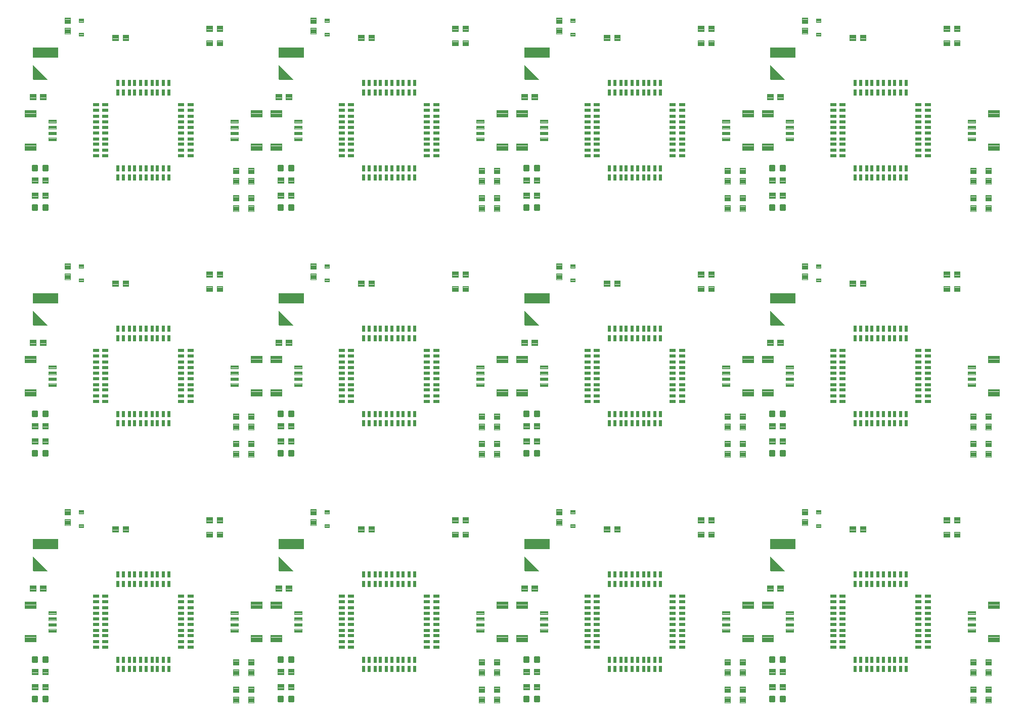
<source format=gtp>
G04 EAGLE Gerber RS-274X export*
G75*
%MOMM*%
%FSLAX34Y34*%
%LPD*%
%INSolderpaste Top*%
%IPPOS*%
%AMOC8*
5,1,8,0,0,1.08239X$1,22.5*%
G01*
%ADD10R,4.200000X1.700000*%
%ADD11C,0.100800*%
%ADD12C,0.100000*%
%ADD13R,1.100000X0.620000*%
%ADD14R,0.620000X1.100000*%
%ADD15C,0.300000*%
%ADD16C,0.096000*%
%ADD17C,0.102000*%

G36*
X1277402Y1110883D02*
X1277402Y1110883D01*
X1277446Y1110886D01*
X1277468Y1110902D01*
X1277494Y1110910D01*
X1277523Y1110943D01*
X1277558Y1110969D01*
X1277568Y1110995D01*
X1277586Y1111015D01*
X1277593Y1111059D01*
X1277608Y1111099D01*
X1277603Y1111126D01*
X1277607Y1111153D01*
X1277589Y1111194D01*
X1277580Y1111236D01*
X1277554Y1111272D01*
X1277550Y1111281D01*
X1277545Y1111285D01*
X1277536Y1111296D01*
X1253536Y1135296D01*
X1253498Y1135317D01*
X1253465Y1135346D01*
X1253438Y1135350D01*
X1253414Y1135363D01*
X1253370Y1135360D01*
X1253327Y1135367D01*
X1253302Y1135356D01*
X1253274Y1135354D01*
X1253239Y1135328D01*
X1253199Y1135310D01*
X1253184Y1135287D01*
X1253162Y1135271D01*
X1253146Y1135230D01*
X1253122Y1135194D01*
X1253115Y1135150D01*
X1253112Y1135141D01*
X1253113Y1135134D01*
X1253111Y1135120D01*
X1253111Y1111120D01*
X1253116Y1111104D01*
X1253113Y1111087D01*
X1253135Y1111037D01*
X1253150Y1110986D01*
X1253163Y1110975D01*
X1253170Y1110959D01*
X1253215Y1110929D01*
X1253255Y1110894D01*
X1253272Y1110891D01*
X1253287Y1110882D01*
X1253360Y1110871D01*
X1277360Y1110871D01*
X1277402Y1110883D01*
G37*
G36*
X865922Y1110883D02*
X865922Y1110883D01*
X865966Y1110886D01*
X865988Y1110902D01*
X866014Y1110910D01*
X866043Y1110943D01*
X866078Y1110969D01*
X866088Y1110995D01*
X866106Y1111015D01*
X866113Y1111059D01*
X866128Y1111099D01*
X866123Y1111126D01*
X866127Y1111153D01*
X866109Y1111194D01*
X866100Y1111236D01*
X866074Y1111272D01*
X866070Y1111281D01*
X866065Y1111285D01*
X866056Y1111296D01*
X842056Y1135296D01*
X842018Y1135317D01*
X841985Y1135346D01*
X841958Y1135350D01*
X841934Y1135363D01*
X841890Y1135360D01*
X841847Y1135367D01*
X841822Y1135356D01*
X841794Y1135354D01*
X841759Y1135328D01*
X841719Y1135310D01*
X841704Y1135287D01*
X841682Y1135271D01*
X841666Y1135230D01*
X841642Y1135194D01*
X841635Y1135150D01*
X841632Y1135141D01*
X841633Y1135134D01*
X841631Y1135120D01*
X841631Y1111120D01*
X841636Y1111104D01*
X841633Y1111087D01*
X841655Y1111037D01*
X841670Y1110986D01*
X841683Y1110975D01*
X841690Y1110959D01*
X841735Y1110929D01*
X841775Y1110894D01*
X841792Y1110891D01*
X841807Y1110882D01*
X841880Y1110871D01*
X865880Y1110871D01*
X865922Y1110883D01*
G37*
G36*
X454442Y1110883D02*
X454442Y1110883D01*
X454486Y1110886D01*
X454508Y1110902D01*
X454534Y1110910D01*
X454563Y1110943D01*
X454598Y1110969D01*
X454608Y1110995D01*
X454626Y1111015D01*
X454633Y1111059D01*
X454648Y1111099D01*
X454643Y1111126D01*
X454647Y1111153D01*
X454629Y1111194D01*
X454620Y1111236D01*
X454594Y1111272D01*
X454590Y1111281D01*
X454585Y1111285D01*
X454576Y1111296D01*
X430576Y1135296D01*
X430538Y1135317D01*
X430505Y1135346D01*
X430478Y1135350D01*
X430454Y1135363D01*
X430410Y1135360D01*
X430367Y1135367D01*
X430342Y1135356D01*
X430314Y1135354D01*
X430279Y1135328D01*
X430239Y1135310D01*
X430224Y1135287D01*
X430202Y1135271D01*
X430186Y1135230D01*
X430162Y1135194D01*
X430155Y1135150D01*
X430152Y1135141D01*
X430153Y1135134D01*
X430151Y1135120D01*
X430151Y1111120D01*
X430156Y1111104D01*
X430153Y1111087D01*
X430175Y1111037D01*
X430190Y1110986D01*
X430203Y1110975D01*
X430210Y1110959D01*
X430255Y1110929D01*
X430295Y1110894D01*
X430312Y1110891D01*
X430327Y1110882D01*
X430400Y1110871D01*
X454400Y1110871D01*
X454442Y1110883D01*
G37*
G36*
X42962Y1110883D02*
X42962Y1110883D01*
X43006Y1110886D01*
X43028Y1110902D01*
X43054Y1110910D01*
X43083Y1110943D01*
X43118Y1110969D01*
X43128Y1110995D01*
X43146Y1111015D01*
X43153Y1111059D01*
X43168Y1111099D01*
X43163Y1111126D01*
X43167Y1111153D01*
X43149Y1111194D01*
X43140Y1111236D01*
X43114Y1111272D01*
X43110Y1111281D01*
X43105Y1111285D01*
X43096Y1111296D01*
X19096Y1135296D01*
X19058Y1135317D01*
X19025Y1135346D01*
X18998Y1135350D01*
X18974Y1135363D01*
X18930Y1135360D01*
X18887Y1135367D01*
X18862Y1135356D01*
X18834Y1135354D01*
X18799Y1135328D01*
X18759Y1135310D01*
X18744Y1135287D01*
X18722Y1135271D01*
X18706Y1135230D01*
X18682Y1135194D01*
X18675Y1135150D01*
X18672Y1135141D01*
X18673Y1135134D01*
X18671Y1135120D01*
X18671Y1111120D01*
X18676Y1111104D01*
X18673Y1111087D01*
X18695Y1111037D01*
X18710Y1110986D01*
X18723Y1110975D01*
X18730Y1110959D01*
X18775Y1110929D01*
X18815Y1110894D01*
X18832Y1110891D01*
X18847Y1110882D01*
X18920Y1110871D01*
X42920Y1110871D01*
X42962Y1110883D01*
G37*
G36*
X1277402Y699403D02*
X1277402Y699403D01*
X1277446Y699406D01*
X1277468Y699422D01*
X1277494Y699430D01*
X1277523Y699463D01*
X1277558Y699489D01*
X1277568Y699515D01*
X1277586Y699535D01*
X1277593Y699579D01*
X1277608Y699619D01*
X1277603Y699646D01*
X1277607Y699673D01*
X1277589Y699714D01*
X1277580Y699756D01*
X1277554Y699792D01*
X1277550Y699801D01*
X1277545Y699805D01*
X1277536Y699816D01*
X1253536Y723816D01*
X1253498Y723837D01*
X1253465Y723866D01*
X1253438Y723870D01*
X1253414Y723883D01*
X1253370Y723880D01*
X1253327Y723887D01*
X1253302Y723876D01*
X1253274Y723874D01*
X1253239Y723848D01*
X1253199Y723830D01*
X1253184Y723807D01*
X1253162Y723791D01*
X1253146Y723750D01*
X1253122Y723714D01*
X1253115Y723670D01*
X1253112Y723661D01*
X1253113Y723654D01*
X1253111Y723640D01*
X1253111Y699640D01*
X1253116Y699624D01*
X1253113Y699607D01*
X1253135Y699557D01*
X1253150Y699506D01*
X1253163Y699495D01*
X1253170Y699479D01*
X1253215Y699449D01*
X1253255Y699414D01*
X1253272Y699411D01*
X1253287Y699402D01*
X1253360Y699391D01*
X1277360Y699391D01*
X1277402Y699403D01*
G37*
G36*
X865922Y699403D02*
X865922Y699403D01*
X865966Y699406D01*
X865988Y699422D01*
X866014Y699430D01*
X866043Y699463D01*
X866078Y699489D01*
X866088Y699515D01*
X866106Y699535D01*
X866113Y699579D01*
X866128Y699619D01*
X866123Y699646D01*
X866127Y699673D01*
X866109Y699714D01*
X866100Y699756D01*
X866074Y699792D01*
X866070Y699801D01*
X866065Y699805D01*
X866056Y699816D01*
X842056Y723816D01*
X842018Y723837D01*
X841985Y723866D01*
X841958Y723870D01*
X841934Y723883D01*
X841890Y723880D01*
X841847Y723887D01*
X841822Y723876D01*
X841794Y723874D01*
X841759Y723848D01*
X841719Y723830D01*
X841704Y723807D01*
X841682Y723791D01*
X841666Y723750D01*
X841642Y723714D01*
X841635Y723670D01*
X841632Y723661D01*
X841633Y723654D01*
X841631Y723640D01*
X841631Y699640D01*
X841636Y699624D01*
X841633Y699607D01*
X841655Y699557D01*
X841670Y699506D01*
X841683Y699495D01*
X841690Y699479D01*
X841735Y699449D01*
X841775Y699414D01*
X841792Y699411D01*
X841807Y699402D01*
X841880Y699391D01*
X865880Y699391D01*
X865922Y699403D01*
G37*
G36*
X454442Y699403D02*
X454442Y699403D01*
X454486Y699406D01*
X454508Y699422D01*
X454534Y699430D01*
X454563Y699463D01*
X454598Y699489D01*
X454608Y699515D01*
X454626Y699535D01*
X454633Y699579D01*
X454648Y699619D01*
X454643Y699646D01*
X454647Y699673D01*
X454629Y699714D01*
X454620Y699756D01*
X454594Y699792D01*
X454590Y699801D01*
X454585Y699805D01*
X454576Y699816D01*
X430576Y723816D01*
X430538Y723837D01*
X430505Y723866D01*
X430478Y723870D01*
X430454Y723883D01*
X430410Y723880D01*
X430367Y723887D01*
X430342Y723876D01*
X430314Y723874D01*
X430279Y723848D01*
X430239Y723830D01*
X430224Y723807D01*
X430202Y723791D01*
X430186Y723750D01*
X430162Y723714D01*
X430155Y723670D01*
X430152Y723661D01*
X430153Y723654D01*
X430151Y723640D01*
X430151Y699640D01*
X430156Y699624D01*
X430153Y699607D01*
X430175Y699557D01*
X430190Y699506D01*
X430203Y699495D01*
X430210Y699479D01*
X430255Y699449D01*
X430295Y699414D01*
X430312Y699411D01*
X430327Y699402D01*
X430400Y699391D01*
X454400Y699391D01*
X454442Y699403D01*
G37*
G36*
X42962Y699403D02*
X42962Y699403D01*
X43006Y699406D01*
X43028Y699422D01*
X43054Y699430D01*
X43083Y699463D01*
X43118Y699489D01*
X43128Y699515D01*
X43146Y699535D01*
X43153Y699579D01*
X43168Y699619D01*
X43163Y699646D01*
X43167Y699673D01*
X43149Y699714D01*
X43140Y699756D01*
X43114Y699792D01*
X43110Y699801D01*
X43105Y699805D01*
X43096Y699816D01*
X19096Y723816D01*
X19058Y723837D01*
X19025Y723866D01*
X18998Y723870D01*
X18974Y723883D01*
X18930Y723880D01*
X18887Y723887D01*
X18862Y723876D01*
X18834Y723874D01*
X18799Y723848D01*
X18759Y723830D01*
X18744Y723807D01*
X18722Y723791D01*
X18706Y723750D01*
X18682Y723714D01*
X18675Y723670D01*
X18672Y723661D01*
X18673Y723654D01*
X18671Y723640D01*
X18671Y699640D01*
X18676Y699624D01*
X18673Y699607D01*
X18695Y699557D01*
X18710Y699506D01*
X18723Y699495D01*
X18730Y699479D01*
X18775Y699449D01*
X18815Y699414D01*
X18832Y699411D01*
X18847Y699402D01*
X18920Y699391D01*
X42920Y699391D01*
X42962Y699403D01*
G37*
G36*
X1277402Y287923D02*
X1277402Y287923D01*
X1277446Y287926D01*
X1277468Y287942D01*
X1277494Y287950D01*
X1277523Y287983D01*
X1277558Y288009D01*
X1277568Y288035D01*
X1277586Y288055D01*
X1277593Y288099D01*
X1277608Y288139D01*
X1277603Y288166D01*
X1277607Y288193D01*
X1277589Y288234D01*
X1277580Y288276D01*
X1277554Y288312D01*
X1277550Y288321D01*
X1277545Y288325D01*
X1277536Y288336D01*
X1253536Y312336D01*
X1253498Y312357D01*
X1253465Y312386D01*
X1253438Y312390D01*
X1253414Y312403D01*
X1253370Y312400D01*
X1253327Y312407D01*
X1253302Y312396D01*
X1253274Y312394D01*
X1253239Y312368D01*
X1253199Y312350D01*
X1253184Y312327D01*
X1253162Y312311D01*
X1253146Y312270D01*
X1253122Y312234D01*
X1253115Y312190D01*
X1253112Y312181D01*
X1253113Y312174D01*
X1253111Y312160D01*
X1253111Y288160D01*
X1253116Y288144D01*
X1253113Y288127D01*
X1253135Y288077D01*
X1253150Y288026D01*
X1253163Y288015D01*
X1253170Y287999D01*
X1253215Y287969D01*
X1253255Y287934D01*
X1253272Y287931D01*
X1253287Y287922D01*
X1253360Y287911D01*
X1277360Y287911D01*
X1277402Y287923D01*
G37*
G36*
X865922Y287923D02*
X865922Y287923D01*
X865966Y287926D01*
X865988Y287942D01*
X866014Y287950D01*
X866043Y287983D01*
X866078Y288009D01*
X866088Y288035D01*
X866106Y288055D01*
X866113Y288099D01*
X866128Y288139D01*
X866123Y288166D01*
X866127Y288193D01*
X866109Y288234D01*
X866100Y288276D01*
X866074Y288312D01*
X866070Y288321D01*
X866065Y288325D01*
X866056Y288336D01*
X842056Y312336D01*
X842018Y312357D01*
X841985Y312386D01*
X841958Y312390D01*
X841934Y312403D01*
X841890Y312400D01*
X841847Y312407D01*
X841822Y312396D01*
X841794Y312394D01*
X841759Y312368D01*
X841719Y312350D01*
X841704Y312327D01*
X841682Y312311D01*
X841666Y312270D01*
X841642Y312234D01*
X841635Y312190D01*
X841632Y312181D01*
X841633Y312174D01*
X841631Y312160D01*
X841631Y288160D01*
X841636Y288144D01*
X841633Y288127D01*
X841655Y288077D01*
X841670Y288026D01*
X841683Y288015D01*
X841690Y287999D01*
X841735Y287969D01*
X841775Y287934D01*
X841792Y287931D01*
X841807Y287922D01*
X841880Y287911D01*
X865880Y287911D01*
X865922Y287923D01*
G37*
G36*
X454442Y287923D02*
X454442Y287923D01*
X454486Y287926D01*
X454508Y287942D01*
X454534Y287950D01*
X454563Y287983D01*
X454598Y288009D01*
X454608Y288035D01*
X454626Y288055D01*
X454633Y288099D01*
X454648Y288139D01*
X454643Y288166D01*
X454647Y288193D01*
X454629Y288234D01*
X454620Y288276D01*
X454594Y288312D01*
X454590Y288321D01*
X454585Y288325D01*
X454576Y288336D01*
X430576Y312336D01*
X430538Y312357D01*
X430505Y312386D01*
X430478Y312390D01*
X430454Y312403D01*
X430410Y312400D01*
X430367Y312407D01*
X430342Y312396D01*
X430314Y312394D01*
X430279Y312368D01*
X430239Y312350D01*
X430224Y312327D01*
X430202Y312311D01*
X430186Y312270D01*
X430162Y312234D01*
X430155Y312190D01*
X430152Y312181D01*
X430153Y312174D01*
X430151Y312160D01*
X430151Y288160D01*
X430156Y288144D01*
X430153Y288127D01*
X430175Y288077D01*
X430190Y288026D01*
X430203Y288015D01*
X430210Y287999D01*
X430255Y287969D01*
X430295Y287934D01*
X430312Y287931D01*
X430327Y287922D01*
X430400Y287911D01*
X454400Y287911D01*
X454442Y287923D01*
G37*
G36*
X42962Y287923D02*
X42962Y287923D01*
X43006Y287926D01*
X43028Y287942D01*
X43054Y287950D01*
X43083Y287983D01*
X43118Y288009D01*
X43128Y288035D01*
X43146Y288055D01*
X43153Y288099D01*
X43168Y288139D01*
X43163Y288166D01*
X43167Y288193D01*
X43149Y288234D01*
X43140Y288276D01*
X43114Y288312D01*
X43110Y288321D01*
X43105Y288325D01*
X43096Y288336D01*
X19096Y312336D01*
X19058Y312357D01*
X19025Y312386D01*
X18998Y312390D01*
X18974Y312403D01*
X18930Y312400D01*
X18887Y312407D01*
X18862Y312396D01*
X18834Y312394D01*
X18799Y312368D01*
X18759Y312350D01*
X18744Y312327D01*
X18722Y312311D01*
X18706Y312270D01*
X18682Y312234D01*
X18675Y312190D01*
X18672Y312181D01*
X18673Y312174D01*
X18671Y312160D01*
X18671Y288160D01*
X18676Y288144D01*
X18673Y288127D01*
X18695Y288077D01*
X18710Y288026D01*
X18723Y288015D01*
X18730Y287999D01*
X18775Y287969D01*
X18815Y287934D01*
X18832Y287931D01*
X18847Y287922D01*
X18920Y287911D01*
X42920Y287911D01*
X42962Y287923D01*
G37*
D10*
X39720Y333460D03*
D11*
X95414Y384266D02*
X95414Y389558D01*
X102706Y389558D01*
X102706Y384266D01*
X95414Y384266D01*
X95414Y385224D02*
X102706Y385224D01*
X102706Y386182D02*
X95414Y386182D01*
X95414Y387140D02*
X102706Y387140D01*
X102706Y388098D02*
X95414Y388098D01*
X95414Y389056D02*
X102706Y389056D01*
X95414Y366558D02*
X95414Y361266D01*
X95414Y366558D02*
X102706Y366558D01*
X102706Y361266D01*
X95414Y361266D01*
X95414Y362224D02*
X102706Y362224D01*
X102706Y363182D02*
X95414Y363182D01*
X95414Y364140D02*
X102706Y364140D01*
X102706Y365098D02*
X95414Y365098D01*
X95414Y366056D02*
X102706Y366056D01*
D12*
X80700Y364960D02*
X80700Y374960D01*
X80700Y364960D02*
X71700Y364960D01*
X71700Y374960D01*
X80700Y374960D01*
X80700Y365910D02*
X71700Y365910D01*
X71700Y366860D02*
X80700Y366860D01*
X80700Y367810D02*
X71700Y367810D01*
X71700Y368760D02*
X80700Y368760D01*
X80700Y369710D02*
X71700Y369710D01*
X71700Y370660D02*
X80700Y370660D01*
X80700Y371610D02*
X71700Y371610D01*
X71700Y372560D02*
X80700Y372560D01*
X80700Y373510D02*
X71700Y373510D01*
X71700Y374460D02*
X80700Y374460D01*
X80700Y381960D02*
X80700Y391960D01*
X80700Y381960D02*
X71700Y381960D01*
X71700Y391960D01*
X80700Y391960D01*
X80700Y382910D02*
X71700Y382910D01*
X71700Y383860D02*
X80700Y383860D01*
X80700Y384810D02*
X71700Y384810D01*
X71700Y385760D02*
X80700Y385760D01*
X80700Y386710D02*
X71700Y386710D01*
X71700Y387660D02*
X80700Y387660D01*
X80700Y388610D02*
X71700Y388610D01*
X71700Y389560D02*
X80700Y389560D01*
X80700Y390510D02*
X71700Y390510D01*
X71700Y391460D02*
X80700Y391460D01*
X326080Y377880D02*
X336080Y377880D01*
X336080Y368880D01*
X326080Y368880D01*
X326080Y377880D01*
X326080Y369830D02*
X336080Y369830D01*
X336080Y370780D02*
X326080Y370780D01*
X326080Y371730D02*
X336080Y371730D01*
X336080Y372680D02*
X326080Y372680D01*
X326080Y373630D02*
X336080Y373630D01*
X336080Y374580D02*
X326080Y374580D01*
X326080Y375530D02*
X336080Y375530D01*
X336080Y376480D02*
X326080Y376480D01*
X326080Y377430D02*
X336080Y377430D01*
X319080Y377880D02*
X309080Y377880D01*
X319080Y377880D02*
X319080Y368880D01*
X309080Y368880D01*
X309080Y377880D01*
X309080Y369830D02*
X319080Y369830D01*
X319080Y370780D02*
X309080Y370780D01*
X309080Y371730D02*
X319080Y371730D01*
X319080Y372680D02*
X309080Y372680D01*
X309080Y373630D02*
X319080Y373630D01*
X319080Y374580D02*
X309080Y374580D01*
X309080Y375530D02*
X319080Y375530D01*
X319080Y376480D02*
X309080Y376480D01*
X309080Y377430D02*
X319080Y377430D01*
X326080Y353750D02*
X336080Y353750D01*
X336080Y344750D01*
X326080Y344750D01*
X326080Y353750D01*
X326080Y345700D02*
X336080Y345700D01*
X336080Y346650D02*
X326080Y346650D01*
X326080Y347600D02*
X336080Y347600D01*
X336080Y348550D02*
X326080Y348550D01*
X326080Y349500D02*
X336080Y349500D01*
X336080Y350450D02*
X326080Y350450D01*
X326080Y351400D02*
X336080Y351400D01*
X336080Y352350D02*
X326080Y352350D01*
X326080Y353300D02*
X336080Y353300D01*
X319080Y353750D02*
X309080Y353750D01*
X319080Y353750D02*
X319080Y344750D01*
X309080Y344750D01*
X309080Y353750D01*
X309080Y345700D02*
X319080Y345700D01*
X319080Y346650D02*
X309080Y346650D01*
X309080Y347600D02*
X319080Y347600D01*
X319080Y348550D02*
X309080Y348550D01*
X309080Y349500D02*
X319080Y349500D01*
X319080Y350450D02*
X309080Y350450D01*
X309080Y351400D02*
X319080Y351400D01*
X319080Y352350D02*
X309080Y352350D01*
X309080Y353300D02*
X319080Y353300D01*
X388040Y123500D02*
X388040Y113500D01*
X379040Y113500D01*
X379040Y123500D01*
X388040Y123500D01*
X388040Y114450D02*
X379040Y114450D01*
X379040Y115400D02*
X388040Y115400D01*
X388040Y116350D02*
X379040Y116350D01*
X379040Y117300D02*
X388040Y117300D01*
X388040Y118250D02*
X379040Y118250D01*
X379040Y119200D02*
X388040Y119200D01*
X388040Y120150D02*
X379040Y120150D01*
X379040Y121100D02*
X388040Y121100D01*
X388040Y122050D02*
X379040Y122050D01*
X379040Y123000D02*
X388040Y123000D01*
X388040Y130500D02*
X388040Y140500D01*
X388040Y130500D02*
X379040Y130500D01*
X379040Y140500D01*
X388040Y140500D01*
X388040Y131450D02*
X379040Y131450D01*
X379040Y132400D02*
X388040Y132400D01*
X388040Y133350D02*
X379040Y133350D01*
X379040Y134300D02*
X388040Y134300D01*
X388040Y135250D02*
X379040Y135250D01*
X379040Y136200D02*
X388040Y136200D01*
X388040Y137150D02*
X379040Y137150D01*
X379040Y138100D02*
X388040Y138100D01*
X388040Y139050D02*
X379040Y139050D01*
X379040Y140000D02*
X388040Y140000D01*
X388040Y77780D02*
X388040Y67780D01*
X379040Y67780D01*
X379040Y77780D01*
X388040Y77780D01*
X388040Y68730D02*
X379040Y68730D01*
X379040Y69680D02*
X388040Y69680D01*
X388040Y70630D02*
X379040Y70630D01*
X379040Y71580D02*
X388040Y71580D01*
X388040Y72530D02*
X379040Y72530D01*
X379040Y73480D02*
X388040Y73480D01*
X388040Y74430D02*
X379040Y74430D01*
X379040Y75380D02*
X388040Y75380D01*
X388040Y76330D02*
X379040Y76330D01*
X379040Y77280D02*
X388040Y77280D01*
X388040Y84780D02*
X388040Y94780D01*
X388040Y84780D02*
X379040Y84780D01*
X379040Y94780D01*
X388040Y94780D01*
X388040Y85730D02*
X379040Y85730D01*
X379040Y86680D02*
X388040Y86680D01*
X388040Y87630D02*
X379040Y87630D01*
X379040Y88580D02*
X388040Y88580D01*
X388040Y89530D02*
X379040Y89530D01*
X379040Y90480D02*
X388040Y90480D01*
X388040Y91430D02*
X379040Y91430D01*
X379040Y92380D02*
X388040Y92380D01*
X388040Y93330D02*
X379040Y93330D01*
X379040Y94280D02*
X388040Y94280D01*
X353640Y94780D02*
X353640Y84780D01*
X353640Y94780D02*
X362640Y94780D01*
X362640Y84780D01*
X353640Y84780D01*
X353640Y85730D02*
X362640Y85730D01*
X362640Y86680D02*
X353640Y86680D01*
X353640Y87630D02*
X362640Y87630D01*
X362640Y88580D02*
X353640Y88580D01*
X353640Y89530D02*
X362640Y89530D01*
X362640Y90480D02*
X353640Y90480D01*
X353640Y91430D02*
X362640Y91430D01*
X362640Y92380D02*
X353640Y92380D01*
X353640Y93330D02*
X362640Y93330D01*
X362640Y94280D02*
X353640Y94280D01*
X353640Y77780D02*
X353640Y67780D01*
X353640Y77780D02*
X362640Y77780D01*
X362640Y67780D01*
X353640Y67780D01*
X353640Y68730D02*
X362640Y68730D01*
X362640Y69680D02*
X353640Y69680D01*
X353640Y70630D02*
X362640Y70630D01*
X362640Y71580D02*
X353640Y71580D01*
X353640Y72530D02*
X362640Y72530D01*
X362640Y73480D02*
X353640Y73480D01*
X353640Y74430D02*
X362640Y74430D01*
X362640Y75380D02*
X353640Y75380D01*
X353640Y76330D02*
X362640Y76330D01*
X362640Y77280D02*
X353640Y77280D01*
X353640Y130500D02*
X353640Y140500D01*
X362640Y140500D01*
X362640Y130500D01*
X353640Y130500D01*
X353640Y131450D02*
X362640Y131450D01*
X362640Y132400D02*
X353640Y132400D01*
X353640Y133350D02*
X362640Y133350D01*
X362640Y134300D02*
X353640Y134300D01*
X353640Y135250D02*
X362640Y135250D01*
X362640Y136200D02*
X353640Y136200D01*
X353640Y137150D02*
X362640Y137150D01*
X362640Y138100D02*
X353640Y138100D01*
X353640Y139050D02*
X362640Y139050D01*
X362640Y140000D02*
X353640Y140000D01*
X353640Y123500D02*
X353640Y113500D01*
X353640Y123500D02*
X362640Y123500D01*
X362640Y113500D01*
X353640Y113500D01*
X353640Y114450D02*
X362640Y114450D01*
X362640Y115400D02*
X353640Y115400D01*
X353640Y116350D02*
X362640Y116350D01*
X362640Y117300D02*
X353640Y117300D01*
X353640Y118250D02*
X362640Y118250D01*
X362640Y119200D02*
X353640Y119200D01*
X353640Y120150D02*
X362640Y120150D01*
X362640Y121100D02*
X353640Y121100D01*
X353640Y122050D02*
X362640Y122050D01*
X362640Y123000D02*
X353640Y123000D01*
D13*
X124200Y245600D03*
X139700Y245600D03*
X124200Y236600D03*
X139700Y236600D03*
X124200Y226600D03*
X139700Y226600D03*
X124200Y217600D03*
X139700Y217600D03*
X124200Y207600D03*
X139700Y207600D03*
X124200Y198600D03*
X139700Y198600D03*
X124200Y188600D03*
X139700Y188600D03*
X124200Y179600D03*
X139700Y179600D03*
X124200Y169600D03*
X139700Y169600D03*
X124200Y160600D03*
X139700Y160600D03*
X266700Y169600D03*
X282200Y169600D03*
X266700Y160600D03*
X282200Y160600D03*
X266700Y188600D03*
X282200Y188600D03*
X266700Y179600D03*
X282200Y179600D03*
X266700Y207600D03*
X282200Y207600D03*
X266700Y198600D03*
X282200Y198600D03*
X266700Y226600D03*
X282200Y226600D03*
X266700Y217600D03*
X282200Y217600D03*
X266700Y245600D03*
X282200Y245600D03*
X266700Y236600D03*
X282200Y236600D03*
D14*
X160800Y266700D03*
X160800Y282200D03*
X169800Y266700D03*
X169800Y282200D03*
X179800Y266700D03*
X179800Y282200D03*
X188800Y266700D03*
X188800Y282200D03*
X198800Y266700D03*
X198800Y282200D03*
X207800Y266700D03*
X207800Y282200D03*
X217800Y266700D03*
X217800Y282200D03*
X226800Y266700D03*
X226800Y282200D03*
X236800Y266700D03*
X236800Y282200D03*
X245800Y266700D03*
X245800Y282200D03*
X160800Y124200D03*
X160800Y139700D03*
X169800Y124200D03*
X169800Y139700D03*
X179800Y124200D03*
X179800Y139700D03*
X188800Y124200D03*
X188800Y139700D03*
X198800Y124200D03*
X198800Y139700D03*
X207800Y124200D03*
X207800Y139700D03*
X217800Y124200D03*
X217800Y139700D03*
X226800Y124200D03*
X226800Y139700D03*
X236800Y124200D03*
X236800Y139700D03*
X245800Y124200D03*
X245800Y139700D03*
D15*
X25210Y77160D02*
X25210Y70160D01*
X18210Y70160D01*
X18210Y77160D01*
X25210Y77160D01*
X25210Y73010D02*
X18210Y73010D01*
X18210Y75860D02*
X25210Y75860D01*
X42750Y77160D02*
X42750Y70160D01*
X35750Y70160D01*
X35750Y77160D01*
X42750Y77160D01*
X42750Y73010D02*
X35750Y73010D01*
X35750Y75860D02*
X42750Y75860D01*
D12*
X43980Y123880D02*
X33980Y123880D01*
X43980Y123880D02*
X43980Y114880D01*
X33980Y114880D01*
X33980Y123880D01*
X33980Y115830D02*
X43980Y115830D01*
X43980Y116780D02*
X33980Y116780D01*
X33980Y117730D02*
X43980Y117730D01*
X43980Y118680D02*
X33980Y118680D01*
X33980Y119630D02*
X43980Y119630D01*
X43980Y120580D02*
X33980Y120580D01*
X33980Y121530D02*
X43980Y121530D01*
X43980Y122480D02*
X33980Y122480D01*
X33980Y123430D02*
X43980Y123430D01*
X26980Y123880D02*
X16980Y123880D01*
X26980Y123880D02*
X26980Y114880D01*
X16980Y114880D01*
X16980Y123880D01*
X16980Y115830D02*
X26980Y115830D01*
X26980Y116780D02*
X16980Y116780D01*
X16980Y117730D02*
X26980Y117730D01*
X26980Y118680D02*
X16980Y118680D01*
X16980Y119630D02*
X26980Y119630D01*
X26980Y120580D02*
X16980Y120580D01*
X16980Y121530D02*
X26980Y121530D01*
X26980Y122480D02*
X16980Y122480D01*
X16980Y123430D02*
X26980Y123430D01*
D15*
X25210Y136200D02*
X25210Y143200D01*
X25210Y136200D02*
X18210Y136200D01*
X18210Y143200D01*
X25210Y143200D01*
X25210Y139050D02*
X18210Y139050D01*
X18210Y141900D02*
X25210Y141900D01*
X42750Y143200D02*
X42750Y136200D01*
X35750Y136200D01*
X35750Y143200D01*
X42750Y143200D01*
X42750Y139050D02*
X35750Y139050D01*
X35750Y141900D02*
X42750Y141900D01*
D12*
X43980Y98480D02*
X33980Y98480D01*
X43980Y98480D02*
X43980Y89480D01*
X33980Y89480D01*
X33980Y98480D01*
X33980Y90430D02*
X43980Y90430D01*
X43980Y91380D02*
X33980Y91380D01*
X33980Y92330D02*
X43980Y92330D01*
X43980Y93280D02*
X33980Y93280D01*
X33980Y94230D02*
X43980Y94230D01*
X43980Y95180D02*
X33980Y95180D01*
X33980Y96130D02*
X43980Y96130D01*
X43980Y97080D02*
X33980Y97080D01*
X33980Y98030D02*
X43980Y98030D01*
X26980Y98480D02*
X16980Y98480D01*
X26980Y98480D02*
X26980Y89480D01*
X16980Y89480D01*
X16980Y98480D01*
X16980Y90430D02*
X26980Y90430D01*
X26980Y91380D02*
X16980Y91380D01*
X16980Y92330D02*
X26980Y92330D01*
X26980Y93280D02*
X16980Y93280D01*
X16980Y94230D02*
X26980Y94230D01*
X26980Y95180D02*
X16980Y95180D01*
X16980Y96130D02*
X26980Y96130D01*
X26980Y97080D02*
X16980Y97080D01*
X16980Y98030D02*
X26980Y98030D01*
D16*
X4530Y225680D02*
X4530Y236720D01*
X23570Y236720D01*
X23570Y225680D01*
X4530Y225680D01*
X4530Y226592D02*
X23570Y226592D01*
X23570Y227504D02*
X4530Y227504D01*
X4530Y228416D02*
X23570Y228416D01*
X23570Y229328D02*
X4530Y229328D01*
X4530Y230240D02*
X23570Y230240D01*
X23570Y231152D02*
X4530Y231152D01*
X4530Y232064D02*
X23570Y232064D01*
X23570Y232976D02*
X4530Y232976D01*
X4530Y233888D02*
X23570Y233888D01*
X23570Y234800D02*
X4530Y234800D01*
X4530Y235712D02*
X23570Y235712D01*
X23570Y236624D02*
X4530Y236624D01*
X4530Y180720D02*
X4530Y169680D01*
X4530Y180720D02*
X23570Y180720D01*
X23570Y169680D01*
X4530Y169680D01*
X4530Y170592D02*
X23570Y170592D01*
X23570Y171504D02*
X4530Y171504D01*
X4530Y172416D02*
X23570Y172416D01*
X23570Y173328D02*
X4530Y173328D01*
X4530Y174240D02*
X23570Y174240D01*
X23570Y175152D02*
X4530Y175152D01*
X4530Y176064D02*
X23570Y176064D01*
X23570Y176976D02*
X4530Y176976D01*
X4530Y177888D02*
X23570Y177888D01*
X23570Y178800D02*
X4530Y178800D01*
X4530Y179712D02*
X23570Y179712D01*
X23570Y180624D02*
X4530Y180624D01*
D17*
X44560Y215710D02*
X44560Y220690D01*
X57040Y220690D01*
X57040Y215710D01*
X44560Y215710D01*
X44560Y216679D02*
X57040Y216679D01*
X57040Y217648D02*
X44560Y217648D01*
X44560Y218617D02*
X57040Y218617D01*
X57040Y219586D02*
X44560Y219586D01*
X44560Y220555D02*
X57040Y220555D01*
X44560Y210690D02*
X44560Y205710D01*
X44560Y210690D02*
X57040Y210690D01*
X57040Y205710D01*
X44560Y205710D01*
X44560Y206679D02*
X57040Y206679D01*
X57040Y207648D02*
X44560Y207648D01*
X44560Y208617D02*
X57040Y208617D01*
X57040Y209586D02*
X44560Y209586D01*
X44560Y210555D02*
X57040Y210555D01*
X44560Y200690D02*
X44560Y195710D01*
X44560Y200690D02*
X57040Y200690D01*
X57040Y195710D01*
X44560Y195710D01*
X44560Y196679D02*
X57040Y196679D01*
X57040Y197648D02*
X44560Y197648D01*
X44560Y198617D02*
X57040Y198617D01*
X57040Y199586D02*
X44560Y199586D01*
X44560Y200555D02*
X57040Y200555D01*
X44560Y190690D02*
X44560Y185710D01*
X44560Y190690D02*
X57040Y190690D01*
X57040Y185710D01*
X44560Y185710D01*
X44560Y186679D02*
X57040Y186679D01*
X57040Y187648D02*
X44560Y187648D01*
X44560Y188617D02*
X57040Y188617D01*
X57040Y189586D02*
X44560Y189586D01*
X44560Y190555D02*
X57040Y190555D01*
D16*
X401870Y180720D02*
X401870Y169680D01*
X382830Y169680D01*
X382830Y180720D01*
X401870Y180720D01*
X401870Y170592D02*
X382830Y170592D01*
X382830Y171504D02*
X401870Y171504D01*
X401870Y172416D02*
X382830Y172416D01*
X382830Y173328D02*
X401870Y173328D01*
X401870Y174240D02*
X382830Y174240D01*
X382830Y175152D02*
X401870Y175152D01*
X401870Y176064D02*
X382830Y176064D01*
X382830Y176976D02*
X401870Y176976D01*
X401870Y177888D02*
X382830Y177888D01*
X382830Y178800D02*
X401870Y178800D01*
X401870Y179712D02*
X382830Y179712D01*
X382830Y180624D02*
X401870Y180624D01*
X401870Y225680D02*
X401870Y236720D01*
X401870Y225680D02*
X382830Y225680D01*
X382830Y236720D01*
X401870Y236720D01*
X401870Y226592D02*
X382830Y226592D01*
X382830Y227504D02*
X401870Y227504D01*
X401870Y228416D02*
X382830Y228416D01*
X382830Y229328D02*
X401870Y229328D01*
X401870Y230240D02*
X382830Y230240D01*
X382830Y231152D02*
X401870Y231152D01*
X401870Y232064D02*
X382830Y232064D01*
X382830Y232976D02*
X401870Y232976D01*
X401870Y233888D02*
X382830Y233888D01*
X382830Y234800D02*
X401870Y234800D01*
X401870Y235712D02*
X382830Y235712D01*
X382830Y236624D02*
X401870Y236624D01*
D17*
X361840Y190690D02*
X361840Y185710D01*
X349360Y185710D01*
X349360Y190690D01*
X361840Y190690D01*
X361840Y186679D02*
X349360Y186679D01*
X349360Y187648D02*
X361840Y187648D01*
X361840Y188617D02*
X349360Y188617D01*
X349360Y189586D02*
X361840Y189586D01*
X361840Y190555D02*
X349360Y190555D01*
X361840Y195710D02*
X361840Y200690D01*
X361840Y195710D02*
X349360Y195710D01*
X349360Y200690D01*
X361840Y200690D01*
X361840Y196679D02*
X349360Y196679D01*
X349360Y197648D02*
X361840Y197648D01*
X361840Y198617D02*
X349360Y198617D01*
X349360Y199586D02*
X361840Y199586D01*
X361840Y200555D02*
X349360Y200555D01*
X361840Y205710D02*
X361840Y210690D01*
X361840Y205710D02*
X349360Y205710D01*
X349360Y210690D01*
X361840Y210690D01*
X361840Y206679D02*
X349360Y206679D01*
X349360Y207648D02*
X361840Y207648D01*
X361840Y208617D02*
X349360Y208617D01*
X349360Y209586D02*
X361840Y209586D01*
X361840Y210555D02*
X349360Y210555D01*
X361840Y215710D02*
X361840Y220690D01*
X361840Y215710D02*
X349360Y215710D01*
X349360Y220690D01*
X361840Y220690D01*
X361840Y216679D02*
X349360Y216679D01*
X349360Y217648D02*
X361840Y217648D01*
X361840Y218617D02*
X349360Y218617D01*
X349360Y219586D02*
X361840Y219586D01*
X361840Y220555D02*
X349360Y220555D01*
D12*
X178600Y362640D02*
X168600Y362640D01*
X178600Y362640D02*
X178600Y353640D01*
X168600Y353640D01*
X168600Y362640D01*
X168600Y354590D02*
X178600Y354590D01*
X178600Y355540D02*
X168600Y355540D01*
X168600Y356490D02*
X178600Y356490D01*
X178600Y357440D02*
X168600Y357440D01*
X168600Y358390D02*
X178600Y358390D01*
X178600Y359340D02*
X168600Y359340D01*
X168600Y360290D02*
X178600Y360290D01*
X178600Y361240D02*
X168600Y361240D01*
X168600Y362190D02*
X178600Y362190D01*
X161600Y362640D02*
X151600Y362640D01*
X161600Y362640D02*
X161600Y353640D01*
X151600Y353640D01*
X151600Y362640D01*
X151600Y354590D02*
X161600Y354590D01*
X161600Y355540D02*
X151600Y355540D01*
X151600Y356490D02*
X161600Y356490D01*
X161600Y357440D02*
X151600Y357440D01*
X151600Y358390D02*
X161600Y358390D01*
X161600Y359340D02*
X151600Y359340D01*
X151600Y360290D02*
X161600Y360290D01*
X161600Y361240D02*
X151600Y361240D01*
X151600Y362190D02*
X161600Y362190D01*
X40170Y263580D02*
X30170Y263580D01*
X40170Y263580D02*
X40170Y254580D01*
X30170Y254580D01*
X30170Y263580D01*
X30170Y255530D02*
X40170Y255530D01*
X40170Y256480D02*
X30170Y256480D01*
X30170Y257430D02*
X40170Y257430D01*
X40170Y258380D02*
X30170Y258380D01*
X30170Y259330D02*
X40170Y259330D01*
X40170Y260280D02*
X30170Y260280D01*
X30170Y261230D02*
X40170Y261230D01*
X40170Y262180D02*
X30170Y262180D01*
X30170Y263130D02*
X40170Y263130D01*
X23170Y263580D02*
X13170Y263580D01*
X23170Y263580D02*
X23170Y254580D01*
X13170Y254580D01*
X13170Y263580D01*
X13170Y255530D02*
X23170Y255530D01*
X23170Y256480D02*
X13170Y256480D01*
X13170Y257430D02*
X23170Y257430D01*
X23170Y258380D02*
X13170Y258380D01*
X13170Y259330D02*
X23170Y259330D01*
X23170Y260280D02*
X13170Y260280D01*
X13170Y261230D02*
X23170Y261230D01*
X23170Y262180D02*
X13170Y262180D01*
X13170Y263130D02*
X23170Y263130D01*
D10*
X451200Y333460D03*
D11*
X506894Y384266D02*
X506894Y389558D01*
X514186Y389558D01*
X514186Y384266D01*
X506894Y384266D01*
X506894Y385224D02*
X514186Y385224D01*
X514186Y386182D02*
X506894Y386182D01*
X506894Y387140D02*
X514186Y387140D01*
X514186Y388098D02*
X506894Y388098D01*
X506894Y389056D02*
X514186Y389056D01*
X506894Y366558D02*
X506894Y361266D01*
X506894Y366558D02*
X514186Y366558D01*
X514186Y361266D01*
X506894Y361266D01*
X506894Y362224D02*
X514186Y362224D01*
X514186Y363182D02*
X506894Y363182D01*
X506894Y364140D02*
X514186Y364140D01*
X514186Y365098D02*
X506894Y365098D01*
X506894Y366056D02*
X514186Y366056D01*
D12*
X492180Y364960D02*
X492180Y374960D01*
X492180Y364960D02*
X483180Y364960D01*
X483180Y374960D01*
X492180Y374960D01*
X492180Y365910D02*
X483180Y365910D01*
X483180Y366860D02*
X492180Y366860D01*
X492180Y367810D02*
X483180Y367810D01*
X483180Y368760D02*
X492180Y368760D01*
X492180Y369710D02*
X483180Y369710D01*
X483180Y370660D02*
X492180Y370660D01*
X492180Y371610D02*
X483180Y371610D01*
X483180Y372560D02*
X492180Y372560D01*
X492180Y373510D02*
X483180Y373510D01*
X483180Y374460D02*
X492180Y374460D01*
X492180Y381960D02*
X492180Y391960D01*
X492180Y381960D02*
X483180Y381960D01*
X483180Y391960D01*
X492180Y391960D01*
X492180Y382910D02*
X483180Y382910D01*
X483180Y383860D02*
X492180Y383860D01*
X492180Y384810D02*
X483180Y384810D01*
X483180Y385760D02*
X492180Y385760D01*
X492180Y386710D02*
X483180Y386710D01*
X483180Y387660D02*
X492180Y387660D01*
X492180Y388610D02*
X483180Y388610D01*
X483180Y389560D02*
X492180Y389560D01*
X492180Y390510D02*
X483180Y390510D01*
X483180Y391460D02*
X492180Y391460D01*
X737560Y377880D02*
X747560Y377880D01*
X747560Y368880D01*
X737560Y368880D01*
X737560Y377880D01*
X737560Y369830D02*
X747560Y369830D01*
X747560Y370780D02*
X737560Y370780D01*
X737560Y371730D02*
X747560Y371730D01*
X747560Y372680D02*
X737560Y372680D01*
X737560Y373630D02*
X747560Y373630D01*
X747560Y374580D02*
X737560Y374580D01*
X737560Y375530D02*
X747560Y375530D01*
X747560Y376480D02*
X737560Y376480D01*
X737560Y377430D02*
X747560Y377430D01*
X730560Y377880D02*
X720560Y377880D01*
X730560Y377880D02*
X730560Y368880D01*
X720560Y368880D01*
X720560Y377880D01*
X720560Y369830D02*
X730560Y369830D01*
X730560Y370780D02*
X720560Y370780D01*
X720560Y371730D02*
X730560Y371730D01*
X730560Y372680D02*
X720560Y372680D01*
X720560Y373630D02*
X730560Y373630D01*
X730560Y374580D02*
X720560Y374580D01*
X720560Y375530D02*
X730560Y375530D01*
X730560Y376480D02*
X720560Y376480D01*
X720560Y377430D02*
X730560Y377430D01*
X737560Y353750D02*
X747560Y353750D01*
X747560Y344750D01*
X737560Y344750D01*
X737560Y353750D01*
X737560Y345700D02*
X747560Y345700D01*
X747560Y346650D02*
X737560Y346650D01*
X737560Y347600D02*
X747560Y347600D01*
X747560Y348550D02*
X737560Y348550D01*
X737560Y349500D02*
X747560Y349500D01*
X747560Y350450D02*
X737560Y350450D01*
X737560Y351400D02*
X747560Y351400D01*
X747560Y352350D02*
X737560Y352350D01*
X737560Y353300D02*
X747560Y353300D01*
X730560Y353750D02*
X720560Y353750D01*
X730560Y353750D02*
X730560Y344750D01*
X720560Y344750D01*
X720560Y353750D01*
X720560Y345700D02*
X730560Y345700D01*
X730560Y346650D02*
X720560Y346650D01*
X720560Y347600D02*
X730560Y347600D01*
X730560Y348550D02*
X720560Y348550D01*
X720560Y349500D02*
X730560Y349500D01*
X730560Y350450D02*
X720560Y350450D01*
X720560Y351400D02*
X730560Y351400D01*
X730560Y352350D02*
X720560Y352350D01*
X720560Y353300D02*
X730560Y353300D01*
X799520Y123500D02*
X799520Y113500D01*
X790520Y113500D01*
X790520Y123500D01*
X799520Y123500D01*
X799520Y114450D02*
X790520Y114450D01*
X790520Y115400D02*
X799520Y115400D01*
X799520Y116350D02*
X790520Y116350D01*
X790520Y117300D02*
X799520Y117300D01*
X799520Y118250D02*
X790520Y118250D01*
X790520Y119200D02*
X799520Y119200D01*
X799520Y120150D02*
X790520Y120150D01*
X790520Y121100D02*
X799520Y121100D01*
X799520Y122050D02*
X790520Y122050D01*
X790520Y123000D02*
X799520Y123000D01*
X799520Y130500D02*
X799520Y140500D01*
X799520Y130500D02*
X790520Y130500D01*
X790520Y140500D01*
X799520Y140500D01*
X799520Y131450D02*
X790520Y131450D01*
X790520Y132400D02*
X799520Y132400D01*
X799520Y133350D02*
X790520Y133350D01*
X790520Y134300D02*
X799520Y134300D01*
X799520Y135250D02*
X790520Y135250D01*
X790520Y136200D02*
X799520Y136200D01*
X799520Y137150D02*
X790520Y137150D01*
X790520Y138100D02*
X799520Y138100D01*
X799520Y139050D02*
X790520Y139050D01*
X790520Y140000D02*
X799520Y140000D01*
X799520Y77780D02*
X799520Y67780D01*
X790520Y67780D01*
X790520Y77780D01*
X799520Y77780D01*
X799520Y68730D02*
X790520Y68730D01*
X790520Y69680D02*
X799520Y69680D01*
X799520Y70630D02*
X790520Y70630D01*
X790520Y71580D02*
X799520Y71580D01*
X799520Y72530D02*
X790520Y72530D01*
X790520Y73480D02*
X799520Y73480D01*
X799520Y74430D02*
X790520Y74430D01*
X790520Y75380D02*
X799520Y75380D01*
X799520Y76330D02*
X790520Y76330D01*
X790520Y77280D02*
X799520Y77280D01*
X799520Y84780D02*
X799520Y94780D01*
X799520Y84780D02*
X790520Y84780D01*
X790520Y94780D01*
X799520Y94780D01*
X799520Y85730D02*
X790520Y85730D01*
X790520Y86680D02*
X799520Y86680D01*
X799520Y87630D02*
X790520Y87630D01*
X790520Y88580D02*
X799520Y88580D01*
X799520Y89530D02*
X790520Y89530D01*
X790520Y90480D02*
X799520Y90480D01*
X799520Y91430D02*
X790520Y91430D01*
X790520Y92380D02*
X799520Y92380D01*
X799520Y93330D02*
X790520Y93330D01*
X790520Y94280D02*
X799520Y94280D01*
X765120Y94780D02*
X765120Y84780D01*
X765120Y94780D02*
X774120Y94780D01*
X774120Y84780D01*
X765120Y84780D01*
X765120Y85730D02*
X774120Y85730D01*
X774120Y86680D02*
X765120Y86680D01*
X765120Y87630D02*
X774120Y87630D01*
X774120Y88580D02*
X765120Y88580D01*
X765120Y89530D02*
X774120Y89530D01*
X774120Y90480D02*
X765120Y90480D01*
X765120Y91430D02*
X774120Y91430D01*
X774120Y92380D02*
X765120Y92380D01*
X765120Y93330D02*
X774120Y93330D01*
X774120Y94280D02*
X765120Y94280D01*
X765120Y77780D02*
X765120Y67780D01*
X765120Y77780D02*
X774120Y77780D01*
X774120Y67780D01*
X765120Y67780D01*
X765120Y68730D02*
X774120Y68730D01*
X774120Y69680D02*
X765120Y69680D01*
X765120Y70630D02*
X774120Y70630D01*
X774120Y71580D02*
X765120Y71580D01*
X765120Y72530D02*
X774120Y72530D01*
X774120Y73480D02*
X765120Y73480D01*
X765120Y74430D02*
X774120Y74430D01*
X774120Y75380D02*
X765120Y75380D01*
X765120Y76330D02*
X774120Y76330D01*
X774120Y77280D02*
X765120Y77280D01*
X765120Y130500D02*
X765120Y140500D01*
X774120Y140500D01*
X774120Y130500D01*
X765120Y130500D01*
X765120Y131450D02*
X774120Y131450D01*
X774120Y132400D02*
X765120Y132400D01*
X765120Y133350D02*
X774120Y133350D01*
X774120Y134300D02*
X765120Y134300D01*
X765120Y135250D02*
X774120Y135250D01*
X774120Y136200D02*
X765120Y136200D01*
X765120Y137150D02*
X774120Y137150D01*
X774120Y138100D02*
X765120Y138100D01*
X765120Y139050D02*
X774120Y139050D01*
X774120Y140000D02*
X765120Y140000D01*
X765120Y123500D02*
X765120Y113500D01*
X765120Y123500D02*
X774120Y123500D01*
X774120Y113500D01*
X765120Y113500D01*
X765120Y114450D02*
X774120Y114450D01*
X774120Y115400D02*
X765120Y115400D01*
X765120Y116350D02*
X774120Y116350D01*
X774120Y117300D02*
X765120Y117300D01*
X765120Y118250D02*
X774120Y118250D01*
X774120Y119200D02*
X765120Y119200D01*
X765120Y120150D02*
X774120Y120150D01*
X774120Y121100D02*
X765120Y121100D01*
X765120Y122050D02*
X774120Y122050D01*
X774120Y123000D02*
X765120Y123000D01*
D13*
X535680Y245600D03*
X551180Y245600D03*
X535680Y236600D03*
X551180Y236600D03*
X535680Y226600D03*
X551180Y226600D03*
X535680Y217600D03*
X551180Y217600D03*
X535680Y207600D03*
X551180Y207600D03*
X535680Y198600D03*
X551180Y198600D03*
X535680Y188600D03*
X551180Y188600D03*
X535680Y179600D03*
X551180Y179600D03*
X535680Y169600D03*
X551180Y169600D03*
X535680Y160600D03*
X551180Y160600D03*
X678180Y169600D03*
X693680Y169600D03*
X678180Y160600D03*
X693680Y160600D03*
X678180Y188600D03*
X693680Y188600D03*
X678180Y179600D03*
X693680Y179600D03*
X678180Y207600D03*
X693680Y207600D03*
X678180Y198600D03*
X693680Y198600D03*
X678180Y226600D03*
X693680Y226600D03*
X678180Y217600D03*
X693680Y217600D03*
X678180Y245600D03*
X693680Y245600D03*
X678180Y236600D03*
X693680Y236600D03*
D14*
X572280Y266700D03*
X572280Y282200D03*
X581280Y266700D03*
X581280Y282200D03*
X591280Y266700D03*
X591280Y282200D03*
X600280Y266700D03*
X600280Y282200D03*
X610280Y266700D03*
X610280Y282200D03*
X619280Y266700D03*
X619280Y282200D03*
X629280Y266700D03*
X629280Y282200D03*
X638280Y266700D03*
X638280Y282200D03*
X648280Y266700D03*
X648280Y282200D03*
X657280Y266700D03*
X657280Y282200D03*
X572280Y124200D03*
X572280Y139700D03*
X581280Y124200D03*
X581280Y139700D03*
X591280Y124200D03*
X591280Y139700D03*
X600280Y124200D03*
X600280Y139700D03*
X610280Y124200D03*
X610280Y139700D03*
X619280Y124200D03*
X619280Y139700D03*
X629280Y124200D03*
X629280Y139700D03*
X638280Y124200D03*
X638280Y139700D03*
X648280Y124200D03*
X648280Y139700D03*
X657280Y124200D03*
X657280Y139700D03*
D15*
X436690Y77160D02*
X436690Y70160D01*
X429690Y70160D01*
X429690Y77160D01*
X436690Y77160D01*
X436690Y73010D02*
X429690Y73010D01*
X429690Y75860D02*
X436690Y75860D01*
X454230Y77160D02*
X454230Y70160D01*
X447230Y70160D01*
X447230Y77160D01*
X454230Y77160D01*
X454230Y73010D02*
X447230Y73010D01*
X447230Y75860D02*
X454230Y75860D01*
D12*
X455460Y123880D02*
X445460Y123880D01*
X455460Y123880D02*
X455460Y114880D01*
X445460Y114880D01*
X445460Y123880D01*
X445460Y115830D02*
X455460Y115830D01*
X455460Y116780D02*
X445460Y116780D01*
X445460Y117730D02*
X455460Y117730D01*
X455460Y118680D02*
X445460Y118680D01*
X445460Y119630D02*
X455460Y119630D01*
X455460Y120580D02*
X445460Y120580D01*
X445460Y121530D02*
X455460Y121530D01*
X455460Y122480D02*
X445460Y122480D01*
X445460Y123430D02*
X455460Y123430D01*
X438460Y123880D02*
X428460Y123880D01*
X438460Y123880D02*
X438460Y114880D01*
X428460Y114880D01*
X428460Y123880D01*
X428460Y115830D02*
X438460Y115830D01*
X438460Y116780D02*
X428460Y116780D01*
X428460Y117730D02*
X438460Y117730D01*
X438460Y118680D02*
X428460Y118680D01*
X428460Y119630D02*
X438460Y119630D01*
X438460Y120580D02*
X428460Y120580D01*
X428460Y121530D02*
X438460Y121530D01*
X438460Y122480D02*
X428460Y122480D01*
X428460Y123430D02*
X438460Y123430D01*
D15*
X436690Y136200D02*
X436690Y143200D01*
X436690Y136200D02*
X429690Y136200D01*
X429690Y143200D01*
X436690Y143200D01*
X436690Y139050D02*
X429690Y139050D01*
X429690Y141900D02*
X436690Y141900D01*
X454230Y143200D02*
X454230Y136200D01*
X447230Y136200D01*
X447230Y143200D01*
X454230Y143200D01*
X454230Y139050D02*
X447230Y139050D01*
X447230Y141900D02*
X454230Y141900D01*
D12*
X455460Y98480D02*
X445460Y98480D01*
X455460Y98480D02*
X455460Y89480D01*
X445460Y89480D01*
X445460Y98480D01*
X445460Y90430D02*
X455460Y90430D01*
X455460Y91380D02*
X445460Y91380D01*
X445460Y92330D02*
X455460Y92330D01*
X455460Y93280D02*
X445460Y93280D01*
X445460Y94230D02*
X455460Y94230D01*
X455460Y95180D02*
X445460Y95180D01*
X445460Y96130D02*
X455460Y96130D01*
X455460Y97080D02*
X445460Y97080D01*
X445460Y98030D02*
X455460Y98030D01*
X438460Y98480D02*
X428460Y98480D01*
X438460Y98480D02*
X438460Y89480D01*
X428460Y89480D01*
X428460Y98480D01*
X428460Y90430D02*
X438460Y90430D01*
X438460Y91380D02*
X428460Y91380D01*
X428460Y92330D02*
X438460Y92330D01*
X438460Y93280D02*
X428460Y93280D01*
X428460Y94230D02*
X438460Y94230D01*
X438460Y95180D02*
X428460Y95180D01*
X428460Y96130D02*
X438460Y96130D01*
X438460Y97080D02*
X428460Y97080D01*
X428460Y98030D02*
X438460Y98030D01*
D16*
X416010Y225680D02*
X416010Y236720D01*
X435050Y236720D01*
X435050Y225680D01*
X416010Y225680D01*
X416010Y226592D02*
X435050Y226592D01*
X435050Y227504D02*
X416010Y227504D01*
X416010Y228416D02*
X435050Y228416D01*
X435050Y229328D02*
X416010Y229328D01*
X416010Y230240D02*
X435050Y230240D01*
X435050Y231152D02*
X416010Y231152D01*
X416010Y232064D02*
X435050Y232064D01*
X435050Y232976D02*
X416010Y232976D01*
X416010Y233888D02*
X435050Y233888D01*
X435050Y234800D02*
X416010Y234800D01*
X416010Y235712D02*
X435050Y235712D01*
X435050Y236624D02*
X416010Y236624D01*
X416010Y180720D02*
X416010Y169680D01*
X416010Y180720D02*
X435050Y180720D01*
X435050Y169680D01*
X416010Y169680D01*
X416010Y170592D02*
X435050Y170592D01*
X435050Y171504D02*
X416010Y171504D01*
X416010Y172416D02*
X435050Y172416D01*
X435050Y173328D02*
X416010Y173328D01*
X416010Y174240D02*
X435050Y174240D01*
X435050Y175152D02*
X416010Y175152D01*
X416010Y176064D02*
X435050Y176064D01*
X435050Y176976D02*
X416010Y176976D01*
X416010Y177888D02*
X435050Y177888D01*
X435050Y178800D02*
X416010Y178800D01*
X416010Y179712D02*
X435050Y179712D01*
X435050Y180624D02*
X416010Y180624D01*
D17*
X456040Y215710D02*
X456040Y220690D01*
X468520Y220690D01*
X468520Y215710D01*
X456040Y215710D01*
X456040Y216679D02*
X468520Y216679D01*
X468520Y217648D02*
X456040Y217648D01*
X456040Y218617D02*
X468520Y218617D01*
X468520Y219586D02*
X456040Y219586D01*
X456040Y220555D02*
X468520Y220555D01*
X456040Y210690D02*
X456040Y205710D01*
X456040Y210690D02*
X468520Y210690D01*
X468520Y205710D01*
X456040Y205710D01*
X456040Y206679D02*
X468520Y206679D01*
X468520Y207648D02*
X456040Y207648D01*
X456040Y208617D02*
X468520Y208617D01*
X468520Y209586D02*
X456040Y209586D01*
X456040Y210555D02*
X468520Y210555D01*
X456040Y200690D02*
X456040Y195710D01*
X456040Y200690D02*
X468520Y200690D01*
X468520Y195710D01*
X456040Y195710D01*
X456040Y196679D02*
X468520Y196679D01*
X468520Y197648D02*
X456040Y197648D01*
X456040Y198617D02*
X468520Y198617D01*
X468520Y199586D02*
X456040Y199586D01*
X456040Y200555D02*
X468520Y200555D01*
X456040Y190690D02*
X456040Y185710D01*
X456040Y190690D02*
X468520Y190690D01*
X468520Y185710D01*
X456040Y185710D01*
X456040Y186679D02*
X468520Y186679D01*
X468520Y187648D02*
X456040Y187648D01*
X456040Y188617D02*
X468520Y188617D01*
X468520Y189586D02*
X456040Y189586D01*
X456040Y190555D02*
X468520Y190555D01*
D16*
X813350Y180720D02*
X813350Y169680D01*
X794310Y169680D01*
X794310Y180720D01*
X813350Y180720D01*
X813350Y170592D02*
X794310Y170592D01*
X794310Y171504D02*
X813350Y171504D01*
X813350Y172416D02*
X794310Y172416D01*
X794310Y173328D02*
X813350Y173328D01*
X813350Y174240D02*
X794310Y174240D01*
X794310Y175152D02*
X813350Y175152D01*
X813350Y176064D02*
X794310Y176064D01*
X794310Y176976D02*
X813350Y176976D01*
X813350Y177888D02*
X794310Y177888D01*
X794310Y178800D02*
X813350Y178800D01*
X813350Y179712D02*
X794310Y179712D01*
X794310Y180624D02*
X813350Y180624D01*
X813350Y225680D02*
X813350Y236720D01*
X813350Y225680D02*
X794310Y225680D01*
X794310Y236720D01*
X813350Y236720D01*
X813350Y226592D02*
X794310Y226592D01*
X794310Y227504D02*
X813350Y227504D01*
X813350Y228416D02*
X794310Y228416D01*
X794310Y229328D02*
X813350Y229328D01*
X813350Y230240D02*
X794310Y230240D01*
X794310Y231152D02*
X813350Y231152D01*
X813350Y232064D02*
X794310Y232064D01*
X794310Y232976D02*
X813350Y232976D01*
X813350Y233888D02*
X794310Y233888D01*
X794310Y234800D02*
X813350Y234800D01*
X813350Y235712D02*
X794310Y235712D01*
X794310Y236624D02*
X813350Y236624D01*
D17*
X773320Y190690D02*
X773320Y185710D01*
X760840Y185710D01*
X760840Y190690D01*
X773320Y190690D01*
X773320Y186679D02*
X760840Y186679D01*
X760840Y187648D02*
X773320Y187648D01*
X773320Y188617D02*
X760840Y188617D01*
X760840Y189586D02*
X773320Y189586D01*
X773320Y190555D02*
X760840Y190555D01*
X773320Y195710D02*
X773320Y200690D01*
X773320Y195710D02*
X760840Y195710D01*
X760840Y200690D01*
X773320Y200690D01*
X773320Y196679D02*
X760840Y196679D01*
X760840Y197648D02*
X773320Y197648D01*
X773320Y198617D02*
X760840Y198617D01*
X760840Y199586D02*
X773320Y199586D01*
X773320Y200555D02*
X760840Y200555D01*
X773320Y205710D02*
X773320Y210690D01*
X773320Y205710D02*
X760840Y205710D01*
X760840Y210690D01*
X773320Y210690D01*
X773320Y206679D02*
X760840Y206679D01*
X760840Y207648D02*
X773320Y207648D01*
X773320Y208617D02*
X760840Y208617D01*
X760840Y209586D02*
X773320Y209586D01*
X773320Y210555D02*
X760840Y210555D01*
X773320Y215710D02*
X773320Y220690D01*
X773320Y215710D02*
X760840Y215710D01*
X760840Y220690D01*
X773320Y220690D01*
X773320Y216679D02*
X760840Y216679D01*
X760840Y217648D02*
X773320Y217648D01*
X773320Y218617D02*
X760840Y218617D01*
X760840Y219586D02*
X773320Y219586D01*
X773320Y220555D02*
X760840Y220555D01*
D12*
X590080Y362640D02*
X580080Y362640D01*
X590080Y362640D02*
X590080Y353640D01*
X580080Y353640D01*
X580080Y362640D01*
X580080Y354590D02*
X590080Y354590D01*
X590080Y355540D02*
X580080Y355540D01*
X580080Y356490D02*
X590080Y356490D01*
X590080Y357440D02*
X580080Y357440D01*
X580080Y358390D02*
X590080Y358390D01*
X590080Y359340D02*
X580080Y359340D01*
X580080Y360290D02*
X590080Y360290D01*
X590080Y361240D02*
X580080Y361240D01*
X580080Y362190D02*
X590080Y362190D01*
X573080Y362640D02*
X563080Y362640D01*
X573080Y362640D02*
X573080Y353640D01*
X563080Y353640D01*
X563080Y362640D01*
X563080Y354590D02*
X573080Y354590D01*
X573080Y355540D02*
X563080Y355540D01*
X563080Y356490D02*
X573080Y356490D01*
X573080Y357440D02*
X563080Y357440D01*
X563080Y358390D02*
X573080Y358390D01*
X573080Y359340D02*
X563080Y359340D01*
X563080Y360290D02*
X573080Y360290D01*
X573080Y361240D02*
X563080Y361240D01*
X563080Y362190D02*
X573080Y362190D01*
X451650Y263580D02*
X441650Y263580D01*
X451650Y263580D02*
X451650Y254580D01*
X441650Y254580D01*
X441650Y263580D01*
X441650Y255530D02*
X451650Y255530D01*
X451650Y256480D02*
X441650Y256480D01*
X441650Y257430D02*
X451650Y257430D01*
X451650Y258380D02*
X441650Y258380D01*
X441650Y259330D02*
X451650Y259330D01*
X451650Y260280D02*
X441650Y260280D01*
X441650Y261230D02*
X451650Y261230D01*
X451650Y262180D02*
X441650Y262180D01*
X441650Y263130D02*
X451650Y263130D01*
X434650Y263580D02*
X424650Y263580D01*
X434650Y263580D02*
X434650Y254580D01*
X424650Y254580D01*
X424650Y263580D01*
X424650Y255530D02*
X434650Y255530D01*
X434650Y256480D02*
X424650Y256480D01*
X424650Y257430D02*
X434650Y257430D01*
X434650Y258380D02*
X424650Y258380D01*
X424650Y259330D02*
X434650Y259330D01*
X434650Y260280D02*
X424650Y260280D01*
X424650Y261230D02*
X434650Y261230D01*
X434650Y262180D02*
X424650Y262180D01*
X424650Y263130D02*
X434650Y263130D01*
D10*
X862680Y333460D03*
D11*
X918374Y384266D02*
X918374Y389558D01*
X925666Y389558D01*
X925666Y384266D01*
X918374Y384266D01*
X918374Y385224D02*
X925666Y385224D01*
X925666Y386182D02*
X918374Y386182D01*
X918374Y387140D02*
X925666Y387140D01*
X925666Y388098D02*
X918374Y388098D01*
X918374Y389056D02*
X925666Y389056D01*
X918374Y366558D02*
X918374Y361266D01*
X918374Y366558D02*
X925666Y366558D01*
X925666Y361266D01*
X918374Y361266D01*
X918374Y362224D02*
X925666Y362224D01*
X925666Y363182D02*
X918374Y363182D01*
X918374Y364140D02*
X925666Y364140D01*
X925666Y365098D02*
X918374Y365098D01*
X918374Y366056D02*
X925666Y366056D01*
D12*
X903660Y364960D02*
X903660Y374960D01*
X903660Y364960D02*
X894660Y364960D01*
X894660Y374960D01*
X903660Y374960D01*
X903660Y365910D02*
X894660Y365910D01*
X894660Y366860D02*
X903660Y366860D01*
X903660Y367810D02*
X894660Y367810D01*
X894660Y368760D02*
X903660Y368760D01*
X903660Y369710D02*
X894660Y369710D01*
X894660Y370660D02*
X903660Y370660D01*
X903660Y371610D02*
X894660Y371610D01*
X894660Y372560D02*
X903660Y372560D01*
X903660Y373510D02*
X894660Y373510D01*
X894660Y374460D02*
X903660Y374460D01*
X903660Y381960D02*
X903660Y391960D01*
X903660Y381960D02*
X894660Y381960D01*
X894660Y391960D01*
X903660Y391960D01*
X903660Y382910D02*
X894660Y382910D01*
X894660Y383860D02*
X903660Y383860D01*
X903660Y384810D02*
X894660Y384810D01*
X894660Y385760D02*
X903660Y385760D01*
X903660Y386710D02*
X894660Y386710D01*
X894660Y387660D02*
X903660Y387660D01*
X903660Y388610D02*
X894660Y388610D01*
X894660Y389560D02*
X903660Y389560D01*
X903660Y390510D02*
X894660Y390510D01*
X894660Y391460D02*
X903660Y391460D01*
X1149040Y377880D02*
X1159040Y377880D01*
X1159040Y368880D01*
X1149040Y368880D01*
X1149040Y377880D01*
X1149040Y369830D02*
X1159040Y369830D01*
X1159040Y370780D02*
X1149040Y370780D01*
X1149040Y371730D02*
X1159040Y371730D01*
X1159040Y372680D02*
X1149040Y372680D01*
X1149040Y373630D02*
X1159040Y373630D01*
X1159040Y374580D02*
X1149040Y374580D01*
X1149040Y375530D02*
X1159040Y375530D01*
X1159040Y376480D02*
X1149040Y376480D01*
X1149040Y377430D02*
X1159040Y377430D01*
X1142040Y377880D02*
X1132040Y377880D01*
X1142040Y377880D02*
X1142040Y368880D01*
X1132040Y368880D01*
X1132040Y377880D01*
X1132040Y369830D02*
X1142040Y369830D01*
X1142040Y370780D02*
X1132040Y370780D01*
X1132040Y371730D02*
X1142040Y371730D01*
X1142040Y372680D02*
X1132040Y372680D01*
X1132040Y373630D02*
X1142040Y373630D01*
X1142040Y374580D02*
X1132040Y374580D01*
X1132040Y375530D02*
X1142040Y375530D01*
X1142040Y376480D02*
X1132040Y376480D01*
X1132040Y377430D02*
X1142040Y377430D01*
X1149040Y353750D02*
X1159040Y353750D01*
X1159040Y344750D01*
X1149040Y344750D01*
X1149040Y353750D01*
X1149040Y345700D02*
X1159040Y345700D01*
X1159040Y346650D02*
X1149040Y346650D01*
X1149040Y347600D02*
X1159040Y347600D01*
X1159040Y348550D02*
X1149040Y348550D01*
X1149040Y349500D02*
X1159040Y349500D01*
X1159040Y350450D02*
X1149040Y350450D01*
X1149040Y351400D02*
X1159040Y351400D01*
X1159040Y352350D02*
X1149040Y352350D01*
X1149040Y353300D02*
X1159040Y353300D01*
X1142040Y353750D02*
X1132040Y353750D01*
X1142040Y353750D02*
X1142040Y344750D01*
X1132040Y344750D01*
X1132040Y353750D01*
X1132040Y345700D02*
X1142040Y345700D01*
X1142040Y346650D02*
X1132040Y346650D01*
X1132040Y347600D02*
X1142040Y347600D01*
X1142040Y348550D02*
X1132040Y348550D01*
X1132040Y349500D02*
X1142040Y349500D01*
X1142040Y350450D02*
X1132040Y350450D01*
X1132040Y351400D02*
X1142040Y351400D01*
X1142040Y352350D02*
X1132040Y352350D01*
X1132040Y353300D02*
X1142040Y353300D01*
X1211000Y123500D02*
X1211000Y113500D01*
X1202000Y113500D01*
X1202000Y123500D01*
X1211000Y123500D01*
X1211000Y114450D02*
X1202000Y114450D01*
X1202000Y115400D02*
X1211000Y115400D01*
X1211000Y116350D02*
X1202000Y116350D01*
X1202000Y117300D02*
X1211000Y117300D01*
X1211000Y118250D02*
X1202000Y118250D01*
X1202000Y119200D02*
X1211000Y119200D01*
X1211000Y120150D02*
X1202000Y120150D01*
X1202000Y121100D02*
X1211000Y121100D01*
X1211000Y122050D02*
X1202000Y122050D01*
X1202000Y123000D02*
X1211000Y123000D01*
X1211000Y130500D02*
X1211000Y140500D01*
X1211000Y130500D02*
X1202000Y130500D01*
X1202000Y140500D01*
X1211000Y140500D01*
X1211000Y131450D02*
X1202000Y131450D01*
X1202000Y132400D02*
X1211000Y132400D01*
X1211000Y133350D02*
X1202000Y133350D01*
X1202000Y134300D02*
X1211000Y134300D01*
X1211000Y135250D02*
X1202000Y135250D01*
X1202000Y136200D02*
X1211000Y136200D01*
X1211000Y137150D02*
X1202000Y137150D01*
X1202000Y138100D02*
X1211000Y138100D01*
X1211000Y139050D02*
X1202000Y139050D01*
X1202000Y140000D02*
X1211000Y140000D01*
X1211000Y77780D02*
X1211000Y67780D01*
X1202000Y67780D01*
X1202000Y77780D01*
X1211000Y77780D01*
X1211000Y68730D02*
X1202000Y68730D01*
X1202000Y69680D02*
X1211000Y69680D01*
X1211000Y70630D02*
X1202000Y70630D01*
X1202000Y71580D02*
X1211000Y71580D01*
X1211000Y72530D02*
X1202000Y72530D01*
X1202000Y73480D02*
X1211000Y73480D01*
X1211000Y74430D02*
X1202000Y74430D01*
X1202000Y75380D02*
X1211000Y75380D01*
X1211000Y76330D02*
X1202000Y76330D01*
X1202000Y77280D02*
X1211000Y77280D01*
X1211000Y84780D02*
X1211000Y94780D01*
X1211000Y84780D02*
X1202000Y84780D01*
X1202000Y94780D01*
X1211000Y94780D01*
X1211000Y85730D02*
X1202000Y85730D01*
X1202000Y86680D02*
X1211000Y86680D01*
X1211000Y87630D02*
X1202000Y87630D01*
X1202000Y88580D02*
X1211000Y88580D01*
X1211000Y89530D02*
X1202000Y89530D01*
X1202000Y90480D02*
X1211000Y90480D01*
X1211000Y91430D02*
X1202000Y91430D01*
X1202000Y92380D02*
X1211000Y92380D01*
X1211000Y93330D02*
X1202000Y93330D01*
X1202000Y94280D02*
X1211000Y94280D01*
X1176600Y94780D02*
X1176600Y84780D01*
X1176600Y94780D02*
X1185600Y94780D01*
X1185600Y84780D01*
X1176600Y84780D01*
X1176600Y85730D02*
X1185600Y85730D01*
X1185600Y86680D02*
X1176600Y86680D01*
X1176600Y87630D02*
X1185600Y87630D01*
X1185600Y88580D02*
X1176600Y88580D01*
X1176600Y89530D02*
X1185600Y89530D01*
X1185600Y90480D02*
X1176600Y90480D01*
X1176600Y91430D02*
X1185600Y91430D01*
X1185600Y92380D02*
X1176600Y92380D01*
X1176600Y93330D02*
X1185600Y93330D01*
X1185600Y94280D02*
X1176600Y94280D01*
X1176600Y77780D02*
X1176600Y67780D01*
X1176600Y77780D02*
X1185600Y77780D01*
X1185600Y67780D01*
X1176600Y67780D01*
X1176600Y68730D02*
X1185600Y68730D01*
X1185600Y69680D02*
X1176600Y69680D01*
X1176600Y70630D02*
X1185600Y70630D01*
X1185600Y71580D02*
X1176600Y71580D01*
X1176600Y72530D02*
X1185600Y72530D01*
X1185600Y73480D02*
X1176600Y73480D01*
X1176600Y74430D02*
X1185600Y74430D01*
X1185600Y75380D02*
X1176600Y75380D01*
X1176600Y76330D02*
X1185600Y76330D01*
X1185600Y77280D02*
X1176600Y77280D01*
X1176600Y130500D02*
X1176600Y140500D01*
X1185600Y140500D01*
X1185600Y130500D01*
X1176600Y130500D01*
X1176600Y131450D02*
X1185600Y131450D01*
X1185600Y132400D02*
X1176600Y132400D01*
X1176600Y133350D02*
X1185600Y133350D01*
X1185600Y134300D02*
X1176600Y134300D01*
X1176600Y135250D02*
X1185600Y135250D01*
X1185600Y136200D02*
X1176600Y136200D01*
X1176600Y137150D02*
X1185600Y137150D01*
X1185600Y138100D02*
X1176600Y138100D01*
X1176600Y139050D02*
X1185600Y139050D01*
X1185600Y140000D02*
X1176600Y140000D01*
X1176600Y123500D02*
X1176600Y113500D01*
X1176600Y123500D02*
X1185600Y123500D01*
X1185600Y113500D01*
X1176600Y113500D01*
X1176600Y114450D02*
X1185600Y114450D01*
X1185600Y115400D02*
X1176600Y115400D01*
X1176600Y116350D02*
X1185600Y116350D01*
X1185600Y117300D02*
X1176600Y117300D01*
X1176600Y118250D02*
X1185600Y118250D01*
X1185600Y119200D02*
X1176600Y119200D01*
X1176600Y120150D02*
X1185600Y120150D01*
X1185600Y121100D02*
X1176600Y121100D01*
X1176600Y122050D02*
X1185600Y122050D01*
X1185600Y123000D02*
X1176600Y123000D01*
D13*
X947160Y245600D03*
X962660Y245600D03*
X947160Y236600D03*
X962660Y236600D03*
X947160Y226600D03*
X962660Y226600D03*
X947160Y217600D03*
X962660Y217600D03*
X947160Y207600D03*
X962660Y207600D03*
X947160Y198600D03*
X962660Y198600D03*
X947160Y188600D03*
X962660Y188600D03*
X947160Y179600D03*
X962660Y179600D03*
X947160Y169600D03*
X962660Y169600D03*
X947160Y160600D03*
X962660Y160600D03*
X1089660Y169600D03*
X1105160Y169600D03*
X1089660Y160600D03*
X1105160Y160600D03*
X1089660Y188600D03*
X1105160Y188600D03*
X1089660Y179600D03*
X1105160Y179600D03*
X1089660Y207600D03*
X1105160Y207600D03*
X1089660Y198600D03*
X1105160Y198600D03*
X1089660Y226600D03*
X1105160Y226600D03*
X1089660Y217600D03*
X1105160Y217600D03*
X1089660Y245600D03*
X1105160Y245600D03*
X1089660Y236600D03*
X1105160Y236600D03*
D14*
X983760Y266700D03*
X983760Y282200D03*
X992760Y266700D03*
X992760Y282200D03*
X1002760Y266700D03*
X1002760Y282200D03*
X1011760Y266700D03*
X1011760Y282200D03*
X1021760Y266700D03*
X1021760Y282200D03*
X1030760Y266700D03*
X1030760Y282200D03*
X1040760Y266700D03*
X1040760Y282200D03*
X1049760Y266700D03*
X1049760Y282200D03*
X1059760Y266700D03*
X1059760Y282200D03*
X1068760Y266700D03*
X1068760Y282200D03*
X983760Y124200D03*
X983760Y139700D03*
X992760Y124200D03*
X992760Y139700D03*
X1002760Y124200D03*
X1002760Y139700D03*
X1011760Y124200D03*
X1011760Y139700D03*
X1021760Y124200D03*
X1021760Y139700D03*
X1030760Y124200D03*
X1030760Y139700D03*
X1040760Y124200D03*
X1040760Y139700D03*
X1049760Y124200D03*
X1049760Y139700D03*
X1059760Y124200D03*
X1059760Y139700D03*
X1068760Y124200D03*
X1068760Y139700D03*
D15*
X848170Y77160D02*
X848170Y70160D01*
X841170Y70160D01*
X841170Y77160D01*
X848170Y77160D01*
X848170Y73010D02*
X841170Y73010D01*
X841170Y75860D02*
X848170Y75860D01*
X865710Y77160D02*
X865710Y70160D01*
X858710Y70160D01*
X858710Y77160D01*
X865710Y77160D01*
X865710Y73010D02*
X858710Y73010D01*
X858710Y75860D02*
X865710Y75860D01*
D12*
X866940Y123880D02*
X856940Y123880D01*
X866940Y123880D02*
X866940Y114880D01*
X856940Y114880D01*
X856940Y123880D01*
X856940Y115830D02*
X866940Y115830D01*
X866940Y116780D02*
X856940Y116780D01*
X856940Y117730D02*
X866940Y117730D01*
X866940Y118680D02*
X856940Y118680D01*
X856940Y119630D02*
X866940Y119630D01*
X866940Y120580D02*
X856940Y120580D01*
X856940Y121530D02*
X866940Y121530D01*
X866940Y122480D02*
X856940Y122480D01*
X856940Y123430D02*
X866940Y123430D01*
X849940Y123880D02*
X839940Y123880D01*
X849940Y123880D02*
X849940Y114880D01*
X839940Y114880D01*
X839940Y123880D01*
X839940Y115830D02*
X849940Y115830D01*
X849940Y116780D02*
X839940Y116780D01*
X839940Y117730D02*
X849940Y117730D01*
X849940Y118680D02*
X839940Y118680D01*
X839940Y119630D02*
X849940Y119630D01*
X849940Y120580D02*
X839940Y120580D01*
X839940Y121530D02*
X849940Y121530D01*
X849940Y122480D02*
X839940Y122480D01*
X839940Y123430D02*
X849940Y123430D01*
D15*
X848170Y136200D02*
X848170Y143200D01*
X848170Y136200D02*
X841170Y136200D01*
X841170Y143200D01*
X848170Y143200D01*
X848170Y139050D02*
X841170Y139050D01*
X841170Y141900D02*
X848170Y141900D01*
X865710Y143200D02*
X865710Y136200D01*
X858710Y136200D01*
X858710Y143200D01*
X865710Y143200D01*
X865710Y139050D02*
X858710Y139050D01*
X858710Y141900D02*
X865710Y141900D01*
D12*
X866940Y98480D02*
X856940Y98480D01*
X866940Y98480D02*
X866940Y89480D01*
X856940Y89480D01*
X856940Y98480D01*
X856940Y90430D02*
X866940Y90430D01*
X866940Y91380D02*
X856940Y91380D01*
X856940Y92330D02*
X866940Y92330D01*
X866940Y93280D02*
X856940Y93280D01*
X856940Y94230D02*
X866940Y94230D01*
X866940Y95180D02*
X856940Y95180D01*
X856940Y96130D02*
X866940Y96130D01*
X866940Y97080D02*
X856940Y97080D01*
X856940Y98030D02*
X866940Y98030D01*
X849940Y98480D02*
X839940Y98480D01*
X849940Y98480D02*
X849940Y89480D01*
X839940Y89480D01*
X839940Y98480D01*
X839940Y90430D02*
X849940Y90430D01*
X849940Y91380D02*
X839940Y91380D01*
X839940Y92330D02*
X849940Y92330D01*
X849940Y93280D02*
X839940Y93280D01*
X839940Y94230D02*
X849940Y94230D01*
X849940Y95180D02*
X839940Y95180D01*
X839940Y96130D02*
X849940Y96130D01*
X849940Y97080D02*
X839940Y97080D01*
X839940Y98030D02*
X849940Y98030D01*
D16*
X827490Y225680D02*
X827490Y236720D01*
X846530Y236720D01*
X846530Y225680D01*
X827490Y225680D01*
X827490Y226592D02*
X846530Y226592D01*
X846530Y227504D02*
X827490Y227504D01*
X827490Y228416D02*
X846530Y228416D01*
X846530Y229328D02*
X827490Y229328D01*
X827490Y230240D02*
X846530Y230240D01*
X846530Y231152D02*
X827490Y231152D01*
X827490Y232064D02*
X846530Y232064D01*
X846530Y232976D02*
X827490Y232976D01*
X827490Y233888D02*
X846530Y233888D01*
X846530Y234800D02*
X827490Y234800D01*
X827490Y235712D02*
X846530Y235712D01*
X846530Y236624D02*
X827490Y236624D01*
X827490Y180720D02*
X827490Y169680D01*
X827490Y180720D02*
X846530Y180720D01*
X846530Y169680D01*
X827490Y169680D01*
X827490Y170592D02*
X846530Y170592D01*
X846530Y171504D02*
X827490Y171504D01*
X827490Y172416D02*
X846530Y172416D01*
X846530Y173328D02*
X827490Y173328D01*
X827490Y174240D02*
X846530Y174240D01*
X846530Y175152D02*
X827490Y175152D01*
X827490Y176064D02*
X846530Y176064D01*
X846530Y176976D02*
X827490Y176976D01*
X827490Y177888D02*
X846530Y177888D01*
X846530Y178800D02*
X827490Y178800D01*
X827490Y179712D02*
X846530Y179712D01*
X846530Y180624D02*
X827490Y180624D01*
D17*
X867520Y215710D02*
X867520Y220690D01*
X880000Y220690D01*
X880000Y215710D01*
X867520Y215710D01*
X867520Y216679D02*
X880000Y216679D01*
X880000Y217648D02*
X867520Y217648D01*
X867520Y218617D02*
X880000Y218617D01*
X880000Y219586D02*
X867520Y219586D01*
X867520Y220555D02*
X880000Y220555D01*
X867520Y210690D02*
X867520Y205710D01*
X867520Y210690D02*
X880000Y210690D01*
X880000Y205710D01*
X867520Y205710D01*
X867520Y206679D02*
X880000Y206679D01*
X880000Y207648D02*
X867520Y207648D01*
X867520Y208617D02*
X880000Y208617D01*
X880000Y209586D02*
X867520Y209586D01*
X867520Y210555D02*
X880000Y210555D01*
X867520Y200690D02*
X867520Y195710D01*
X867520Y200690D02*
X880000Y200690D01*
X880000Y195710D01*
X867520Y195710D01*
X867520Y196679D02*
X880000Y196679D01*
X880000Y197648D02*
X867520Y197648D01*
X867520Y198617D02*
X880000Y198617D01*
X880000Y199586D02*
X867520Y199586D01*
X867520Y200555D02*
X880000Y200555D01*
X867520Y190690D02*
X867520Y185710D01*
X867520Y190690D02*
X880000Y190690D01*
X880000Y185710D01*
X867520Y185710D01*
X867520Y186679D02*
X880000Y186679D01*
X880000Y187648D02*
X867520Y187648D01*
X867520Y188617D02*
X880000Y188617D01*
X880000Y189586D02*
X867520Y189586D01*
X867520Y190555D02*
X880000Y190555D01*
D16*
X1224830Y180720D02*
X1224830Y169680D01*
X1205790Y169680D01*
X1205790Y180720D01*
X1224830Y180720D01*
X1224830Y170592D02*
X1205790Y170592D01*
X1205790Y171504D02*
X1224830Y171504D01*
X1224830Y172416D02*
X1205790Y172416D01*
X1205790Y173328D02*
X1224830Y173328D01*
X1224830Y174240D02*
X1205790Y174240D01*
X1205790Y175152D02*
X1224830Y175152D01*
X1224830Y176064D02*
X1205790Y176064D01*
X1205790Y176976D02*
X1224830Y176976D01*
X1224830Y177888D02*
X1205790Y177888D01*
X1205790Y178800D02*
X1224830Y178800D01*
X1224830Y179712D02*
X1205790Y179712D01*
X1205790Y180624D02*
X1224830Y180624D01*
X1224830Y225680D02*
X1224830Y236720D01*
X1224830Y225680D02*
X1205790Y225680D01*
X1205790Y236720D01*
X1224830Y236720D01*
X1224830Y226592D02*
X1205790Y226592D01*
X1205790Y227504D02*
X1224830Y227504D01*
X1224830Y228416D02*
X1205790Y228416D01*
X1205790Y229328D02*
X1224830Y229328D01*
X1224830Y230240D02*
X1205790Y230240D01*
X1205790Y231152D02*
X1224830Y231152D01*
X1224830Y232064D02*
X1205790Y232064D01*
X1205790Y232976D02*
X1224830Y232976D01*
X1224830Y233888D02*
X1205790Y233888D01*
X1205790Y234800D02*
X1224830Y234800D01*
X1224830Y235712D02*
X1205790Y235712D01*
X1205790Y236624D02*
X1224830Y236624D01*
D17*
X1184800Y190690D02*
X1184800Y185710D01*
X1172320Y185710D01*
X1172320Y190690D01*
X1184800Y190690D01*
X1184800Y186679D02*
X1172320Y186679D01*
X1172320Y187648D02*
X1184800Y187648D01*
X1184800Y188617D02*
X1172320Y188617D01*
X1172320Y189586D02*
X1184800Y189586D01*
X1184800Y190555D02*
X1172320Y190555D01*
X1184800Y195710D02*
X1184800Y200690D01*
X1184800Y195710D02*
X1172320Y195710D01*
X1172320Y200690D01*
X1184800Y200690D01*
X1184800Y196679D02*
X1172320Y196679D01*
X1172320Y197648D02*
X1184800Y197648D01*
X1184800Y198617D02*
X1172320Y198617D01*
X1172320Y199586D02*
X1184800Y199586D01*
X1184800Y200555D02*
X1172320Y200555D01*
X1184800Y205710D02*
X1184800Y210690D01*
X1184800Y205710D02*
X1172320Y205710D01*
X1172320Y210690D01*
X1184800Y210690D01*
X1184800Y206679D02*
X1172320Y206679D01*
X1172320Y207648D02*
X1184800Y207648D01*
X1184800Y208617D02*
X1172320Y208617D01*
X1172320Y209586D02*
X1184800Y209586D01*
X1184800Y210555D02*
X1172320Y210555D01*
X1184800Y215710D02*
X1184800Y220690D01*
X1184800Y215710D02*
X1172320Y215710D01*
X1172320Y220690D01*
X1184800Y220690D01*
X1184800Y216679D02*
X1172320Y216679D01*
X1172320Y217648D02*
X1184800Y217648D01*
X1184800Y218617D02*
X1172320Y218617D01*
X1172320Y219586D02*
X1184800Y219586D01*
X1184800Y220555D02*
X1172320Y220555D01*
D12*
X1001560Y362640D02*
X991560Y362640D01*
X1001560Y362640D02*
X1001560Y353640D01*
X991560Y353640D01*
X991560Y362640D01*
X991560Y354590D02*
X1001560Y354590D01*
X1001560Y355540D02*
X991560Y355540D01*
X991560Y356490D02*
X1001560Y356490D01*
X1001560Y357440D02*
X991560Y357440D01*
X991560Y358390D02*
X1001560Y358390D01*
X1001560Y359340D02*
X991560Y359340D01*
X991560Y360290D02*
X1001560Y360290D01*
X1001560Y361240D02*
X991560Y361240D01*
X991560Y362190D02*
X1001560Y362190D01*
X984560Y362640D02*
X974560Y362640D01*
X984560Y362640D02*
X984560Y353640D01*
X974560Y353640D01*
X974560Y362640D01*
X974560Y354590D02*
X984560Y354590D01*
X984560Y355540D02*
X974560Y355540D01*
X974560Y356490D02*
X984560Y356490D01*
X984560Y357440D02*
X974560Y357440D01*
X974560Y358390D02*
X984560Y358390D01*
X984560Y359340D02*
X974560Y359340D01*
X974560Y360290D02*
X984560Y360290D01*
X984560Y361240D02*
X974560Y361240D01*
X974560Y362190D02*
X984560Y362190D01*
X863130Y263580D02*
X853130Y263580D01*
X863130Y263580D02*
X863130Y254580D01*
X853130Y254580D01*
X853130Y263580D01*
X853130Y255530D02*
X863130Y255530D01*
X863130Y256480D02*
X853130Y256480D01*
X853130Y257430D02*
X863130Y257430D01*
X863130Y258380D02*
X853130Y258380D01*
X853130Y259330D02*
X863130Y259330D01*
X863130Y260280D02*
X853130Y260280D01*
X853130Y261230D02*
X863130Y261230D01*
X863130Y262180D02*
X853130Y262180D01*
X853130Y263130D02*
X863130Y263130D01*
X846130Y263580D02*
X836130Y263580D01*
X846130Y263580D02*
X846130Y254580D01*
X836130Y254580D01*
X836130Y263580D01*
X836130Y255530D02*
X846130Y255530D01*
X846130Y256480D02*
X836130Y256480D01*
X836130Y257430D02*
X846130Y257430D01*
X846130Y258380D02*
X836130Y258380D01*
X836130Y259330D02*
X846130Y259330D01*
X846130Y260280D02*
X836130Y260280D01*
X836130Y261230D02*
X846130Y261230D01*
X846130Y262180D02*
X836130Y262180D01*
X836130Y263130D02*
X846130Y263130D01*
D10*
X1274160Y333460D03*
D11*
X1329854Y384266D02*
X1329854Y389558D01*
X1337146Y389558D01*
X1337146Y384266D01*
X1329854Y384266D01*
X1329854Y385224D02*
X1337146Y385224D01*
X1337146Y386182D02*
X1329854Y386182D01*
X1329854Y387140D02*
X1337146Y387140D01*
X1337146Y388098D02*
X1329854Y388098D01*
X1329854Y389056D02*
X1337146Y389056D01*
X1329854Y366558D02*
X1329854Y361266D01*
X1329854Y366558D02*
X1337146Y366558D01*
X1337146Y361266D01*
X1329854Y361266D01*
X1329854Y362224D02*
X1337146Y362224D01*
X1337146Y363182D02*
X1329854Y363182D01*
X1329854Y364140D02*
X1337146Y364140D01*
X1337146Y365098D02*
X1329854Y365098D01*
X1329854Y366056D02*
X1337146Y366056D01*
D12*
X1315140Y364960D02*
X1315140Y374960D01*
X1315140Y364960D02*
X1306140Y364960D01*
X1306140Y374960D01*
X1315140Y374960D01*
X1315140Y365910D02*
X1306140Y365910D01*
X1306140Y366860D02*
X1315140Y366860D01*
X1315140Y367810D02*
X1306140Y367810D01*
X1306140Y368760D02*
X1315140Y368760D01*
X1315140Y369710D02*
X1306140Y369710D01*
X1306140Y370660D02*
X1315140Y370660D01*
X1315140Y371610D02*
X1306140Y371610D01*
X1306140Y372560D02*
X1315140Y372560D01*
X1315140Y373510D02*
X1306140Y373510D01*
X1306140Y374460D02*
X1315140Y374460D01*
X1315140Y381960D02*
X1315140Y391960D01*
X1315140Y381960D02*
X1306140Y381960D01*
X1306140Y391960D01*
X1315140Y391960D01*
X1315140Y382910D02*
X1306140Y382910D01*
X1306140Y383860D02*
X1315140Y383860D01*
X1315140Y384810D02*
X1306140Y384810D01*
X1306140Y385760D02*
X1315140Y385760D01*
X1315140Y386710D02*
X1306140Y386710D01*
X1306140Y387660D02*
X1315140Y387660D01*
X1315140Y388610D02*
X1306140Y388610D01*
X1306140Y389560D02*
X1315140Y389560D01*
X1315140Y390510D02*
X1306140Y390510D01*
X1306140Y391460D02*
X1315140Y391460D01*
X1560520Y377880D02*
X1570520Y377880D01*
X1570520Y368880D01*
X1560520Y368880D01*
X1560520Y377880D01*
X1560520Y369830D02*
X1570520Y369830D01*
X1570520Y370780D02*
X1560520Y370780D01*
X1560520Y371730D02*
X1570520Y371730D01*
X1570520Y372680D02*
X1560520Y372680D01*
X1560520Y373630D02*
X1570520Y373630D01*
X1570520Y374580D02*
X1560520Y374580D01*
X1560520Y375530D02*
X1570520Y375530D01*
X1570520Y376480D02*
X1560520Y376480D01*
X1560520Y377430D02*
X1570520Y377430D01*
X1553520Y377880D02*
X1543520Y377880D01*
X1553520Y377880D02*
X1553520Y368880D01*
X1543520Y368880D01*
X1543520Y377880D01*
X1543520Y369830D02*
X1553520Y369830D01*
X1553520Y370780D02*
X1543520Y370780D01*
X1543520Y371730D02*
X1553520Y371730D01*
X1553520Y372680D02*
X1543520Y372680D01*
X1543520Y373630D02*
X1553520Y373630D01*
X1553520Y374580D02*
X1543520Y374580D01*
X1543520Y375530D02*
X1553520Y375530D01*
X1553520Y376480D02*
X1543520Y376480D01*
X1543520Y377430D02*
X1553520Y377430D01*
X1560520Y353750D02*
X1570520Y353750D01*
X1570520Y344750D01*
X1560520Y344750D01*
X1560520Y353750D01*
X1560520Y345700D02*
X1570520Y345700D01*
X1570520Y346650D02*
X1560520Y346650D01*
X1560520Y347600D02*
X1570520Y347600D01*
X1570520Y348550D02*
X1560520Y348550D01*
X1560520Y349500D02*
X1570520Y349500D01*
X1570520Y350450D02*
X1560520Y350450D01*
X1560520Y351400D02*
X1570520Y351400D01*
X1570520Y352350D02*
X1560520Y352350D01*
X1560520Y353300D02*
X1570520Y353300D01*
X1553520Y353750D02*
X1543520Y353750D01*
X1553520Y353750D02*
X1553520Y344750D01*
X1543520Y344750D01*
X1543520Y353750D01*
X1543520Y345700D02*
X1553520Y345700D01*
X1553520Y346650D02*
X1543520Y346650D01*
X1543520Y347600D02*
X1553520Y347600D01*
X1553520Y348550D02*
X1543520Y348550D01*
X1543520Y349500D02*
X1553520Y349500D01*
X1553520Y350450D02*
X1543520Y350450D01*
X1543520Y351400D02*
X1553520Y351400D01*
X1553520Y352350D02*
X1543520Y352350D01*
X1543520Y353300D02*
X1553520Y353300D01*
X1622480Y123500D02*
X1622480Y113500D01*
X1613480Y113500D01*
X1613480Y123500D01*
X1622480Y123500D01*
X1622480Y114450D02*
X1613480Y114450D01*
X1613480Y115400D02*
X1622480Y115400D01*
X1622480Y116350D02*
X1613480Y116350D01*
X1613480Y117300D02*
X1622480Y117300D01*
X1622480Y118250D02*
X1613480Y118250D01*
X1613480Y119200D02*
X1622480Y119200D01*
X1622480Y120150D02*
X1613480Y120150D01*
X1613480Y121100D02*
X1622480Y121100D01*
X1622480Y122050D02*
X1613480Y122050D01*
X1613480Y123000D02*
X1622480Y123000D01*
X1622480Y130500D02*
X1622480Y140500D01*
X1622480Y130500D02*
X1613480Y130500D01*
X1613480Y140500D01*
X1622480Y140500D01*
X1622480Y131450D02*
X1613480Y131450D01*
X1613480Y132400D02*
X1622480Y132400D01*
X1622480Y133350D02*
X1613480Y133350D01*
X1613480Y134300D02*
X1622480Y134300D01*
X1622480Y135250D02*
X1613480Y135250D01*
X1613480Y136200D02*
X1622480Y136200D01*
X1622480Y137150D02*
X1613480Y137150D01*
X1613480Y138100D02*
X1622480Y138100D01*
X1622480Y139050D02*
X1613480Y139050D01*
X1613480Y140000D02*
X1622480Y140000D01*
X1622480Y77780D02*
X1622480Y67780D01*
X1613480Y67780D01*
X1613480Y77780D01*
X1622480Y77780D01*
X1622480Y68730D02*
X1613480Y68730D01*
X1613480Y69680D02*
X1622480Y69680D01*
X1622480Y70630D02*
X1613480Y70630D01*
X1613480Y71580D02*
X1622480Y71580D01*
X1622480Y72530D02*
X1613480Y72530D01*
X1613480Y73480D02*
X1622480Y73480D01*
X1622480Y74430D02*
X1613480Y74430D01*
X1613480Y75380D02*
X1622480Y75380D01*
X1622480Y76330D02*
X1613480Y76330D01*
X1613480Y77280D02*
X1622480Y77280D01*
X1622480Y84780D02*
X1622480Y94780D01*
X1622480Y84780D02*
X1613480Y84780D01*
X1613480Y94780D01*
X1622480Y94780D01*
X1622480Y85730D02*
X1613480Y85730D01*
X1613480Y86680D02*
X1622480Y86680D01*
X1622480Y87630D02*
X1613480Y87630D01*
X1613480Y88580D02*
X1622480Y88580D01*
X1622480Y89530D02*
X1613480Y89530D01*
X1613480Y90480D02*
X1622480Y90480D01*
X1622480Y91430D02*
X1613480Y91430D01*
X1613480Y92380D02*
X1622480Y92380D01*
X1622480Y93330D02*
X1613480Y93330D01*
X1613480Y94280D02*
X1622480Y94280D01*
X1588080Y94780D02*
X1588080Y84780D01*
X1588080Y94780D02*
X1597080Y94780D01*
X1597080Y84780D01*
X1588080Y84780D01*
X1588080Y85730D02*
X1597080Y85730D01*
X1597080Y86680D02*
X1588080Y86680D01*
X1588080Y87630D02*
X1597080Y87630D01*
X1597080Y88580D02*
X1588080Y88580D01*
X1588080Y89530D02*
X1597080Y89530D01*
X1597080Y90480D02*
X1588080Y90480D01*
X1588080Y91430D02*
X1597080Y91430D01*
X1597080Y92380D02*
X1588080Y92380D01*
X1588080Y93330D02*
X1597080Y93330D01*
X1597080Y94280D02*
X1588080Y94280D01*
X1588080Y77780D02*
X1588080Y67780D01*
X1588080Y77780D02*
X1597080Y77780D01*
X1597080Y67780D01*
X1588080Y67780D01*
X1588080Y68730D02*
X1597080Y68730D01*
X1597080Y69680D02*
X1588080Y69680D01*
X1588080Y70630D02*
X1597080Y70630D01*
X1597080Y71580D02*
X1588080Y71580D01*
X1588080Y72530D02*
X1597080Y72530D01*
X1597080Y73480D02*
X1588080Y73480D01*
X1588080Y74430D02*
X1597080Y74430D01*
X1597080Y75380D02*
X1588080Y75380D01*
X1588080Y76330D02*
X1597080Y76330D01*
X1597080Y77280D02*
X1588080Y77280D01*
X1588080Y130500D02*
X1588080Y140500D01*
X1597080Y140500D01*
X1597080Y130500D01*
X1588080Y130500D01*
X1588080Y131450D02*
X1597080Y131450D01*
X1597080Y132400D02*
X1588080Y132400D01*
X1588080Y133350D02*
X1597080Y133350D01*
X1597080Y134300D02*
X1588080Y134300D01*
X1588080Y135250D02*
X1597080Y135250D01*
X1597080Y136200D02*
X1588080Y136200D01*
X1588080Y137150D02*
X1597080Y137150D01*
X1597080Y138100D02*
X1588080Y138100D01*
X1588080Y139050D02*
X1597080Y139050D01*
X1597080Y140000D02*
X1588080Y140000D01*
X1588080Y123500D02*
X1588080Y113500D01*
X1588080Y123500D02*
X1597080Y123500D01*
X1597080Y113500D01*
X1588080Y113500D01*
X1588080Y114450D02*
X1597080Y114450D01*
X1597080Y115400D02*
X1588080Y115400D01*
X1588080Y116350D02*
X1597080Y116350D01*
X1597080Y117300D02*
X1588080Y117300D01*
X1588080Y118250D02*
X1597080Y118250D01*
X1597080Y119200D02*
X1588080Y119200D01*
X1588080Y120150D02*
X1597080Y120150D01*
X1597080Y121100D02*
X1588080Y121100D01*
X1588080Y122050D02*
X1597080Y122050D01*
X1597080Y123000D02*
X1588080Y123000D01*
D13*
X1358640Y245600D03*
X1374140Y245600D03*
X1358640Y236600D03*
X1374140Y236600D03*
X1358640Y226600D03*
X1374140Y226600D03*
X1358640Y217600D03*
X1374140Y217600D03*
X1358640Y207600D03*
X1374140Y207600D03*
X1358640Y198600D03*
X1374140Y198600D03*
X1358640Y188600D03*
X1374140Y188600D03*
X1358640Y179600D03*
X1374140Y179600D03*
X1358640Y169600D03*
X1374140Y169600D03*
X1358640Y160600D03*
X1374140Y160600D03*
X1501140Y169600D03*
X1516640Y169600D03*
X1501140Y160600D03*
X1516640Y160600D03*
X1501140Y188600D03*
X1516640Y188600D03*
X1501140Y179600D03*
X1516640Y179600D03*
X1501140Y207600D03*
X1516640Y207600D03*
X1501140Y198600D03*
X1516640Y198600D03*
X1501140Y226600D03*
X1516640Y226600D03*
X1501140Y217600D03*
X1516640Y217600D03*
X1501140Y245600D03*
X1516640Y245600D03*
X1501140Y236600D03*
X1516640Y236600D03*
D14*
X1395240Y266700D03*
X1395240Y282200D03*
X1404240Y266700D03*
X1404240Y282200D03*
X1414240Y266700D03*
X1414240Y282200D03*
X1423240Y266700D03*
X1423240Y282200D03*
X1433240Y266700D03*
X1433240Y282200D03*
X1442240Y266700D03*
X1442240Y282200D03*
X1452240Y266700D03*
X1452240Y282200D03*
X1461240Y266700D03*
X1461240Y282200D03*
X1471240Y266700D03*
X1471240Y282200D03*
X1480240Y266700D03*
X1480240Y282200D03*
X1395240Y124200D03*
X1395240Y139700D03*
X1404240Y124200D03*
X1404240Y139700D03*
X1414240Y124200D03*
X1414240Y139700D03*
X1423240Y124200D03*
X1423240Y139700D03*
X1433240Y124200D03*
X1433240Y139700D03*
X1442240Y124200D03*
X1442240Y139700D03*
X1452240Y124200D03*
X1452240Y139700D03*
X1461240Y124200D03*
X1461240Y139700D03*
X1471240Y124200D03*
X1471240Y139700D03*
X1480240Y124200D03*
X1480240Y139700D03*
D15*
X1259650Y77160D02*
X1259650Y70160D01*
X1252650Y70160D01*
X1252650Y77160D01*
X1259650Y77160D01*
X1259650Y73010D02*
X1252650Y73010D01*
X1252650Y75860D02*
X1259650Y75860D01*
X1277190Y77160D02*
X1277190Y70160D01*
X1270190Y70160D01*
X1270190Y77160D01*
X1277190Y77160D01*
X1277190Y73010D02*
X1270190Y73010D01*
X1270190Y75860D02*
X1277190Y75860D01*
D12*
X1278420Y123880D02*
X1268420Y123880D01*
X1278420Y123880D02*
X1278420Y114880D01*
X1268420Y114880D01*
X1268420Y123880D01*
X1268420Y115830D02*
X1278420Y115830D01*
X1278420Y116780D02*
X1268420Y116780D01*
X1268420Y117730D02*
X1278420Y117730D01*
X1278420Y118680D02*
X1268420Y118680D01*
X1268420Y119630D02*
X1278420Y119630D01*
X1278420Y120580D02*
X1268420Y120580D01*
X1268420Y121530D02*
X1278420Y121530D01*
X1278420Y122480D02*
X1268420Y122480D01*
X1268420Y123430D02*
X1278420Y123430D01*
X1261420Y123880D02*
X1251420Y123880D01*
X1261420Y123880D02*
X1261420Y114880D01*
X1251420Y114880D01*
X1251420Y123880D01*
X1251420Y115830D02*
X1261420Y115830D01*
X1261420Y116780D02*
X1251420Y116780D01*
X1251420Y117730D02*
X1261420Y117730D01*
X1261420Y118680D02*
X1251420Y118680D01*
X1251420Y119630D02*
X1261420Y119630D01*
X1261420Y120580D02*
X1251420Y120580D01*
X1251420Y121530D02*
X1261420Y121530D01*
X1261420Y122480D02*
X1251420Y122480D01*
X1251420Y123430D02*
X1261420Y123430D01*
D15*
X1259650Y136200D02*
X1259650Y143200D01*
X1259650Y136200D02*
X1252650Y136200D01*
X1252650Y143200D01*
X1259650Y143200D01*
X1259650Y139050D02*
X1252650Y139050D01*
X1252650Y141900D02*
X1259650Y141900D01*
X1277190Y143200D02*
X1277190Y136200D01*
X1270190Y136200D01*
X1270190Y143200D01*
X1277190Y143200D01*
X1277190Y139050D02*
X1270190Y139050D01*
X1270190Y141900D02*
X1277190Y141900D01*
D12*
X1278420Y98480D02*
X1268420Y98480D01*
X1278420Y98480D02*
X1278420Y89480D01*
X1268420Y89480D01*
X1268420Y98480D01*
X1268420Y90430D02*
X1278420Y90430D01*
X1278420Y91380D02*
X1268420Y91380D01*
X1268420Y92330D02*
X1278420Y92330D01*
X1278420Y93280D02*
X1268420Y93280D01*
X1268420Y94230D02*
X1278420Y94230D01*
X1278420Y95180D02*
X1268420Y95180D01*
X1268420Y96130D02*
X1278420Y96130D01*
X1278420Y97080D02*
X1268420Y97080D01*
X1268420Y98030D02*
X1278420Y98030D01*
X1261420Y98480D02*
X1251420Y98480D01*
X1261420Y98480D02*
X1261420Y89480D01*
X1251420Y89480D01*
X1251420Y98480D01*
X1251420Y90430D02*
X1261420Y90430D01*
X1261420Y91380D02*
X1251420Y91380D01*
X1251420Y92330D02*
X1261420Y92330D01*
X1261420Y93280D02*
X1251420Y93280D01*
X1251420Y94230D02*
X1261420Y94230D01*
X1261420Y95180D02*
X1251420Y95180D01*
X1251420Y96130D02*
X1261420Y96130D01*
X1261420Y97080D02*
X1251420Y97080D01*
X1251420Y98030D02*
X1261420Y98030D01*
D16*
X1238970Y225680D02*
X1238970Y236720D01*
X1258010Y236720D01*
X1258010Y225680D01*
X1238970Y225680D01*
X1238970Y226592D02*
X1258010Y226592D01*
X1258010Y227504D02*
X1238970Y227504D01*
X1238970Y228416D02*
X1258010Y228416D01*
X1258010Y229328D02*
X1238970Y229328D01*
X1238970Y230240D02*
X1258010Y230240D01*
X1258010Y231152D02*
X1238970Y231152D01*
X1238970Y232064D02*
X1258010Y232064D01*
X1258010Y232976D02*
X1238970Y232976D01*
X1238970Y233888D02*
X1258010Y233888D01*
X1258010Y234800D02*
X1238970Y234800D01*
X1238970Y235712D02*
X1258010Y235712D01*
X1258010Y236624D02*
X1238970Y236624D01*
X1238970Y180720D02*
X1238970Y169680D01*
X1238970Y180720D02*
X1258010Y180720D01*
X1258010Y169680D01*
X1238970Y169680D01*
X1238970Y170592D02*
X1258010Y170592D01*
X1258010Y171504D02*
X1238970Y171504D01*
X1238970Y172416D02*
X1258010Y172416D01*
X1258010Y173328D02*
X1238970Y173328D01*
X1238970Y174240D02*
X1258010Y174240D01*
X1258010Y175152D02*
X1238970Y175152D01*
X1238970Y176064D02*
X1258010Y176064D01*
X1258010Y176976D02*
X1238970Y176976D01*
X1238970Y177888D02*
X1258010Y177888D01*
X1258010Y178800D02*
X1238970Y178800D01*
X1238970Y179712D02*
X1258010Y179712D01*
X1258010Y180624D02*
X1238970Y180624D01*
D17*
X1279000Y215710D02*
X1279000Y220690D01*
X1291480Y220690D01*
X1291480Y215710D01*
X1279000Y215710D01*
X1279000Y216679D02*
X1291480Y216679D01*
X1291480Y217648D02*
X1279000Y217648D01*
X1279000Y218617D02*
X1291480Y218617D01*
X1291480Y219586D02*
X1279000Y219586D01*
X1279000Y220555D02*
X1291480Y220555D01*
X1279000Y210690D02*
X1279000Y205710D01*
X1279000Y210690D02*
X1291480Y210690D01*
X1291480Y205710D01*
X1279000Y205710D01*
X1279000Y206679D02*
X1291480Y206679D01*
X1291480Y207648D02*
X1279000Y207648D01*
X1279000Y208617D02*
X1291480Y208617D01*
X1291480Y209586D02*
X1279000Y209586D01*
X1279000Y210555D02*
X1291480Y210555D01*
X1279000Y200690D02*
X1279000Y195710D01*
X1279000Y200690D02*
X1291480Y200690D01*
X1291480Y195710D01*
X1279000Y195710D01*
X1279000Y196679D02*
X1291480Y196679D01*
X1291480Y197648D02*
X1279000Y197648D01*
X1279000Y198617D02*
X1291480Y198617D01*
X1291480Y199586D02*
X1279000Y199586D01*
X1279000Y200555D02*
X1291480Y200555D01*
X1279000Y190690D02*
X1279000Y185710D01*
X1279000Y190690D02*
X1291480Y190690D01*
X1291480Y185710D01*
X1279000Y185710D01*
X1279000Y186679D02*
X1291480Y186679D01*
X1291480Y187648D02*
X1279000Y187648D01*
X1279000Y188617D02*
X1291480Y188617D01*
X1291480Y189586D02*
X1279000Y189586D01*
X1279000Y190555D02*
X1291480Y190555D01*
D16*
X1636310Y180720D02*
X1636310Y169680D01*
X1617270Y169680D01*
X1617270Y180720D01*
X1636310Y180720D01*
X1636310Y170592D02*
X1617270Y170592D01*
X1617270Y171504D02*
X1636310Y171504D01*
X1636310Y172416D02*
X1617270Y172416D01*
X1617270Y173328D02*
X1636310Y173328D01*
X1636310Y174240D02*
X1617270Y174240D01*
X1617270Y175152D02*
X1636310Y175152D01*
X1636310Y176064D02*
X1617270Y176064D01*
X1617270Y176976D02*
X1636310Y176976D01*
X1636310Y177888D02*
X1617270Y177888D01*
X1617270Y178800D02*
X1636310Y178800D01*
X1636310Y179712D02*
X1617270Y179712D01*
X1617270Y180624D02*
X1636310Y180624D01*
X1636310Y225680D02*
X1636310Y236720D01*
X1636310Y225680D02*
X1617270Y225680D01*
X1617270Y236720D01*
X1636310Y236720D01*
X1636310Y226592D02*
X1617270Y226592D01*
X1617270Y227504D02*
X1636310Y227504D01*
X1636310Y228416D02*
X1617270Y228416D01*
X1617270Y229328D02*
X1636310Y229328D01*
X1636310Y230240D02*
X1617270Y230240D01*
X1617270Y231152D02*
X1636310Y231152D01*
X1636310Y232064D02*
X1617270Y232064D01*
X1617270Y232976D02*
X1636310Y232976D01*
X1636310Y233888D02*
X1617270Y233888D01*
X1617270Y234800D02*
X1636310Y234800D01*
X1636310Y235712D02*
X1617270Y235712D01*
X1617270Y236624D02*
X1636310Y236624D01*
D17*
X1596280Y190690D02*
X1596280Y185710D01*
X1583800Y185710D01*
X1583800Y190690D01*
X1596280Y190690D01*
X1596280Y186679D02*
X1583800Y186679D01*
X1583800Y187648D02*
X1596280Y187648D01*
X1596280Y188617D02*
X1583800Y188617D01*
X1583800Y189586D02*
X1596280Y189586D01*
X1596280Y190555D02*
X1583800Y190555D01*
X1596280Y195710D02*
X1596280Y200690D01*
X1596280Y195710D02*
X1583800Y195710D01*
X1583800Y200690D01*
X1596280Y200690D01*
X1596280Y196679D02*
X1583800Y196679D01*
X1583800Y197648D02*
X1596280Y197648D01*
X1596280Y198617D02*
X1583800Y198617D01*
X1583800Y199586D02*
X1596280Y199586D01*
X1596280Y200555D02*
X1583800Y200555D01*
X1596280Y205710D02*
X1596280Y210690D01*
X1596280Y205710D02*
X1583800Y205710D01*
X1583800Y210690D01*
X1596280Y210690D01*
X1596280Y206679D02*
X1583800Y206679D01*
X1583800Y207648D02*
X1596280Y207648D01*
X1596280Y208617D02*
X1583800Y208617D01*
X1583800Y209586D02*
X1596280Y209586D01*
X1596280Y210555D02*
X1583800Y210555D01*
X1596280Y215710D02*
X1596280Y220690D01*
X1596280Y215710D02*
X1583800Y215710D01*
X1583800Y220690D01*
X1596280Y220690D01*
X1596280Y216679D02*
X1583800Y216679D01*
X1583800Y217648D02*
X1596280Y217648D01*
X1596280Y218617D02*
X1583800Y218617D01*
X1583800Y219586D02*
X1596280Y219586D01*
X1596280Y220555D02*
X1583800Y220555D01*
D12*
X1413040Y362640D02*
X1403040Y362640D01*
X1413040Y362640D02*
X1413040Y353640D01*
X1403040Y353640D01*
X1403040Y362640D01*
X1403040Y354590D02*
X1413040Y354590D01*
X1413040Y355540D02*
X1403040Y355540D01*
X1403040Y356490D02*
X1413040Y356490D01*
X1413040Y357440D02*
X1403040Y357440D01*
X1403040Y358390D02*
X1413040Y358390D01*
X1413040Y359340D02*
X1403040Y359340D01*
X1403040Y360290D02*
X1413040Y360290D01*
X1413040Y361240D02*
X1403040Y361240D01*
X1403040Y362190D02*
X1413040Y362190D01*
X1396040Y362640D02*
X1386040Y362640D01*
X1396040Y362640D02*
X1396040Y353640D01*
X1386040Y353640D01*
X1386040Y362640D01*
X1386040Y354590D02*
X1396040Y354590D01*
X1396040Y355540D02*
X1386040Y355540D01*
X1386040Y356490D02*
X1396040Y356490D01*
X1396040Y357440D02*
X1386040Y357440D01*
X1386040Y358390D02*
X1396040Y358390D01*
X1396040Y359340D02*
X1386040Y359340D01*
X1386040Y360290D02*
X1396040Y360290D01*
X1396040Y361240D02*
X1386040Y361240D01*
X1386040Y362190D02*
X1396040Y362190D01*
X1274610Y263580D02*
X1264610Y263580D01*
X1274610Y263580D02*
X1274610Y254580D01*
X1264610Y254580D01*
X1264610Y263580D01*
X1264610Y255530D02*
X1274610Y255530D01*
X1274610Y256480D02*
X1264610Y256480D01*
X1264610Y257430D02*
X1274610Y257430D01*
X1274610Y258380D02*
X1264610Y258380D01*
X1264610Y259330D02*
X1274610Y259330D01*
X1274610Y260280D02*
X1264610Y260280D01*
X1264610Y261230D02*
X1274610Y261230D01*
X1274610Y262180D02*
X1264610Y262180D01*
X1264610Y263130D02*
X1274610Y263130D01*
X1257610Y263580D02*
X1247610Y263580D01*
X1257610Y263580D02*
X1257610Y254580D01*
X1247610Y254580D01*
X1247610Y263580D01*
X1247610Y255530D02*
X1257610Y255530D01*
X1257610Y256480D02*
X1247610Y256480D01*
X1247610Y257430D02*
X1257610Y257430D01*
X1257610Y258380D02*
X1247610Y258380D01*
X1247610Y259330D02*
X1257610Y259330D01*
X1257610Y260280D02*
X1247610Y260280D01*
X1247610Y261230D02*
X1257610Y261230D01*
X1257610Y262180D02*
X1247610Y262180D01*
X1247610Y263130D02*
X1257610Y263130D01*
D10*
X39720Y744940D03*
D11*
X95414Y795746D02*
X95414Y801038D01*
X102706Y801038D01*
X102706Y795746D01*
X95414Y795746D01*
X95414Y796704D02*
X102706Y796704D01*
X102706Y797662D02*
X95414Y797662D01*
X95414Y798620D02*
X102706Y798620D01*
X102706Y799578D02*
X95414Y799578D01*
X95414Y800536D02*
X102706Y800536D01*
X95414Y778038D02*
X95414Y772746D01*
X95414Y778038D02*
X102706Y778038D01*
X102706Y772746D01*
X95414Y772746D01*
X95414Y773704D02*
X102706Y773704D01*
X102706Y774662D02*
X95414Y774662D01*
X95414Y775620D02*
X102706Y775620D01*
X102706Y776578D02*
X95414Y776578D01*
X95414Y777536D02*
X102706Y777536D01*
D12*
X80700Y776440D02*
X80700Y786440D01*
X80700Y776440D02*
X71700Y776440D01*
X71700Y786440D01*
X80700Y786440D01*
X80700Y777390D02*
X71700Y777390D01*
X71700Y778340D02*
X80700Y778340D01*
X80700Y779290D02*
X71700Y779290D01*
X71700Y780240D02*
X80700Y780240D01*
X80700Y781190D02*
X71700Y781190D01*
X71700Y782140D02*
X80700Y782140D01*
X80700Y783090D02*
X71700Y783090D01*
X71700Y784040D02*
X80700Y784040D01*
X80700Y784990D02*
X71700Y784990D01*
X71700Y785940D02*
X80700Y785940D01*
X80700Y793440D02*
X80700Y803440D01*
X80700Y793440D02*
X71700Y793440D01*
X71700Y803440D01*
X80700Y803440D01*
X80700Y794390D02*
X71700Y794390D01*
X71700Y795340D02*
X80700Y795340D01*
X80700Y796290D02*
X71700Y796290D01*
X71700Y797240D02*
X80700Y797240D01*
X80700Y798190D02*
X71700Y798190D01*
X71700Y799140D02*
X80700Y799140D01*
X80700Y800090D02*
X71700Y800090D01*
X71700Y801040D02*
X80700Y801040D01*
X80700Y801990D02*
X71700Y801990D01*
X71700Y802940D02*
X80700Y802940D01*
X326080Y789360D02*
X336080Y789360D01*
X336080Y780360D01*
X326080Y780360D01*
X326080Y789360D01*
X326080Y781310D02*
X336080Y781310D01*
X336080Y782260D02*
X326080Y782260D01*
X326080Y783210D02*
X336080Y783210D01*
X336080Y784160D02*
X326080Y784160D01*
X326080Y785110D02*
X336080Y785110D01*
X336080Y786060D02*
X326080Y786060D01*
X326080Y787010D02*
X336080Y787010D01*
X336080Y787960D02*
X326080Y787960D01*
X326080Y788910D02*
X336080Y788910D01*
X319080Y789360D02*
X309080Y789360D01*
X319080Y789360D02*
X319080Y780360D01*
X309080Y780360D01*
X309080Y789360D01*
X309080Y781310D02*
X319080Y781310D01*
X319080Y782260D02*
X309080Y782260D01*
X309080Y783210D02*
X319080Y783210D01*
X319080Y784160D02*
X309080Y784160D01*
X309080Y785110D02*
X319080Y785110D01*
X319080Y786060D02*
X309080Y786060D01*
X309080Y787010D02*
X319080Y787010D01*
X319080Y787960D02*
X309080Y787960D01*
X309080Y788910D02*
X319080Y788910D01*
X326080Y765230D02*
X336080Y765230D01*
X336080Y756230D01*
X326080Y756230D01*
X326080Y765230D01*
X326080Y757180D02*
X336080Y757180D01*
X336080Y758130D02*
X326080Y758130D01*
X326080Y759080D02*
X336080Y759080D01*
X336080Y760030D02*
X326080Y760030D01*
X326080Y760980D02*
X336080Y760980D01*
X336080Y761930D02*
X326080Y761930D01*
X326080Y762880D02*
X336080Y762880D01*
X336080Y763830D02*
X326080Y763830D01*
X326080Y764780D02*
X336080Y764780D01*
X319080Y765230D02*
X309080Y765230D01*
X319080Y765230D02*
X319080Y756230D01*
X309080Y756230D01*
X309080Y765230D01*
X309080Y757180D02*
X319080Y757180D01*
X319080Y758130D02*
X309080Y758130D01*
X309080Y759080D02*
X319080Y759080D01*
X319080Y760030D02*
X309080Y760030D01*
X309080Y760980D02*
X319080Y760980D01*
X319080Y761930D02*
X309080Y761930D01*
X309080Y762880D02*
X319080Y762880D01*
X319080Y763830D02*
X309080Y763830D01*
X309080Y764780D02*
X319080Y764780D01*
X388040Y534980D02*
X388040Y524980D01*
X379040Y524980D01*
X379040Y534980D01*
X388040Y534980D01*
X388040Y525930D02*
X379040Y525930D01*
X379040Y526880D02*
X388040Y526880D01*
X388040Y527830D02*
X379040Y527830D01*
X379040Y528780D02*
X388040Y528780D01*
X388040Y529730D02*
X379040Y529730D01*
X379040Y530680D02*
X388040Y530680D01*
X388040Y531630D02*
X379040Y531630D01*
X379040Y532580D02*
X388040Y532580D01*
X388040Y533530D02*
X379040Y533530D01*
X379040Y534480D02*
X388040Y534480D01*
X388040Y541980D02*
X388040Y551980D01*
X388040Y541980D02*
X379040Y541980D01*
X379040Y551980D01*
X388040Y551980D01*
X388040Y542930D02*
X379040Y542930D01*
X379040Y543880D02*
X388040Y543880D01*
X388040Y544830D02*
X379040Y544830D01*
X379040Y545780D02*
X388040Y545780D01*
X388040Y546730D02*
X379040Y546730D01*
X379040Y547680D02*
X388040Y547680D01*
X388040Y548630D02*
X379040Y548630D01*
X379040Y549580D02*
X388040Y549580D01*
X388040Y550530D02*
X379040Y550530D01*
X379040Y551480D02*
X388040Y551480D01*
X388040Y489260D02*
X388040Y479260D01*
X379040Y479260D01*
X379040Y489260D01*
X388040Y489260D01*
X388040Y480210D02*
X379040Y480210D01*
X379040Y481160D02*
X388040Y481160D01*
X388040Y482110D02*
X379040Y482110D01*
X379040Y483060D02*
X388040Y483060D01*
X388040Y484010D02*
X379040Y484010D01*
X379040Y484960D02*
X388040Y484960D01*
X388040Y485910D02*
X379040Y485910D01*
X379040Y486860D02*
X388040Y486860D01*
X388040Y487810D02*
X379040Y487810D01*
X379040Y488760D02*
X388040Y488760D01*
X388040Y496260D02*
X388040Y506260D01*
X388040Y496260D02*
X379040Y496260D01*
X379040Y506260D01*
X388040Y506260D01*
X388040Y497210D02*
X379040Y497210D01*
X379040Y498160D02*
X388040Y498160D01*
X388040Y499110D02*
X379040Y499110D01*
X379040Y500060D02*
X388040Y500060D01*
X388040Y501010D02*
X379040Y501010D01*
X379040Y501960D02*
X388040Y501960D01*
X388040Y502910D02*
X379040Y502910D01*
X379040Y503860D02*
X388040Y503860D01*
X388040Y504810D02*
X379040Y504810D01*
X379040Y505760D02*
X388040Y505760D01*
X353640Y506260D02*
X353640Y496260D01*
X353640Y506260D02*
X362640Y506260D01*
X362640Y496260D01*
X353640Y496260D01*
X353640Y497210D02*
X362640Y497210D01*
X362640Y498160D02*
X353640Y498160D01*
X353640Y499110D02*
X362640Y499110D01*
X362640Y500060D02*
X353640Y500060D01*
X353640Y501010D02*
X362640Y501010D01*
X362640Y501960D02*
X353640Y501960D01*
X353640Y502910D02*
X362640Y502910D01*
X362640Y503860D02*
X353640Y503860D01*
X353640Y504810D02*
X362640Y504810D01*
X362640Y505760D02*
X353640Y505760D01*
X353640Y489260D02*
X353640Y479260D01*
X353640Y489260D02*
X362640Y489260D01*
X362640Y479260D01*
X353640Y479260D01*
X353640Y480210D02*
X362640Y480210D01*
X362640Y481160D02*
X353640Y481160D01*
X353640Y482110D02*
X362640Y482110D01*
X362640Y483060D02*
X353640Y483060D01*
X353640Y484010D02*
X362640Y484010D01*
X362640Y484960D02*
X353640Y484960D01*
X353640Y485910D02*
X362640Y485910D01*
X362640Y486860D02*
X353640Y486860D01*
X353640Y487810D02*
X362640Y487810D01*
X362640Y488760D02*
X353640Y488760D01*
X353640Y541980D02*
X353640Y551980D01*
X362640Y551980D01*
X362640Y541980D01*
X353640Y541980D01*
X353640Y542930D02*
X362640Y542930D01*
X362640Y543880D02*
X353640Y543880D01*
X353640Y544830D02*
X362640Y544830D01*
X362640Y545780D02*
X353640Y545780D01*
X353640Y546730D02*
X362640Y546730D01*
X362640Y547680D02*
X353640Y547680D01*
X353640Y548630D02*
X362640Y548630D01*
X362640Y549580D02*
X353640Y549580D01*
X353640Y550530D02*
X362640Y550530D01*
X362640Y551480D02*
X353640Y551480D01*
X353640Y534980D02*
X353640Y524980D01*
X353640Y534980D02*
X362640Y534980D01*
X362640Y524980D01*
X353640Y524980D01*
X353640Y525930D02*
X362640Y525930D01*
X362640Y526880D02*
X353640Y526880D01*
X353640Y527830D02*
X362640Y527830D01*
X362640Y528780D02*
X353640Y528780D01*
X353640Y529730D02*
X362640Y529730D01*
X362640Y530680D02*
X353640Y530680D01*
X353640Y531630D02*
X362640Y531630D01*
X362640Y532580D02*
X353640Y532580D01*
X353640Y533530D02*
X362640Y533530D01*
X362640Y534480D02*
X353640Y534480D01*
D13*
X124200Y657080D03*
X139700Y657080D03*
X124200Y648080D03*
X139700Y648080D03*
X124200Y638080D03*
X139700Y638080D03*
X124200Y629080D03*
X139700Y629080D03*
X124200Y619080D03*
X139700Y619080D03*
X124200Y610080D03*
X139700Y610080D03*
X124200Y600080D03*
X139700Y600080D03*
X124200Y591080D03*
X139700Y591080D03*
X124200Y581080D03*
X139700Y581080D03*
X124200Y572080D03*
X139700Y572080D03*
X266700Y581080D03*
X282200Y581080D03*
X266700Y572080D03*
X282200Y572080D03*
X266700Y600080D03*
X282200Y600080D03*
X266700Y591080D03*
X282200Y591080D03*
X266700Y619080D03*
X282200Y619080D03*
X266700Y610080D03*
X282200Y610080D03*
X266700Y638080D03*
X282200Y638080D03*
X266700Y629080D03*
X282200Y629080D03*
X266700Y657080D03*
X282200Y657080D03*
X266700Y648080D03*
X282200Y648080D03*
D14*
X160800Y678180D03*
X160800Y693680D03*
X169800Y678180D03*
X169800Y693680D03*
X179800Y678180D03*
X179800Y693680D03*
X188800Y678180D03*
X188800Y693680D03*
X198800Y678180D03*
X198800Y693680D03*
X207800Y678180D03*
X207800Y693680D03*
X217800Y678180D03*
X217800Y693680D03*
X226800Y678180D03*
X226800Y693680D03*
X236800Y678180D03*
X236800Y693680D03*
X245800Y678180D03*
X245800Y693680D03*
X160800Y535680D03*
X160800Y551180D03*
X169800Y535680D03*
X169800Y551180D03*
X179800Y535680D03*
X179800Y551180D03*
X188800Y535680D03*
X188800Y551180D03*
X198800Y535680D03*
X198800Y551180D03*
X207800Y535680D03*
X207800Y551180D03*
X217800Y535680D03*
X217800Y551180D03*
X226800Y535680D03*
X226800Y551180D03*
X236800Y535680D03*
X236800Y551180D03*
X245800Y535680D03*
X245800Y551180D03*
D15*
X25210Y488640D02*
X25210Y481640D01*
X18210Y481640D01*
X18210Y488640D01*
X25210Y488640D01*
X25210Y484490D02*
X18210Y484490D01*
X18210Y487340D02*
X25210Y487340D01*
X42750Y488640D02*
X42750Y481640D01*
X35750Y481640D01*
X35750Y488640D01*
X42750Y488640D01*
X42750Y484490D02*
X35750Y484490D01*
X35750Y487340D02*
X42750Y487340D01*
D12*
X43980Y535360D02*
X33980Y535360D01*
X43980Y535360D02*
X43980Y526360D01*
X33980Y526360D01*
X33980Y535360D01*
X33980Y527310D02*
X43980Y527310D01*
X43980Y528260D02*
X33980Y528260D01*
X33980Y529210D02*
X43980Y529210D01*
X43980Y530160D02*
X33980Y530160D01*
X33980Y531110D02*
X43980Y531110D01*
X43980Y532060D02*
X33980Y532060D01*
X33980Y533010D02*
X43980Y533010D01*
X43980Y533960D02*
X33980Y533960D01*
X33980Y534910D02*
X43980Y534910D01*
X26980Y535360D02*
X16980Y535360D01*
X26980Y535360D02*
X26980Y526360D01*
X16980Y526360D01*
X16980Y535360D01*
X16980Y527310D02*
X26980Y527310D01*
X26980Y528260D02*
X16980Y528260D01*
X16980Y529210D02*
X26980Y529210D01*
X26980Y530160D02*
X16980Y530160D01*
X16980Y531110D02*
X26980Y531110D01*
X26980Y532060D02*
X16980Y532060D01*
X16980Y533010D02*
X26980Y533010D01*
X26980Y533960D02*
X16980Y533960D01*
X16980Y534910D02*
X26980Y534910D01*
D15*
X25210Y547680D02*
X25210Y554680D01*
X25210Y547680D02*
X18210Y547680D01*
X18210Y554680D01*
X25210Y554680D01*
X25210Y550530D02*
X18210Y550530D01*
X18210Y553380D02*
X25210Y553380D01*
X42750Y554680D02*
X42750Y547680D01*
X35750Y547680D01*
X35750Y554680D01*
X42750Y554680D01*
X42750Y550530D02*
X35750Y550530D01*
X35750Y553380D02*
X42750Y553380D01*
D12*
X43980Y509960D02*
X33980Y509960D01*
X43980Y509960D02*
X43980Y500960D01*
X33980Y500960D01*
X33980Y509960D01*
X33980Y501910D02*
X43980Y501910D01*
X43980Y502860D02*
X33980Y502860D01*
X33980Y503810D02*
X43980Y503810D01*
X43980Y504760D02*
X33980Y504760D01*
X33980Y505710D02*
X43980Y505710D01*
X43980Y506660D02*
X33980Y506660D01*
X33980Y507610D02*
X43980Y507610D01*
X43980Y508560D02*
X33980Y508560D01*
X33980Y509510D02*
X43980Y509510D01*
X26980Y509960D02*
X16980Y509960D01*
X26980Y509960D02*
X26980Y500960D01*
X16980Y500960D01*
X16980Y509960D01*
X16980Y501910D02*
X26980Y501910D01*
X26980Y502860D02*
X16980Y502860D01*
X16980Y503810D02*
X26980Y503810D01*
X26980Y504760D02*
X16980Y504760D01*
X16980Y505710D02*
X26980Y505710D01*
X26980Y506660D02*
X16980Y506660D01*
X16980Y507610D02*
X26980Y507610D01*
X26980Y508560D02*
X16980Y508560D01*
X16980Y509510D02*
X26980Y509510D01*
D16*
X4530Y637160D02*
X4530Y648200D01*
X23570Y648200D01*
X23570Y637160D01*
X4530Y637160D01*
X4530Y638072D02*
X23570Y638072D01*
X23570Y638984D02*
X4530Y638984D01*
X4530Y639896D02*
X23570Y639896D01*
X23570Y640808D02*
X4530Y640808D01*
X4530Y641720D02*
X23570Y641720D01*
X23570Y642632D02*
X4530Y642632D01*
X4530Y643544D02*
X23570Y643544D01*
X23570Y644456D02*
X4530Y644456D01*
X4530Y645368D02*
X23570Y645368D01*
X23570Y646280D02*
X4530Y646280D01*
X4530Y647192D02*
X23570Y647192D01*
X23570Y648104D02*
X4530Y648104D01*
X4530Y592200D02*
X4530Y581160D01*
X4530Y592200D02*
X23570Y592200D01*
X23570Y581160D01*
X4530Y581160D01*
X4530Y582072D02*
X23570Y582072D01*
X23570Y582984D02*
X4530Y582984D01*
X4530Y583896D02*
X23570Y583896D01*
X23570Y584808D02*
X4530Y584808D01*
X4530Y585720D02*
X23570Y585720D01*
X23570Y586632D02*
X4530Y586632D01*
X4530Y587544D02*
X23570Y587544D01*
X23570Y588456D02*
X4530Y588456D01*
X4530Y589368D02*
X23570Y589368D01*
X23570Y590280D02*
X4530Y590280D01*
X4530Y591192D02*
X23570Y591192D01*
X23570Y592104D02*
X4530Y592104D01*
D17*
X44560Y627190D02*
X44560Y632170D01*
X57040Y632170D01*
X57040Y627190D01*
X44560Y627190D01*
X44560Y628159D02*
X57040Y628159D01*
X57040Y629128D02*
X44560Y629128D01*
X44560Y630097D02*
X57040Y630097D01*
X57040Y631066D02*
X44560Y631066D01*
X44560Y632035D02*
X57040Y632035D01*
X44560Y622170D02*
X44560Y617190D01*
X44560Y622170D02*
X57040Y622170D01*
X57040Y617190D01*
X44560Y617190D01*
X44560Y618159D02*
X57040Y618159D01*
X57040Y619128D02*
X44560Y619128D01*
X44560Y620097D02*
X57040Y620097D01*
X57040Y621066D02*
X44560Y621066D01*
X44560Y622035D02*
X57040Y622035D01*
X44560Y612170D02*
X44560Y607190D01*
X44560Y612170D02*
X57040Y612170D01*
X57040Y607190D01*
X44560Y607190D01*
X44560Y608159D02*
X57040Y608159D01*
X57040Y609128D02*
X44560Y609128D01*
X44560Y610097D02*
X57040Y610097D01*
X57040Y611066D02*
X44560Y611066D01*
X44560Y612035D02*
X57040Y612035D01*
X44560Y602170D02*
X44560Y597190D01*
X44560Y602170D02*
X57040Y602170D01*
X57040Y597190D01*
X44560Y597190D01*
X44560Y598159D02*
X57040Y598159D01*
X57040Y599128D02*
X44560Y599128D01*
X44560Y600097D02*
X57040Y600097D01*
X57040Y601066D02*
X44560Y601066D01*
X44560Y602035D02*
X57040Y602035D01*
D16*
X401870Y592200D02*
X401870Y581160D01*
X382830Y581160D01*
X382830Y592200D01*
X401870Y592200D01*
X401870Y582072D02*
X382830Y582072D01*
X382830Y582984D02*
X401870Y582984D01*
X401870Y583896D02*
X382830Y583896D01*
X382830Y584808D02*
X401870Y584808D01*
X401870Y585720D02*
X382830Y585720D01*
X382830Y586632D02*
X401870Y586632D01*
X401870Y587544D02*
X382830Y587544D01*
X382830Y588456D02*
X401870Y588456D01*
X401870Y589368D02*
X382830Y589368D01*
X382830Y590280D02*
X401870Y590280D01*
X401870Y591192D02*
X382830Y591192D01*
X382830Y592104D02*
X401870Y592104D01*
X401870Y637160D02*
X401870Y648200D01*
X401870Y637160D02*
X382830Y637160D01*
X382830Y648200D01*
X401870Y648200D01*
X401870Y638072D02*
X382830Y638072D01*
X382830Y638984D02*
X401870Y638984D01*
X401870Y639896D02*
X382830Y639896D01*
X382830Y640808D02*
X401870Y640808D01*
X401870Y641720D02*
X382830Y641720D01*
X382830Y642632D02*
X401870Y642632D01*
X401870Y643544D02*
X382830Y643544D01*
X382830Y644456D02*
X401870Y644456D01*
X401870Y645368D02*
X382830Y645368D01*
X382830Y646280D02*
X401870Y646280D01*
X401870Y647192D02*
X382830Y647192D01*
X382830Y648104D02*
X401870Y648104D01*
D17*
X361840Y602170D02*
X361840Y597190D01*
X349360Y597190D01*
X349360Y602170D01*
X361840Y602170D01*
X361840Y598159D02*
X349360Y598159D01*
X349360Y599128D02*
X361840Y599128D01*
X361840Y600097D02*
X349360Y600097D01*
X349360Y601066D02*
X361840Y601066D01*
X361840Y602035D02*
X349360Y602035D01*
X361840Y607190D02*
X361840Y612170D01*
X361840Y607190D02*
X349360Y607190D01*
X349360Y612170D01*
X361840Y612170D01*
X361840Y608159D02*
X349360Y608159D01*
X349360Y609128D02*
X361840Y609128D01*
X361840Y610097D02*
X349360Y610097D01*
X349360Y611066D02*
X361840Y611066D01*
X361840Y612035D02*
X349360Y612035D01*
X361840Y617190D02*
X361840Y622170D01*
X361840Y617190D02*
X349360Y617190D01*
X349360Y622170D01*
X361840Y622170D01*
X361840Y618159D02*
X349360Y618159D01*
X349360Y619128D02*
X361840Y619128D01*
X361840Y620097D02*
X349360Y620097D01*
X349360Y621066D02*
X361840Y621066D01*
X361840Y622035D02*
X349360Y622035D01*
X361840Y627190D02*
X361840Y632170D01*
X361840Y627190D02*
X349360Y627190D01*
X349360Y632170D01*
X361840Y632170D01*
X361840Y628159D02*
X349360Y628159D01*
X349360Y629128D02*
X361840Y629128D01*
X361840Y630097D02*
X349360Y630097D01*
X349360Y631066D02*
X361840Y631066D01*
X361840Y632035D02*
X349360Y632035D01*
D12*
X178600Y774120D02*
X168600Y774120D01*
X178600Y774120D02*
X178600Y765120D01*
X168600Y765120D01*
X168600Y774120D01*
X168600Y766070D02*
X178600Y766070D01*
X178600Y767020D02*
X168600Y767020D01*
X168600Y767970D02*
X178600Y767970D01*
X178600Y768920D02*
X168600Y768920D01*
X168600Y769870D02*
X178600Y769870D01*
X178600Y770820D02*
X168600Y770820D01*
X168600Y771770D02*
X178600Y771770D01*
X178600Y772720D02*
X168600Y772720D01*
X168600Y773670D02*
X178600Y773670D01*
X161600Y774120D02*
X151600Y774120D01*
X161600Y774120D02*
X161600Y765120D01*
X151600Y765120D01*
X151600Y774120D01*
X151600Y766070D02*
X161600Y766070D01*
X161600Y767020D02*
X151600Y767020D01*
X151600Y767970D02*
X161600Y767970D01*
X161600Y768920D02*
X151600Y768920D01*
X151600Y769870D02*
X161600Y769870D01*
X161600Y770820D02*
X151600Y770820D01*
X151600Y771770D02*
X161600Y771770D01*
X161600Y772720D02*
X151600Y772720D01*
X151600Y773670D02*
X161600Y773670D01*
X40170Y675060D02*
X30170Y675060D01*
X40170Y675060D02*
X40170Y666060D01*
X30170Y666060D01*
X30170Y675060D01*
X30170Y667010D02*
X40170Y667010D01*
X40170Y667960D02*
X30170Y667960D01*
X30170Y668910D02*
X40170Y668910D01*
X40170Y669860D02*
X30170Y669860D01*
X30170Y670810D02*
X40170Y670810D01*
X40170Y671760D02*
X30170Y671760D01*
X30170Y672710D02*
X40170Y672710D01*
X40170Y673660D02*
X30170Y673660D01*
X30170Y674610D02*
X40170Y674610D01*
X23170Y675060D02*
X13170Y675060D01*
X23170Y675060D02*
X23170Y666060D01*
X13170Y666060D01*
X13170Y675060D01*
X13170Y667010D02*
X23170Y667010D01*
X23170Y667960D02*
X13170Y667960D01*
X13170Y668910D02*
X23170Y668910D01*
X23170Y669860D02*
X13170Y669860D01*
X13170Y670810D02*
X23170Y670810D01*
X23170Y671760D02*
X13170Y671760D01*
X13170Y672710D02*
X23170Y672710D01*
X23170Y673660D02*
X13170Y673660D01*
X13170Y674610D02*
X23170Y674610D01*
D10*
X451200Y744940D03*
D11*
X506894Y795746D02*
X506894Y801038D01*
X514186Y801038D01*
X514186Y795746D01*
X506894Y795746D01*
X506894Y796704D02*
X514186Y796704D01*
X514186Y797662D02*
X506894Y797662D01*
X506894Y798620D02*
X514186Y798620D01*
X514186Y799578D02*
X506894Y799578D01*
X506894Y800536D02*
X514186Y800536D01*
X506894Y778038D02*
X506894Y772746D01*
X506894Y778038D02*
X514186Y778038D01*
X514186Y772746D01*
X506894Y772746D01*
X506894Y773704D02*
X514186Y773704D01*
X514186Y774662D02*
X506894Y774662D01*
X506894Y775620D02*
X514186Y775620D01*
X514186Y776578D02*
X506894Y776578D01*
X506894Y777536D02*
X514186Y777536D01*
D12*
X492180Y776440D02*
X492180Y786440D01*
X492180Y776440D02*
X483180Y776440D01*
X483180Y786440D01*
X492180Y786440D01*
X492180Y777390D02*
X483180Y777390D01*
X483180Y778340D02*
X492180Y778340D01*
X492180Y779290D02*
X483180Y779290D01*
X483180Y780240D02*
X492180Y780240D01*
X492180Y781190D02*
X483180Y781190D01*
X483180Y782140D02*
X492180Y782140D01*
X492180Y783090D02*
X483180Y783090D01*
X483180Y784040D02*
X492180Y784040D01*
X492180Y784990D02*
X483180Y784990D01*
X483180Y785940D02*
X492180Y785940D01*
X492180Y793440D02*
X492180Y803440D01*
X492180Y793440D02*
X483180Y793440D01*
X483180Y803440D01*
X492180Y803440D01*
X492180Y794390D02*
X483180Y794390D01*
X483180Y795340D02*
X492180Y795340D01*
X492180Y796290D02*
X483180Y796290D01*
X483180Y797240D02*
X492180Y797240D01*
X492180Y798190D02*
X483180Y798190D01*
X483180Y799140D02*
X492180Y799140D01*
X492180Y800090D02*
X483180Y800090D01*
X483180Y801040D02*
X492180Y801040D01*
X492180Y801990D02*
X483180Y801990D01*
X483180Y802940D02*
X492180Y802940D01*
X737560Y789360D02*
X747560Y789360D01*
X747560Y780360D01*
X737560Y780360D01*
X737560Y789360D01*
X737560Y781310D02*
X747560Y781310D01*
X747560Y782260D02*
X737560Y782260D01*
X737560Y783210D02*
X747560Y783210D01*
X747560Y784160D02*
X737560Y784160D01*
X737560Y785110D02*
X747560Y785110D01*
X747560Y786060D02*
X737560Y786060D01*
X737560Y787010D02*
X747560Y787010D01*
X747560Y787960D02*
X737560Y787960D01*
X737560Y788910D02*
X747560Y788910D01*
X730560Y789360D02*
X720560Y789360D01*
X730560Y789360D02*
X730560Y780360D01*
X720560Y780360D01*
X720560Y789360D01*
X720560Y781310D02*
X730560Y781310D01*
X730560Y782260D02*
X720560Y782260D01*
X720560Y783210D02*
X730560Y783210D01*
X730560Y784160D02*
X720560Y784160D01*
X720560Y785110D02*
X730560Y785110D01*
X730560Y786060D02*
X720560Y786060D01*
X720560Y787010D02*
X730560Y787010D01*
X730560Y787960D02*
X720560Y787960D01*
X720560Y788910D02*
X730560Y788910D01*
X737560Y765230D02*
X747560Y765230D01*
X747560Y756230D01*
X737560Y756230D01*
X737560Y765230D01*
X737560Y757180D02*
X747560Y757180D01*
X747560Y758130D02*
X737560Y758130D01*
X737560Y759080D02*
X747560Y759080D01*
X747560Y760030D02*
X737560Y760030D01*
X737560Y760980D02*
X747560Y760980D01*
X747560Y761930D02*
X737560Y761930D01*
X737560Y762880D02*
X747560Y762880D01*
X747560Y763830D02*
X737560Y763830D01*
X737560Y764780D02*
X747560Y764780D01*
X730560Y765230D02*
X720560Y765230D01*
X730560Y765230D02*
X730560Y756230D01*
X720560Y756230D01*
X720560Y765230D01*
X720560Y757180D02*
X730560Y757180D01*
X730560Y758130D02*
X720560Y758130D01*
X720560Y759080D02*
X730560Y759080D01*
X730560Y760030D02*
X720560Y760030D01*
X720560Y760980D02*
X730560Y760980D01*
X730560Y761930D02*
X720560Y761930D01*
X720560Y762880D02*
X730560Y762880D01*
X730560Y763830D02*
X720560Y763830D01*
X720560Y764780D02*
X730560Y764780D01*
X799520Y534980D02*
X799520Y524980D01*
X790520Y524980D01*
X790520Y534980D01*
X799520Y534980D01*
X799520Y525930D02*
X790520Y525930D01*
X790520Y526880D02*
X799520Y526880D01*
X799520Y527830D02*
X790520Y527830D01*
X790520Y528780D02*
X799520Y528780D01*
X799520Y529730D02*
X790520Y529730D01*
X790520Y530680D02*
X799520Y530680D01*
X799520Y531630D02*
X790520Y531630D01*
X790520Y532580D02*
X799520Y532580D01*
X799520Y533530D02*
X790520Y533530D01*
X790520Y534480D02*
X799520Y534480D01*
X799520Y541980D02*
X799520Y551980D01*
X799520Y541980D02*
X790520Y541980D01*
X790520Y551980D01*
X799520Y551980D01*
X799520Y542930D02*
X790520Y542930D01*
X790520Y543880D02*
X799520Y543880D01*
X799520Y544830D02*
X790520Y544830D01*
X790520Y545780D02*
X799520Y545780D01*
X799520Y546730D02*
X790520Y546730D01*
X790520Y547680D02*
X799520Y547680D01*
X799520Y548630D02*
X790520Y548630D01*
X790520Y549580D02*
X799520Y549580D01*
X799520Y550530D02*
X790520Y550530D01*
X790520Y551480D02*
X799520Y551480D01*
X799520Y489260D02*
X799520Y479260D01*
X790520Y479260D01*
X790520Y489260D01*
X799520Y489260D01*
X799520Y480210D02*
X790520Y480210D01*
X790520Y481160D02*
X799520Y481160D01*
X799520Y482110D02*
X790520Y482110D01*
X790520Y483060D02*
X799520Y483060D01*
X799520Y484010D02*
X790520Y484010D01*
X790520Y484960D02*
X799520Y484960D01*
X799520Y485910D02*
X790520Y485910D01*
X790520Y486860D02*
X799520Y486860D01*
X799520Y487810D02*
X790520Y487810D01*
X790520Y488760D02*
X799520Y488760D01*
X799520Y496260D02*
X799520Y506260D01*
X799520Y496260D02*
X790520Y496260D01*
X790520Y506260D01*
X799520Y506260D01*
X799520Y497210D02*
X790520Y497210D01*
X790520Y498160D02*
X799520Y498160D01*
X799520Y499110D02*
X790520Y499110D01*
X790520Y500060D02*
X799520Y500060D01*
X799520Y501010D02*
X790520Y501010D01*
X790520Y501960D02*
X799520Y501960D01*
X799520Y502910D02*
X790520Y502910D01*
X790520Y503860D02*
X799520Y503860D01*
X799520Y504810D02*
X790520Y504810D01*
X790520Y505760D02*
X799520Y505760D01*
X765120Y506260D02*
X765120Y496260D01*
X765120Y506260D02*
X774120Y506260D01*
X774120Y496260D01*
X765120Y496260D01*
X765120Y497210D02*
X774120Y497210D01*
X774120Y498160D02*
X765120Y498160D01*
X765120Y499110D02*
X774120Y499110D01*
X774120Y500060D02*
X765120Y500060D01*
X765120Y501010D02*
X774120Y501010D01*
X774120Y501960D02*
X765120Y501960D01*
X765120Y502910D02*
X774120Y502910D01*
X774120Y503860D02*
X765120Y503860D01*
X765120Y504810D02*
X774120Y504810D01*
X774120Y505760D02*
X765120Y505760D01*
X765120Y489260D02*
X765120Y479260D01*
X765120Y489260D02*
X774120Y489260D01*
X774120Y479260D01*
X765120Y479260D01*
X765120Y480210D02*
X774120Y480210D01*
X774120Y481160D02*
X765120Y481160D01*
X765120Y482110D02*
X774120Y482110D01*
X774120Y483060D02*
X765120Y483060D01*
X765120Y484010D02*
X774120Y484010D01*
X774120Y484960D02*
X765120Y484960D01*
X765120Y485910D02*
X774120Y485910D01*
X774120Y486860D02*
X765120Y486860D01*
X765120Y487810D02*
X774120Y487810D01*
X774120Y488760D02*
X765120Y488760D01*
X765120Y541980D02*
X765120Y551980D01*
X774120Y551980D01*
X774120Y541980D01*
X765120Y541980D01*
X765120Y542930D02*
X774120Y542930D01*
X774120Y543880D02*
X765120Y543880D01*
X765120Y544830D02*
X774120Y544830D01*
X774120Y545780D02*
X765120Y545780D01*
X765120Y546730D02*
X774120Y546730D01*
X774120Y547680D02*
X765120Y547680D01*
X765120Y548630D02*
X774120Y548630D01*
X774120Y549580D02*
X765120Y549580D01*
X765120Y550530D02*
X774120Y550530D01*
X774120Y551480D02*
X765120Y551480D01*
X765120Y534980D02*
X765120Y524980D01*
X765120Y534980D02*
X774120Y534980D01*
X774120Y524980D01*
X765120Y524980D01*
X765120Y525930D02*
X774120Y525930D01*
X774120Y526880D02*
X765120Y526880D01*
X765120Y527830D02*
X774120Y527830D01*
X774120Y528780D02*
X765120Y528780D01*
X765120Y529730D02*
X774120Y529730D01*
X774120Y530680D02*
X765120Y530680D01*
X765120Y531630D02*
X774120Y531630D01*
X774120Y532580D02*
X765120Y532580D01*
X765120Y533530D02*
X774120Y533530D01*
X774120Y534480D02*
X765120Y534480D01*
D13*
X535680Y657080D03*
X551180Y657080D03*
X535680Y648080D03*
X551180Y648080D03*
X535680Y638080D03*
X551180Y638080D03*
X535680Y629080D03*
X551180Y629080D03*
X535680Y619080D03*
X551180Y619080D03*
X535680Y610080D03*
X551180Y610080D03*
X535680Y600080D03*
X551180Y600080D03*
X535680Y591080D03*
X551180Y591080D03*
X535680Y581080D03*
X551180Y581080D03*
X535680Y572080D03*
X551180Y572080D03*
X678180Y581080D03*
X693680Y581080D03*
X678180Y572080D03*
X693680Y572080D03*
X678180Y600080D03*
X693680Y600080D03*
X678180Y591080D03*
X693680Y591080D03*
X678180Y619080D03*
X693680Y619080D03*
X678180Y610080D03*
X693680Y610080D03*
X678180Y638080D03*
X693680Y638080D03*
X678180Y629080D03*
X693680Y629080D03*
X678180Y657080D03*
X693680Y657080D03*
X678180Y648080D03*
X693680Y648080D03*
D14*
X572280Y678180D03*
X572280Y693680D03*
X581280Y678180D03*
X581280Y693680D03*
X591280Y678180D03*
X591280Y693680D03*
X600280Y678180D03*
X600280Y693680D03*
X610280Y678180D03*
X610280Y693680D03*
X619280Y678180D03*
X619280Y693680D03*
X629280Y678180D03*
X629280Y693680D03*
X638280Y678180D03*
X638280Y693680D03*
X648280Y678180D03*
X648280Y693680D03*
X657280Y678180D03*
X657280Y693680D03*
X572280Y535680D03*
X572280Y551180D03*
X581280Y535680D03*
X581280Y551180D03*
X591280Y535680D03*
X591280Y551180D03*
X600280Y535680D03*
X600280Y551180D03*
X610280Y535680D03*
X610280Y551180D03*
X619280Y535680D03*
X619280Y551180D03*
X629280Y535680D03*
X629280Y551180D03*
X638280Y535680D03*
X638280Y551180D03*
X648280Y535680D03*
X648280Y551180D03*
X657280Y535680D03*
X657280Y551180D03*
D15*
X436690Y488640D02*
X436690Y481640D01*
X429690Y481640D01*
X429690Y488640D01*
X436690Y488640D01*
X436690Y484490D02*
X429690Y484490D01*
X429690Y487340D02*
X436690Y487340D01*
X454230Y488640D02*
X454230Y481640D01*
X447230Y481640D01*
X447230Y488640D01*
X454230Y488640D01*
X454230Y484490D02*
X447230Y484490D01*
X447230Y487340D02*
X454230Y487340D01*
D12*
X455460Y535360D02*
X445460Y535360D01*
X455460Y535360D02*
X455460Y526360D01*
X445460Y526360D01*
X445460Y535360D01*
X445460Y527310D02*
X455460Y527310D01*
X455460Y528260D02*
X445460Y528260D01*
X445460Y529210D02*
X455460Y529210D01*
X455460Y530160D02*
X445460Y530160D01*
X445460Y531110D02*
X455460Y531110D01*
X455460Y532060D02*
X445460Y532060D01*
X445460Y533010D02*
X455460Y533010D01*
X455460Y533960D02*
X445460Y533960D01*
X445460Y534910D02*
X455460Y534910D01*
X438460Y535360D02*
X428460Y535360D01*
X438460Y535360D02*
X438460Y526360D01*
X428460Y526360D01*
X428460Y535360D01*
X428460Y527310D02*
X438460Y527310D01*
X438460Y528260D02*
X428460Y528260D01*
X428460Y529210D02*
X438460Y529210D01*
X438460Y530160D02*
X428460Y530160D01*
X428460Y531110D02*
X438460Y531110D01*
X438460Y532060D02*
X428460Y532060D01*
X428460Y533010D02*
X438460Y533010D01*
X438460Y533960D02*
X428460Y533960D01*
X428460Y534910D02*
X438460Y534910D01*
D15*
X436690Y547680D02*
X436690Y554680D01*
X436690Y547680D02*
X429690Y547680D01*
X429690Y554680D01*
X436690Y554680D01*
X436690Y550530D02*
X429690Y550530D01*
X429690Y553380D02*
X436690Y553380D01*
X454230Y554680D02*
X454230Y547680D01*
X447230Y547680D01*
X447230Y554680D01*
X454230Y554680D01*
X454230Y550530D02*
X447230Y550530D01*
X447230Y553380D02*
X454230Y553380D01*
D12*
X455460Y509960D02*
X445460Y509960D01*
X455460Y509960D02*
X455460Y500960D01*
X445460Y500960D01*
X445460Y509960D01*
X445460Y501910D02*
X455460Y501910D01*
X455460Y502860D02*
X445460Y502860D01*
X445460Y503810D02*
X455460Y503810D01*
X455460Y504760D02*
X445460Y504760D01*
X445460Y505710D02*
X455460Y505710D01*
X455460Y506660D02*
X445460Y506660D01*
X445460Y507610D02*
X455460Y507610D01*
X455460Y508560D02*
X445460Y508560D01*
X445460Y509510D02*
X455460Y509510D01*
X438460Y509960D02*
X428460Y509960D01*
X438460Y509960D02*
X438460Y500960D01*
X428460Y500960D01*
X428460Y509960D01*
X428460Y501910D02*
X438460Y501910D01*
X438460Y502860D02*
X428460Y502860D01*
X428460Y503810D02*
X438460Y503810D01*
X438460Y504760D02*
X428460Y504760D01*
X428460Y505710D02*
X438460Y505710D01*
X438460Y506660D02*
X428460Y506660D01*
X428460Y507610D02*
X438460Y507610D01*
X438460Y508560D02*
X428460Y508560D01*
X428460Y509510D02*
X438460Y509510D01*
D16*
X416010Y637160D02*
X416010Y648200D01*
X435050Y648200D01*
X435050Y637160D01*
X416010Y637160D01*
X416010Y638072D02*
X435050Y638072D01*
X435050Y638984D02*
X416010Y638984D01*
X416010Y639896D02*
X435050Y639896D01*
X435050Y640808D02*
X416010Y640808D01*
X416010Y641720D02*
X435050Y641720D01*
X435050Y642632D02*
X416010Y642632D01*
X416010Y643544D02*
X435050Y643544D01*
X435050Y644456D02*
X416010Y644456D01*
X416010Y645368D02*
X435050Y645368D01*
X435050Y646280D02*
X416010Y646280D01*
X416010Y647192D02*
X435050Y647192D01*
X435050Y648104D02*
X416010Y648104D01*
X416010Y592200D02*
X416010Y581160D01*
X416010Y592200D02*
X435050Y592200D01*
X435050Y581160D01*
X416010Y581160D01*
X416010Y582072D02*
X435050Y582072D01*
X435050Y582984D02*
X416010Y582984D01*
X416010Y583896D02*
X435050Y583896D01*
X435050Y584808D02*
X416010Y584808D01*
X416010Y585720D02*
X435050Y585720D01*
X435050Y586632D02*
X416010Y586632D01*
X416010Y587544D02*
X435050Y587544D01*
X435050Y588456D02*
X416010Y588456D01*
X416010Y589368D02*
X435050Y589368D01*
X435050Y590280D02*
X416010Y590280D01*
X416010Y591192D02*
X435050Y591192D01*
X435050Y592104D02*
X416010Y592104D01*
D17*
X456040Y627190D02*
X456040Y632170D01*
X468520Y632170D01*
X468520Y627190D01*
X456040Y627190D01*
X456040Y628159D02*
X468520Y628159D01*
X468520Y629128D02*
X456040Y629128D01*
X456040Y630097D02*
X468520Y630097D01*
X468520Y631066D02*
X456040Y631066D01*
X456040Y632035D02*
X468520Y632035D01*
X456040Y622170D02*
X456040Y617190D01*
X456040Y622170D02*
X468520Y622170D01*
X468520Y617190D01*
X456040Y617190D01*
X456040Y618159D02*
X468520Y618159D01*
X468520Y619128D02*
X456040Y619128D01*
X456040Y620097D02*
X468520Y620097D01*
X468520Y621066D02*
X456040Y621066D01*
X456040Y622035D02*
X468520Y622035D01*
X456040Y612170D02*
X456040Y607190D01*
X456040Y612170D02*
X468520Y612170D01*
X468520Y607190D01*
X456040Y607190D01*
X456040Y608159D02*
X468520Y608159D01*
X468520Y609128D02*
X456040Y609128D01*
X456040Y610097D02*
X468520Y610097D01*
X468520Y611066D02*
X456040Y611066D01*
X456040Y612035D02*
X468520Y612035D01*
X456040Y602170D02*
X456040Y597190D01*
X456040Y602170D02*
X468520Y602170D01*
X468520Y597190D01*
X456040Y597190D01*
X456040Y598159D02*
X468520Y598159D01*
X468520Y599128D02*
X456040Y599128D01*
X456040Y600097D02*
X468520Y600097D01*
X468520Y601066D02*
X456040Y601066D01*
X456040Y602035D02*
X468520Y602035D01*
D16*
X813350Y592200D02*
X813350Y581160D01*
X794310Y581160D01*
X794310Y592200D01*
X813350Y592200D01*
X813350Y582072D02*
X794310Y582072D01*
X794310Y582984D02*
X813350Y582984D01*
X813350Y583896D02*
X794310Y583896D01*
X794310Y584808D02*
X813350Y584808D01*
X813350Y585720D02*
X794310Y585720D01*
X794310Y586632D02*
X813350Y586632D01*
X813350Y587544D02*
X794310Y587544D01*
X794310Y588456D02*
X813350Y588456D01*
X813350Y589368D02*
X794310Y589368D01*
X794310Y590280D02*
X813350Y590280D01*
X813350Y591192D02*
X794310Y591192D01*
X794310Y592104D02*
X813350Y592104D01*
X813350Y637160D02*
X813350Y648200D01*
X813350Y637160D02*
X794310Y637160D01*
X794310Y648200D01*
X813350Y648200D01*
X813350Y638072D02*
X794310Y638072D01*
X794310Y638984D02*
X813350Y638984D01*
X813350Y639896D02*
X794310Y639896D01*
X794310Y640808D02*
X813350Y640808D01*
X813350Y641720D02*
X794310Y641720D01*
X794310Y642632D02*
X813350Y642632D01*
X813350Y643544D02*
X794310Y643544D01*
X794310Y644456D02*
X813350Y644456D01*
X813350Y645368D02*
X794310Y645368D01*
X794310Y646280D02*
X813350Y646280D01*
X813350Y647192D02*
X794310Y647192D01*
X794310Y648104D02*
X813350Y648104D01*
D17*
X773320Y602170D02*
X773320Y597190D01*
X760840Y597190D01*
X760840Y602170D01*
X773320Y602170D01*
X773320Y598159D02*
X760840Y598159D01*
X760840Y599128D02*
X773320Y599128D01*
X773320Y600097D02*
X760840Y600097D01*
X760840Y601066D02*
X773320Y601066D01*
X773320Y602035D02*
X760840Y602035D01*
X773320Y607190D02*
X773320Y612170D01*
X773320Y607190D02*
X760840Y607190D01*
X760840Y612170D01*
X773320Y612170D01*
X773320Y608159D02*
X760840Y608159D01*
X760840Y609128D02*
X773320Y609128D01*
X773320Y610097D02*
X760840Y610097D01*
X760840Y611066D02*
X773320Y611066D01*
X773320Y612035D02*
X760840Y612035D01*
X773320Y617190D02*
X773320Y622170D01*
X773320Y617190D02*
X760840Y617190D01*
X760840Y622170D01*
X773320Y622170D01*
X773320Y618159D02*
X760840Y618159D01*
X760840Y619128D02*
X773320Y619128D01*
X773320Y620097D02*
X760840Y620097D01*
X760840Y621066D02*
X773320Y621066D01*
X773320Y622035D02*
X760840Y622035D01*
X773320Y627190D02*
X773320Y632170D01*
X773320Y627190D02*
X760840Y627190D01*
X760840Y632170D01*
X773320Y632170D01*
X773320Y628159D02*
X760840Y628159D01*
X760840Y629128D02*
X773320Y629128D01*
X773320Y630097D02*
X760840Y630097D01*
X760840Y631066D02*
X773320Y631066D01*
X773320Y632035D02*
X760840Y632035D01*
D12*
X590080Y774120D02*
X580080Y774120D01*
X590080Y774120D02*
X590080Y765120D01*
X580080Y765120D01*
X580080Y774120D01*
X580080Y766070D02*
X590080Y766070D01*
X590080Y767020D02*
X580080Y767020D01*
X580080Y767970D02*
X590080Y767970D01*
X590080Y768920D02*
X580080Y768920D01*
X580080Y769870D02*
X590080Y769870D01*
X590080Y770820D02*
X580080Y770820D01*
X580080Y771770D02*
X590080Y771770D01*
X590080Y772720D02*
X580080Y772720D01*
X580080Y773670D02*
X590080Y773670D01*
X573080Y774120D02*
X563080Y774120D01*
X573080Y774120D02*
X573080Y765120D01*
X563080Y765120D01*
X563080Y774120D01*
X563080Y766070D02*
X573080Y766070D01*
X573080Y767020D02*
X563080Y767020D01*
X563080Y767970D02*
X573080Y767970D01*
X573080Y768920D02*
X563080Y768920D01*
X563080Y769870D02*
X573080Y769870D01*
X573080Y770820D02*
X563080Y770820D01*
X563080Y771770D02*
X573080Y771770D01*
X573080Y772720D02*
X563080Y772720D01*
X563080Y773670D02*
X573080Y773670D01*
X451650Y675060D02*
X441650Y675060D01*
X451650Y675060D02*
X451650Y666060D01*
X441650Y666060D01*
X441650Y675060D01*
X441650Y667010D02*
X451650Y667010D01*
X451650Y667960D02*
X441650Y667960D01*
X441650Y668910D02*
X451650Y668910D01*
X451650Y669860D02*
X441650Y669860D01*
X441650Y670810D02*
X451650Y670810D01*
X451650Y671760D02*
X441650Y671760D01*
X441650Y672710D02*
X451650Y672710D01*
X451650Y673660D02*
X441650Y673660D01*
X441650Y674610D02*
X451650Y674610D01*
X434650Y675060D02*
X424650Y675060D01*
X434650Y675060D02*
X434650Y666060D01*
X424650Y666060D01*
X424650Y675060D01*
X424650Y667010D02*
X434650Y667010D01*
X434650Y667960D02*
X424650Y667960D01*
X424650Y668910D02*
X434650Y668910D01*
X434650Y669860D02*
X424650Y669860D01*
X424650Y670810D02*
X434650Y670810D01*
X434650Y671760D02*
X424650Y671760D01*
X424650Y672710D02*
X434650Y672710D01*
X434650Y673660D02*
X424650Y673660D01*
X424650Y674610D02*
X434650Y674610D01*
D10*
X862680Y744940D03*
D11*
X918374Y795746D02*
X918374Y801038D01*
X925666Y801038D01*
X925666Y795746D01*
X918374Y795746D01*
X918374Y796704D02*
X925666Y796704D01*
X925666Y797662D02*
X918374Y797662D01*
X918374Y798620D02*
X925666Y798620D01*
X925666Y799578D02*
X918374Y799578D01*
X918374Y800536D02*
X925666Y800536D01*
X918374Y778038D02*
X918374Y772746D01*
X918374Y778038D02*
X925666Y778038D01*
X925666Y772746D01*
X918374Y772746D01*
X918374Y773704D02*
X925666Y773704D01*
X925666Y774662D02*
X918374Y774662D01*
X918374Y775620D02*
X925666Y775620D01*
X925666Y776578D02*
X918374Y776578D01*
X918374Y777536D02*
X925666Y777536D01*
D12*
X903660Y776440D02*
X903660Y786440D01*
X903660Y776440D02*
X894660Y776440D01*
X894660Y786440D01*
X903660Y786440D01*
X903660Y777390D02*
X894660Y777390D01*
X894660Y778340D02*
X903660Y778340D01*
X903660Y779290D02*
X894660Y779290D01*
X894660Y780240D02*
X903660Y780240D01*
X903660Y781190D02*
X894660Y781190D01*
X894660Y782140D02*
X903660Y782140D01*
X903660Y783090D02*
X894660Y783090D01*
X894660Y784040D02*
X903660Y784040D01*
X903660Y784990D02*
X894660Y784990D01*
X894660Y785940D02*
X903660Y785940D01*
X903660Y793440D02*
X903660Y803440D01*
X903660Y793440D02*
X894660Y793440D01*
X894660Y803440D01*
X903660Y803440D01*
X903660Y794390D02*
X894660Y794390D01*
X894660Y795340D02*
X903660Y795340D01*
X903660Y796290D02*
X894660Y796290D01*
X894660Y797240D02*
X903660Y797240D01*
X903660Y798190D02*
X894660Y798190D01*
X894660Y799140D02*
X903660Y799140D01*
X903660Y800090D02*
X894660Y800090D01*
X894660Y801040D02*
X903660Y801040D01*
X903660Y801990D02*
X894660Y801990D01*
X894660Y802940D02*
X903660Y802940D01*
X1149040Y789360D02*
X1159040Y789360D01*
X1159040Y780360D01*
X1149040Y780360D01*
X1149040Y789360D01*
X1149040Y781310D02*
X1159040Y781310D01*
X1159040Y782260D02*
X1149040Y782260D01*
X1149040Y783210D02*
X1159040Y783210D01*
X1159040Y784160D02*
X1149040Y784160D01*
X1149040Y785110D02*
X1159040Y785110D01*
X1159040Y786060D02*
X1149040Y786060D01*
X1149040Y787010D02*
X1159040Y787010D01*
X1159040Y787960D02*
X1149040Y787960D01*
X1149040Y788910D02*
X1159040Y788910D01*
X1142040Y789360D02*
X1132040Y789360D01*
X1142040Y789360D02*
X1142040Y780360D01*
X1132040Y780360D01*
X1132040Y789360D01*
X1132040Y781310D02*
X1142040Y781310D01*
X1142040Y782260D02*
X1132040Y782260D01*
X1132040Y783210D02*
X1142040Y783210D01*
X1142040Y784160D02*
X1132040Y784160D01*
X1132040Y785110D02*
X1142040Y785110D01*
X1142040Y786060D02*
X1132040Y786060D01*
X1132040Y787010D02*
X1142040Y787010D01*
X1142040Y787960D02*
X1132040Y787960D01*
X1132040Y788910D02*
X1142040Y788910D01*
X1149040Y765230D02*
X1159040Y765230D01*
X1159040Y756230D01*
X1149040Y756230D01*
X1149040Y765230D01*
X1149040Y757180D02*
X1159040Y757180D01*
X1159040Y758130D02*
X1149040Y758130D01*
X1149040Y759080D02*
X1159040Y759080D01*
X1159040Y760030D02*
X1149040Y760030D01*
X1149040Y760980D02*
X1159040Y760980D01*
X1159040Y761930D02*
X1149040Y761930D01*
X1149040Y762880D02*
X1159040Y762880D01*
X1159040Y763830D02*
X1149040Y763830D01*
X1149040Y764780D02*
X1159040Y764780D01*
X1142040Y765230D02*
X1132040Y765230D01*
X1142040Y765230D02*
X1142040Y756230D01*
X1132040Y756230D01*
X1132040Y765230D01*
X1132040Y757180D02*
X1142040Y757180D01*
X1142040Y758130D02*
X1132040Y758130D01*
X1132040Y759080D02*
X1142040Y759080D01*
X1142040Y760030D02*
X1132040Y760030D01*
X1132040Y760980D02*
X1142040Y760980D01*
X1142040Y761930D02*
X1132040Y761930D01*
X1132040Y762880D02*
X1142040Y762880D01*
X1142040Y763830D02*
X1132040Y763830D01*
X1132040Y764780D02*
X1142040Y764780D01*
X1211000Y534980D02*
X1211000Y524980D01*
X1202000Y524980D01*
X1202000Y534980D01*
X1211000Y534980D01*
X1211000Y525930D02*
X1202000Y525930D01*
X1202000Y526880D02*
X1211000Y526880D01*
X1211000Y527830D02*
X1202000Y527830D01*
X1202000Y528780D02*
X1211000Y528780D01*
X1211000Y529730D02*
X1202000Y529730D01*
X1202000Y530680D02*
X1211000Y530680D01*
X1211000Y531630D02*
X1202000Y531630D01*
X1202000Y532580D02*
X1211000Y532580D01*
X1211000Y533530D02*
X1202000Y533530D01*
X1202000Y534480D02*
X1211000Y534480D01*
X1211000Y541980D02*
X1211000Y551980D01*
X1211000Y541980D02*
X1202000Y541980D01*
X1202000Y551980D01*
X1211000Y551980D01*
X1211000Y542930D02*
X1202000Y542930D01*
X1202000Y543880D02*
X1211000Y543880D01*
X1211000Y544830D02*
X1202000Y544830D01*
X1202000Y545780D02*
X1211000Y545780D01*
X1211000Y546730D02*
X1202000Y546730D01*
X1202000Y547680D02*
X1211000Y547680D01*
X1211000Y548630D02*
X1202000Y548630D01*
X1202000Y549580D02*
X1211000Y549580D01*
X1211000Y550530D02*
X1202000Y550530D01*
X1202000Y551480D02*
X1211000Y551480D01*
X1211000Y489260D02*
X1211000Y479260D01*
X1202000Y479260D01*
X1202000Y489260D01*
X1211000Y489260D01*
X1211000Y480210D02*
X1202000Y480210D01*
X1202000Y481160D02*
X1211000Y481160D01*
X1211000Y482110D02*
X1202000Y482110D01*
X1202000Y483060D02*
X1211000Y483060D01*
X1211000Y484010D02*
X1202000Y484010D01*
X1202000Y484960D02*
X1211000Y484960D01*
X1211000Y485910D02*
X1202000Y485910D01*
X1202000Y486860D02*
X1211000Y486860D01*
X1211000Y487810D02*
X1202000Y487810D01*
X1202000Y488760D02*
X1211000Y488760D01*
X1211000Y496260D02*
X1211000Y506260D01*
X1211000Y496260D02*
X1202000Y496260D01*
X1202000Y506260D01*
X1211000Y506260D01*
X1211000Y497210D02*
X1202000Y497210D01*
X1202000Y498160D02*
X1211000Y498160D01*
X1211000Y499110D02*
X1202000Y499110D01*
X1202000Y500060D02*
X1211000Y500060D01*
X1211000Y501010D02*
X1202000Y501010D01*
X1202000Y501960D02*
X1211000Y501960D01*
X1211000Y502910D02*
X1202000Y502910D01*
X1202000Y503860D02*
X1211000Y503860D01*
X1211000Y504810D02*
X1202000Y504810D01*
X1202000Y505760D02*
X1211000Y505760D01*
X1176600Y506260D02*
X1176600Y496260D01*
X1176600Y506260D02*
X1185600Y506260D01*
X1185600Y496260D01*
X1176600Y496260D01*
X1176600Y497210D02*
X1185600Y497210D01*
X1185600Y498160D02*
X1176600Y498160D01*
X1176600Y499110D02*
X1185600Y499110D01*
X1185600Y500060D02*
X1176600Y500060D01*
X1176600Y501010D02*
X1185600Y501010D01*
X1185600Y501960D02*
X1176600Y501960D01*
X1176600Y502910D02*
X1185600Y502910D01*
X1185600Y503860D02*
X1176600Y503860D01*
X1176600Y504810D02*
X1185600Y504810D01*
X1185600Y505760D02*
X1176600Y505760D01*
X1176600Y489260D02*
X1176600Y479260D01*
X1176600Y489260D02*
X1185600Y489260D01*
X1185600Y479260D01*
X1176600Y479260D01*
X1176600Y480210D02*
X1185600Y480210D01*
X1185600Y481160D02*
X1176600Y481160D01*
X1176600Y482110D02*
X1185600Y482110D01*
X1185600Y483060D02*
X1176600Y483060D01*
X1176600Y484010D02*
X1185600Y484010D01*
X1185600Y484960D02*
X1176600Y484960D01*
X1176600Y485910D02*
X1185600Y485910D01*
X1185600Y486860D02*
X1176600Y486860D01*
X1176600Y487810D02*
X1185600Y487810D01*
X1185600Y488760D02*
X1176600Y488760D01*
X1176600Y541980D02*
X1176600Y551980D01*
X1185600Y551980D01*
X1185600Y541980D01*
X1176600Y541980D01*
X1176600Y542930D02*
X1185600Y542930D01*
X1185600Y543880D02*
X1176600Y543880D01*
X1176600Y544830D02*
X1185600Y544830D01*
X1185600Y545780D02*
X1176600Y545780D01*
X1176600Y546730D02*
X1185600Y546730D01*
X1185600Y547680D02*
X1176600Y547680D01*
X1176600Y548630D02*
X1185600Y548630D01*
X1185600Y549580D02*
X1176600Y549580D01*
X1176600Y550530D02*
X1185600Y550530D01*
X1185600Y551480D02*
X1176600Y551480D01*
X1176600Y534980D02*
X1176600Y524980D01*
X1176600Y534980D02*
X1185600Y534980D01*
X1185600Y524980D01*
X1176600Y524980D01*
X1176600Y525930D02*
X1185600Y525930D01*
X1185600Y526880D02*
X1176600Y526880D01*
X1176600Y527830D02*
X1185600Y527830D01*
X1185600Y528780D02*
X1176600Y528780D01*
X1176600Y529730D02*
X1185600Y529730D01*
X1185600Y530680D02*
X1176600Y530680D01*
X1176600Y531630D02*
X1185600Y531630D01*
X1185600Y532580D02*
X1176600Y532580D01*
X1176600Y533530D02*
X1185600Y533530D01*
X1185600Y534480D02*
X1176600Y534480D01*
D13*
X947160Y657080D03*
X962660Y657080D03*
X947160Y648080D03*
X962660Y648080D03*
X947160Y638080D03*
X962660Y638080D03*
X947160Y629080D03*
X962660Y629080D03*
X947160Y619080D03*
X962660Y619080D03*
X947160Y610080D03*
X962660Y610080D03*
X947160Y600080D03*
X962660Y600080D03*
X947160Y591080D03*
X962660Y591080D03*
X947160Y581080D03*
X962660Y581080D03*
X947160Y572080D03*
X962660Y572080D03*
X1089660Y581080D03*
X1105160Y581080D03*
X1089660Y572080D03*
X1105160Y572080D03*
X1089660Y600080D03*
X1105160Y600080D03*
X1089660Y591080D03*
X1105160Y591080D03*
X1089660Y619080D03*
X1105160Y619080D03*
X1089660Y610080D03*
X1105160Y610080D03*
X1089660Y638080D03*
X1105160Y638080D03*
X1089660Y629080D03*
X1105160Y629080D03*
X1089660Y657080D03*
X1105160Y657080D03*
X1089660Y648080D03*
X1105160Y648080D03*
D14*
X983760Y678180D03*
X983760Y693680D03*
X992760Y678180D03*
X992760Y693680D03*
X1002760Y678180D03*
X1002760Y693680D03*
X1011760Y678180D03*
X1011760Y693680D03*
X1021760Y678180D03*
X1021760Y693680D03*
X1030760Y678180D03*
X1030760Y693680D03*
X1040760Y678180D03*
X1040760Y693680D03*
X1049760Y678180D03*
X1049760Y693680D03*
X1059760Y678180D03*
X1059760Y693680D03*
X1068760Y678180D03*
X1068760Y693680D03*
X983760Y535680D03*
X983760Y551180D03*
X992760Y535680D03*
X992760Y551180D03*
X1002760Y535680D03*
X1002760Y551180D03*
X1011760Y535680D03*
X1011760Y551180D03*
X1021760Y535680D03*
X1021760Y551180D03*
X1030760Y535680D03*
X1030760Y551180D03*
X1040760Y535680D03*
X1040760Y551180D03*
X1049760Y535680D03*
X1049760Y551180D03*
X1059760Y535680D03*
X1059760Y551180D03*
X1068760Y535680D03*
X1068760Y551180D03*
D15*
X848170Y488640D02*
X848170Y481640D01*
X841170Y481640D01*
X841170Y488640D01*
X848170Y488640D01*
X848170Y484490D02*
X841170Y484490D01*
X841170Y487340D02*
X848170Y487340D01*
X865710Y488640D02*
X865710Y481640D01*
X858710Y481640D01*
X858710Y488640D01*
X865710Y488640D01*
X865710Y484490D02*
X858710Y484490D01*
X858710Y487340D02*
X865710Y487340D01*
D12*
X866940Y535360D02*
X856940Y535360D01*
X866940Y535360D02*
X866940Y526360D01*
X856940Y526360D01*
X856940Y535360D01*
X856940Y527310D02*
X866940Y527310D01*
X866940Y528260D02*
X856940Y528260D01*
X856940Y529210D02*
X866940Y529210D01*
X866940Y530160D02*
X856940Y530160D01*
X856940Y531110D02*
X866940Y531110D01*
X866940Y532060D02*
X856940Y532060D01*
X856940Y533010D02*
X866940Y533010D01*
X866940Y533960D02*
X856940Y533960D01*
X856940Y534910D02*
X866940Y534910D01*
X849940Y535360D02*
X839940Y535360D01*
X849940Y535360D02*
X849940Y526360D01*
X839940Y526360D01*
X839940Y535360D01*
X839940Y527310D02*
X849940Y527310D01*
X849940Y528260D02*
X839940Y528260D01*
X839940Y529210D02*
X849940Y529210D01*
X849940Y530160D02*
X839940Y530160D01*
X839940Y531110D02*
X849940Y531110D01*
X849940Y532060D02*
X839940Y532060D01*
X839940Y533010D02*
X849940Y533010D01*
X849940Y533960D02*
X839940Y533960D01*
X839940Y534910D02*
X849940Y534910D01*
D15*
X848170Y547680D02*
X848170Y554680D01*
X848170Y547680D02*
X841170Y547680D01*
X841170Y554680D01*
X848170Y554680D01*
X848170Y550530D02*
X841170Y550530D01*
X841170Y553380D02*
X848170Y553380D01*
X865710Y554680D02*
X865710Y547680D01*
X858710Y547680D01*
X858710Y554680D01*
X865710Y554680D01*
X865710Y550530D02*
X858710Y550530D01*
X858710Y553380D02*
X865710Y553380D01*
D12*
X866940Y509960D02*
X856940Y509960D01*
X866940Y509960D02*
X866940Y500960D01*
X856940Y500960D01*
X856940Y509960D01*
X856940Y501910D02*
X866940Y501910D01*
X866940Y502860D02*
X856940Y502860D01*
X856940Y503810D02*
X866940Y503810D01*
X866940Y504760D02*
X856940Y504760D01*
X856940Y505710D02*
X866940Y505710D01*
X866940Y506660D02*
X856940Y506660D01*
X856940Y507610D02*
X866940Y507610D01*
X866940Y508560D02*
X856940Y508560D01*
X856940Y509510D02*
X866940Y509510D01*
X849940Y509960D02*
X839940Y509960D01*
X849940Y509960D02*
X849940Y500960D01*
X839940Y500960D01*
X839940Y509960D01*
X839940Y501910D02*
X849940Y501910D01*
X849940Y502860D02*
X839940Y502860D01*
X839940Y503810D02*
X849940Y503810D01*
X849940Y504760D02*
X839940Y504760D01*
X839940Y505710D02*
X849940Y505710D01*
X849940Y506660D02*
X839940Y506660D01*
X839940Y507610D02*
X849940Y507610D01*
X849940Y508560D02*
X839940Y508560D01*
X839940Y509510D02*
X849940Y509510D01*
D16*
X827490Y637160D02*
X827490Y648200D01*
X846530Y648200D01*
X846530Y637160D01*
X827490Y637160D01*
X827490Y638072D02*
X846530Y638072D01*
X846530Y638984D02*
X827490Y638984D01*
X827490Y639896D02*
X846530Y639896D01*
X846530Y640808D02*
X827490Y640808D01*
X827490Y641720D02*
X846530Y641720D01*
X846530Y642632D02*
X827490Y642632D01*
X827490Y643544D02*
X846530Y643544D01*
X846530Y644456D02*
X827490Y644456D01*
X827490Y645368D02*
X846530Y645368D01*
X846530Y646280D02*
X827490Y646280D01*
X827490Y647192D02*
X846530Y647192D01*
X846530Y648104D02*
X827490Y648104D01*
X827490Y592200D02*
X827490Y581160D01*
X827490Y592200D02*
X846530Y592200D01*
X846530Y581160D01*
X827490Y581160D01*
X827490Y582072D02*
X846530Y582072D01*
X846530Y582984D02*
X827490Y582984D01*
X827490Y583896D02*
X846530Y583896D01*
X846530Y584808D02*
X827490Y584808D01*
X827490Y585720D02*
X846530Y585720D01*
X846530Y586632D02*
X827490Y586632D01*
X827490Y587544D02*
X846530Y587544D01*
X846530Y588456D02*
X827490Y588456D01*
X827490Y589368D02*
X846530Y589368D01*
X846530Y590280D02*
X827490Y590280D01*
X827490Y591192D02*
X846530Y591192D01*
X846530Y592104D02*
X827490Y592104D01*
D17*
X867520Y627190D02*
X867520Y632170D01*
X880000Y632170D01*
X880000Y627190D01*
X867520Y627190D01*
X867520Y628159D02*
X880000Y628159D01*
X880000Y629128D02*
X867520Y629128D01*
X867520Y630097D02*
X880000Y630097D01*
X880000Y631066D02*
X867520Y631066D01*
X867520Y632035D02*
X880000Y632035D01*
X867520Y622170D02*
X867520Y617190D01*
X867520Y622170D02*
X880000Y622170D01*
X880000Y617190D01*
X867520Y617190D01*
X867520Y618159D02*
X880000Y618159D01*
X880000Y619128D02*
X867520Y619128D01*
X867520Y620097D02*
X880000Y620097D01*
X880000Y621066D02*
X867520Y621066D01*
X867520Y622035D02*
X880000Y622035D01*
X867520Y612170D02*
X867520Y607190D01*
X867520Y612170D02*
X880000Y612170D01*
X880000Y607190D01*
X867520Y607190D01*
X867520Y608159D02*
X880000Y608159D01*
X880000Y609128D02*
X867520Y609128D01*
X867520Y610097D02*
X880000Y610097D01*
X880000Y611066D02*
X867520Y611066D01*
X867520Y612035D02*
X880000Y612035D01*
X867520Y602170D02*
X867520Y597190D01*
X867520Y602170D02*
X880000Y602170D01*
X880000Y597190D01*
X867520Y597190D01*
X867520Y598159D02*
X880000Y598159D01*
X880000Y599128D02*
X867520Y599128D01*
X867520Y600097D02*
X880000Y600097D01*
X880000Y601066D02*
X867520Y601066D01*
X867520Y602035D02*
X880000Y602035D01*
D16*
X1224830Y592200D02*
X1224830Y581160D01*
X1205790Y581160D01*
X1205790Y592200D01*
X1224830Y592200D01*
X1224830Y582072D02*
X1205790Y582072D01*
X1205790Y582984D02*
X1224830Y582984D01*
X1224830Y583896D02*
X1205790Y583896D01*
X1205790Y584808D02*
X1224830Y584808D01*
X1224830Y585720D02*
X1205790Y585720D01*
X1205790Y586632D02*
X1224830Y586632D01*
X1224830Y587544D02*
X1205790Y587544D01*
X1205790Y588456D02*
X1224830Y588456D01*
X1224830Y589368D02*
X1205790Y589368D01*
X1205790Y590280D02*
X1224830Y590280D01*
X1224830Y591192D02*
X1205790Y591192D01*
X1205790Y592104D02*
X1224830Y592104D01*
X1224830Y637160D02*
X1224830Y648200D01*
X1224830Y637160D02*
X1205790Y637160D01*
X1205790Y648200D01*
X1224830Y648200D01*
X1224830Y638072D02*
X1205790Y638072D01*
X1205790Y638984D02*
X1224830Y638984D01*
X1224830Y639896D02*
X1205790Y639896D01*
X1205790Y640808D02*
X1224830Y640808D01*
X1224830Y641720D02*
X1205790Y641720D01*
X1205790Y642632D02*
X1224830Y642632D01*
X1224830Y643544D02*
X1205790Y643544D01*
X1205790Y644456D02*
X1224830Y644456D01*
X1224830Y645368D02*
X1205790Y645368D01*
X1205790Y646280D02*
X1224830Y646280D01*
X1224830Y647192D02*
X1205790Y647192D01*
X1205790Y648104D02*
X1224830Y648104D01*
D17*
X1184800Y602170D02*
X1184800Y597190D01*
X1172320Y597190D01*
X1172320Y602170D01*
X1184800Y602170D01*
X1184800Y598159D02*
X1172320Y598159D01*
X1172320Y599128D02*
X1184800Y599128D01*
X1184800Y600097D02*
X1172320Y600097D01*
X1172320Y601066D02*
X1184800Y601066D01*
X1184800Y602035D02*
X1172320Y602035D01*
X1184800Y607190D02*
X1184800Y612170D01*
X1184800Y607190D02*
X1172320Y607190D01*
X1172320Y612170D01*
X1184800Y612170D01*
X1184800Y608159D02*
X1172320Y608159D01*
X1172320Y609128D02*
X1184800Y609128D01*
X1184800Y610097D02*
X1172320Y610097D01*
X1172320Y611066D02*
X1184800Y611066D01*
X1184800Y612035D02*
X1172320Y612035D01*
X1184800Y617190D02*
X1184800Y622170D01*
X1184800Y617190D02*
X1172320Y617190D01*
X1172320Y622170D01*
X1184800Y622170D01*
X1184800Y618159D02*
X1172320Y618159D01*
X1172320Y619128D02*
X1184800Y619128D01*
X1184800Y620097D02*
X1172320Y620097D01*
X1172320Y621066D02*
X1184800Y621066D01*
X1184800Y622035D02*
X1172320Y622035D01*
X1184800Y627190D02*
X1184800Y632170D01*
X1184800Y627190D02*
X1172320Y627190D01*
X1172320Y632170D01*
X1184800Y632170D01*
X1184800Y628159D02*
X1172320Y628159D01*
X1172320Y629128D02*
X1184800Y629128D01*
X1184800Y630097D02*
X1172320Y630097D01*
X1172320Y631066D02*
X1184800Y631066D01*
X1184800Y632035D02*
X1172320Y632035D01*
D12*
X1001560Y774120D02*
X991560Y774120D01*
X1001560Y774120D02*
X1001560Y765120D01*
X991560Y765120D01*
X991560Y774120D01*
X991560Y766070D02*
X1001560Y766070D01*
X1001560Y767020D02*
X991560Y767020D01*
X991560Y767970D02*
X1001560Y767970D01*
X1001560Y768920D02*
X991560Y768920D01*
X991560Y769870D02*
X1001560Y769870D01*
X1001560Y770820D02*
X991560Y770820D01*
X991560Y771770D02*
X1001560Y771770D01*
X1001560Y772720D02*
X991560Y772720D01*
X991560Y773670D02*
X1001560Y773670D01*
X984560Y774120D02*
X974560Y774120D01*
X984560Y774120D02*
X984560Y765120D01*
X974560Y765120D01*
X974560Y774120D01*
X974560Y766070D02*
X984560Y766070D01*
X984560Y767020D02*
X974560Y767020D01*
X974560Y767970D02*
X984560Y767970D01*
X984560Y768920D02*
X974560Y768920D01*
X974560Y769870D02*
X984560Y769870D01*
X984560Y770820D02*
X974560Y770820D01*
X974560Y771770D02*
X984560Y771770D01*
X984560Y772720D02*
X974560Y772720D01*
X974560Y773670D02*
X984560Y773670D01*
X863130Y675060D02*
X853130Y675060D01*
X863130Y675060D02*
X863130Y666060D01*
X853130Y666060D01*
X853130Y675060D01*
X853130Y667010D02*
X863130Y667010D01*
X863130Y667960D02*
X853130Y667960D01*
X853130Y668910D02*
X863130Y668910D01*
X863130Y669860D02*
X853130Y669860D01*
X853130Y670810D02*
X863130Y670810D01*
X863130Y671760D02*
X853130Y671760D01*
X853130Y672710D02*
X863130Y672710D01*
X863130Y673660D02*
X853130Y673660D01*
X853130Y674610D02*
X863130Y674610D01*
X846130Y675060D02*
X836130Y675060D01*
X846130Y675060D02*
X846130Y666060D01*
X836130Y666060D01*
X836130Y675060D01*
X836130Y667010D02*
X846130Y667010D01*
X846130Y667960D02*
X836130Y667960D01*
X836130Y668910D02*
X846130Y668910D01*
X846130Y669860D02*
X836130Y669860D01*
X836130Y670810D02*
X846130Y670810D01*
X846130Y671760D02*
X836130Y671760D01*
X836130Y672710D02*
X846130Y672710D01*
X846130Y673660D02*
X836130Y673660D01*
X836130Y674610D02*
X846130Y674610D01*
D10*
X1274160Y744940D03*
D11*
X1329854Y795746D02*
X1329854Y801038D01*
X1337146Y801038D01*
X1337146Y795746D01*
X1329854Y795746D01*
X1329854Y796704D02*
X1337146Y796704D01*
X1337146Y797662D02*
X1329854Y797662D01*
X1329854Y798620D02*
X1337146Y798620D01*
X1337146Y799578D02*
X1329854Y799578D01*
X1329854Y800536D02*
X1337146Y800536D01*
X1329854Y778038D02*
X1329854Y772746D01*
X1329854Y778038D02*
X1337146Y778038D01*
X1337146Y772746D01*
X1329854Y772746D01*
X1329854Y773704D02*
X1337146Y773704D01*
X1337146Y774662D02*
X1329854Y774662D01*
X1329854Y775620D02*
X1337146Y775620D01*
X1337146Y776578D02*
X1329854Y776578D01*
X1329854Y777536D02*
X1337146Y777536D01*
D12*
X1315140Y776440D02*
X1315140Y786440D01*
X1315140Y776440D02*
X1306140Y776440D01*
X1306140Y786440D01*
X1315140Y786440D01*
X1315140Y777390D02*
X1306140Y777390D01*
X1306140Y778340D02*
X1315140Y778340D01*
X1315140Y779290D02*
X1306140Y779290D01*
X1306140Y780240D02*
X1315140Y780240D01*
X1315140Y781190D02*
X1306140Y781190D01*
X1306140Y782140D02*
X1315140Y782140D01*
X1315140Y783090D02*
X1306140Y783090D01*
X1306140Y784040D02*
X1315140Y784040D01*
X1315140Y784990D02*
X1306140Y784990D01*
X1306140Y785940D02*
X1315140Y785940D01*
X1315140Y793440D02*
X1315140Y803440D01*
X1315140Y793440D02*
X1306140Y793440D01*
X1306140Y803440D01*
X1315140Y803440D01*
X1315140Y794390D02*
X1306140Y794390D01*
X1306140Y795340D02*
X1315140Y795340D01*
X1315140Y796290D02*
X1306140Y796290D01*
X1306140Y797240D02*
X1315140Y797240D01*
X1315140Y798190D02*
X1306140Y798190D01*
X1306140Y799140D02*
X1315140Y799140D01*
X1315140Y800090D02*
X1306140Y800090D01*
X1306140Y801040D02*
X1315140Y801040D01*
X1315140Y801990D02*
X1306140Y801990D01*
X1306140Y802940D02*
X1315140Y802940D01*
X1560520Y789360D02*
X1570520Y789360D01*
X1570520Y780360D01*
X1560520Y780360D01*
X1560520Y789360D01*
X1560520Y781310D02*
X1570520Y781310D01*
X1570520Y782260D02*
X1560520Y782260D01*
X1560520Y783210D02*
X1570520Y783210D01*
X1570520Y784160D02*
X1560520Y784160D01*
X1560520Y785110D02*
X1570520Y785110D01*
X1570520Y786060D02*
X1560520Y786060D01*
X1560520Y787010D02*
X1570520Y787010D01*
X1570520Y787960D02*
X1560520Y787960D01*
X1560520Y788910D02*
X1570520Y788910D01*
X1553520Y789360D02*
X1543520Y789360D01*
X1553520Y789360D02*
X1553520Y780360D01*
X1543520Y780360D01*
X1543520Y789360D01*
X1543520Y781310D02*
X1553520Y781310D01*
X1553520Y782260D02*
X1543520Y782260D01*
X1543520Y783210D02*
X1553520Y783210D01*
X1553520Y784160D02*
X1543520Y784160D01*
X1543520Y785110D02*
X1553520Y785110D01*
X1553520Y786060D02*
X1543520Y786060D01*
X1543520Y787010D02*
X1553520Y787010D01*
X1553520Y787960D02*
X1543520Y787960D01*
X1543520Y788910D02*
X1553520Y788910D01*
X1560520Y765230D02*
X1570520Y765230D01*
X1570520Y756230D01*
X1560520Y756230D01*
X1560520Y765230D01*
X1560520Y757180D02*
X1570520Y757180D01*
X1570520Y758130D02*
X1560520Y758130D01*
X1560520Y759080D02*
X1570520Y759080D01*
X1570520Y760030D02*
X1560520Y760030D01*
X1560520Y760980D02*
X1570520Y760980D01*
X1570520Y761930D02*
X1560520Y761930D01*
X1560520Y762880D02*
X1570520Y762880D01*
X1570520Y763830D02*
X1560520Y763830D01*
X1560520Y764780D02*
X1570520Y764780D01*
X1553520Y765230D02*
X1543520Y765230D01*
X1553520Y765230D02*
X1553520Y756230D01*
X1543520Y756230D01*
X1543520Y765230D01*
X1543520Y757180D02*
X1553520Y757180D01*
X1553520Y758130D02*
X1543520Y758130D01*
X1543520Y759080D02*
X1553520Y759080D01*
X1553520Y760030D02*
X1543520Y760030D01*
X1543520Y760980D02*
X1553520Y760980D01*
X1553520Y761930D02*
X1543520Y761930D01*
X1543520Y762880D02*
X1553520Y762880D01*
X1553520Y763830D02*
X1543520Y763830D01*
X1543520Y764780D02*
X1553520Y764780D01*
X1622480Y534980D02*
X1622480Y524980D01*
X1613480Y524980D01*
X1613480Y534980D01*
X1622480Y534980D01*
X1622480Y525930D02*
X1613480Y525930D01*
X1613480Y526880D02*
X1622480Y526880D01*
X1622480Y527830D02*
X1613480Y527830D01*
X1613480Y528780D02*
X1622480Y528780D01*
X1622480Y529730D02*
X1613480Y529730D01*
X1613480Y530680D02*
X1622480Y530680D01*
X1622480Y531630D02*
X1613480Y531630D01*
X1613480Y532580D02*
X1622480Y532580D01*
X1622480Y533530D02*
X1613480Y533530D01*
X1613480Y534480D02*
X1622480Y534480D01*
X1622480Y541980D02*
X1622480Y551980D01*
X1622480Y541980D02*
X1613480Y541980D01*
X1613480Y551980D01*
X1622480Y551980D01*
X1622480Y542930D02*
X1613480Y542930D01*
X1613480Y543880D02*
X1622480Y543880D01*
X1622480Y544830D02*
X1613480Y544830D01*
X1613480Y545780D02*
X1622480Y545780D01*
X1622480Y546730D02*
X1613480Y546730D01*
X1613480Y547680D02*
X1622480Y547680D01*
X1622480Y548630D02*
X1613480Y548630D01*
X1613480Y549580D02*
X1622480Y549580D01*
X1622480Y550530D02*
X1613480Y550530D01*
X1613480Y551480D02*
X1622480Y551480D01*
X1622480Y489260D02*
X1622480Y479260D01*
X1613480Y479260D01*
X1613480Y489260D01*
X1622480Y489260D01*
X1622480Y480210D02*
X1613480Y480210D01*
X1613480Y481160D02*
X1622480Y481160D01*
X1622480Y482110D02*
X1613480Y482110D01*
X1613480Y483060D02*
X1622480Y483060D01*
X1622480Y484010D02*
X1613480Y484010D01*
X1613480Y484960D02*
X1622480Y484960D01*
X1622480Y485910D02*
X1613480Y485910D01*
X1613480Y486860D02*
X1622480Y486860D01*
X1622480Y487810D02*
X1613480Y487810D01*
X1613480Y488760D02*
X1622480Y488760D01*
X1622480Y496260D02*
X1622480Y506260D01*
X1622480Y496260D02*
X1613480Y496260D01*
X1613480Y506260D01*
X1622480Y506260D01*
X1622480Y497210D02*
X1613480Y497210D01*
X1613480Y498160D02*
X1622480Y498160D01*
X1622480Y499110D02*
X1613480Y499110D01*
X1613480Y500060D02*
X1622480Y500060D01*
X1622480Y501010D02*
X1613480Y501010D01*
X1613480Y501960D02*
X1622480Y501960D01*
X1622480Y502910D02*
X1613480Y502910D01*
X1613480Y503860D02*
X1622480Y503860D01*
X1622480Y504810D02*
X1613480Y504810D01*
X1613480Y505760D02*
X1622480Y505760D01*
X1588080Y506260D02*
X1588080Y496260D01*
X1588080Y506260D02*
X1597080Y506260D01*
X1597080Y496260D01*
X1588080Y496260D01*
X1588080Y497210D02*
X1597080Y497210D01*
X1597080Y498160D02*
X1588080Y498160D01*
X1588080Y499110D02*
X1597080Y499110D01*
X1597080Y500060D02*
X1588080Y500060D01*
X1588080Y501010D02*
X1597080Y501010D01*
X1597080Y501960D02*
X1588080Y501960D01*
X1588080Y502910D02*
X1597080Y502910D01*
X1597080Y503860D02*
X1588080Y503860D01*
X1588080Y504810D02*
X1597080Y504810D01*
X1597080Y505760D02*
X1588080Y505760D01*
X1588080Y489260D02*
X1588080Y479260D01*
X1588080Y489260D02*
X1597080Y489260D01*
X1597080Y479260D01*
X1588080Y479260D01*
X1588080Y480210D02*
X1597080Y480210D01*
X1597080Y481160D02*
X1588080Y481160D01*
X1588080Y482110D02*
X1597080Y482110D01*
X1597080Y483060D02*
X1588080Y483060D01*
X1588080Y484010D02*
X1597080Y484010D01*
X1597080Y484960D02*
X1588080Y484960D01*
X1588080Y485910D02*
X1597080Y485910D01*
X1597080Y486860D02*
X1588080Y486860D01*
X1588080Y487810D02*
X1597080Y487810D01*
X1597080Y488760D02*
X1588080Y488760D01*
X1588080Y541980D02*
X1588080Y551980D01*
X1597080Y551980D01*
X1597080Y541980D01*
X1588080Y541980D01*
X1588080Y542930D02*
X1597080Y542930D01*
X1597080Y543880D02*
X1588080Y543880D01*
X1588080Y544830D02*
X1597080Y544830D01*
X1597080Y545780D02*
X1588080Y545780D01*
X1588080Y546730D02*
X1597080Y546730D01*
X1597080Y547680D02*
X1588080Y547680D01*
X1588080Y548630D02*
X1597080Y548630D01*
X1597080Y549580D02*
X1588080Y549580D01*
X1588080Y550530D02*
X1597080Y550530D01*
X1597080Y551480D02*
X1588080Y551480D01*
X1588080Y534980D02*
X1588080Y524980D01*
X1588080Y534980D02*
X1597080Y534980D01*
X1597080Y524980D01*
X1588080Y524980D01*
X1588080Y525930D02*
X1597080Y525930D01*
X1597080Y526880D02*
X1588080Y526880D01*
X1588080Y527830D02*
X1597080Y527830D01*
X1597080Y528780D02*
X1588080Y528780D01*
X1588080Y529730D02*
X1597080Y529730D01*
X1597080Y530680D02*
X1588080Y530680D01*
X1588080Y531630D02*
X1597080Y531630D01*
X1597080Y532580D02*
X1588080Y532580D01*
X1588080Y533530D02*
X1597080Y533530D01*
X1597080Y534480D02*
X1588080Y534480D01*
D13*
X1358640Y657080D03*
X1374140Y657080D03*
X1358640Y648080D03*
X1374140Y648080D03*
X1358640Y638080D03*
X1374140Y638080D03*
X1358640Y629080D03*
X1374140Y629080D03*
X1358640Y619080D03*
X1374140Y619080D03*
X1358640Y610080D03*
X1374140Y610080D03*
X1358640Y600080D03*
X1374140Y600080D03*
X1358640Y591080D03*
X1374140Y591080D03*
X1358640Y581080D03*
X1374140Y581080D03*
X1358640Y572080D03*
X1374140Y572080D03*
X1501140Y581080D03*
X1516640Y581080D03*
X1501140Y572080D03*
X1516640Y572080D03*
X1501140Y600080D03*
X1516640Y600080D03*
X1501140Y591080D03*
X1516640Y591080D03*
X1501140Y619080D03*
X1516640Y619080D03*
X1501140Y610080D03*
X1516640Y610080D03*
X1501140Y638080D03*
X1516640Y638080D03*
X1501140Y629080D03*
X1516640Y629080D03*
X1501140Y657080D03*
X1516640Y657080D03*
X1501140Y648080D03*
X1516640Y648080D03*
D14*
X1395240Y678180D03*
X1395240Y693680D03*
X1404240Y678180D03*
X1404240Y693680D03*
X1414240Y678180D03*
X1414240Y693680D03*
X1423240Y678180D03*
X1423240Y693680D03*
X1433240Y678180D03*
X1433240Y693680D03*
X1442240Y678180D03*
X1442240Y693680D03*
X1452240Y678180D03*
X1452240Y693680D03*
X1461240Y678180D03*
X1461240Y693680D03*
X1471240Y678180D03*
X1471240Y693680D03*
X1480240Y678180D03*
X1480240Y693680D03*
X1395240Y535680D03*
X1395240Y551180D03*
X1404240Y535680D03*
X1404240Y551180D03*
X1414240Y535680D03*
X1414240Y551180D03*
X1423240Y535680D03*
X1423240Y551180D03*
X1433240Y535680D03*
X1433240Y551180D03*
X1442240Y535680D03*
X1442240Y551180D03*
X1452240Y535680D03*
X1452240Y551180D03*
X1461240Y535680D03*
X1461240Y551180D03*
X1471240Y535680D03*
X1471240Y551180D03*
X1480240Y535680D03*
X1480240Y551180D03*
D15*
X1259650Y488640D02*
X1259650Y481640D01*
X1252650Y481640D01*
X1252650Y488640D01*
X1259650Y488640D01*
X1259650Y484490D02*
X1252650Y484490D01*
X1252650Y487340D02*
X1259650Y487340D01*
X1277190Y488640D02*
X1277190Y481640D01*
X1270190Y481640D01*
X1270190Y488640D01*
X1277190Y488640D01*
X1277190Y484490D02*
X1270190Y484490D01*
X1270190Y487340D02*
X1277190Y487340D01*
D12*
X1278420Y535360D02*
X1268420Y535360D01*
X1278420Y535360D02*
X1278420Y526360D01*
X1268420Y526360D01*
X1268420Y535360D01*
X1268420Y527310D02*
X1278420Y527310D01*
X1278420Y528260D02*
X1268420Y528260D01*
X1268420Y529210D02*
X1278420Y529210D01*
X1278420Y530160D02*
X1268420Y530160D01*
X1268420Y531110D02*
X1278420Y531110D01*
X1278420Y532060D02*
X1268420Y532060D01*
X1268420Y533010D02*
X1278420Y533010D01*
X1278420Y533960D02*
X1268420Y533960D01*
X1268420Y534910D02*
X1278420Y534910D01*
X1261420Y535360D02*
X1251420Y535360D01*
X1261420Y535360D02*
X1261420Y526360D01*
X1251420Y526360D01*
X1251420Y535360D01*
X1251420Y527310D02*
X1261420Y527310D01*
X1261420Y528260D02*
X1251420Y528260D01*
X1251420Y529210D02*
X1261420Y529210D01*
X1261420Y530160D02*
X1251420Y530160D01*
X1251420Y531110D02*
X1261420Y531110D01*
X1261420Y532060D02*
X1251420Y532060D01*
X1251420Y533010D02*
X1261420Y533010D01*
X1261420Y533960D02*
X1251420Y533960D01*
X1251420Y534910D02*
X1261420Y534910D01*
D15*
X1259650Y547680D02*
X1259650Y554680D01*
X1259650Y547680D02*
X1252650Y547680D01*
X1252650Y554680D01*
X1259650Y554680D01*
X1259650Y550530D02*
X1252650Y550530D01*
X1252650Y553380D02*
X1259650Y553380D01*
X1277190Y554680D02*
X1277190Y547680D01*
X1270190Y547680D01*
X1270190Y554680D01*
X1277190Y554680D01*
X1277190Y550530D02*
X1270190Y550530D01*
X1270190Y553380D02*
X1277190Y553380D01*
D12*
X1278420Y509960D02*
X1268420Y509960D01*
X1278420Y509960D02*
X1278420Y500960D01*
X1268420Y500960D01*
X1268420Y509960D01*
X1268420Y501910D02*
X1278420Y501910D01*
X1278420Y502860D02*
X1268420Y502860D01*
X1268420Y503810D02*
X1278420Y503810D01*
X1278420Y504760D02*
X1268420Y504760D01*
X1268420Y505710D02*
X1278420Y505710D01*
X1278420Y506660D02*
X1268420Y506660D01*
X1268420Y507610D02*
X1278420Y507610D01*
X1278420Y508560D02*
X1268420Y508560D01*
X1268420Y509510D02*
X1278420Y509510D01*
X1261420Y509960D02*
X1251420Y509960D01*
X1261420Y509960D02*
X1261420Y500960D01*
X1251420Y500960D01*
X1251420Y509960D01*
X1251420Y501910D02*
X1261420Y501910D01*
X1261420Y502860D02*
X1251420Y502860D01*
X1251420Y503810D02*
X1261420Y503810D01*
X1261420Y504760D02*
X1251420Y504760D01*
X1251420Y505710D02*
X1261420Y505710D01*
X1261420Y506660D02*
X1251420Y506660D01*
X1251420Y507610D02*
X1261420Y507610D01*
X1261420Y508560D02*
X1251420Y508560D01*
X1251420Y509510D02*
X1261420Y509510D01*
D16*
X1238970Y637160D02*
X1238970Y648200D01*
X1258010Y648200D01*
X1258010Y637160D01*
X1238970Y637160D01*
X1238970Y638072D02*
X1258010Y638072D01*
X1258010Y638984D02*
X1238970Y638984D01*
X1238970Y639896D02*
X1258010Y639896D01*
X1258010Y640808D02*
X1238970Y640808D01*
X1238970Y641720D02*
X1258010Y641720D01*
X1258010Y642632D02*
X1238970Y642632D01*
X1238970Y643544D02*
X1258010Y643544D01*
X1258010Y644456D02*
X1238970Y644456D01*
X1238970Y645368D02*
X1258010Y645368D01*
X1258010Y646280D02*
X1238970Y646280D01*
X1238970Y647192D02*
X1258010Y647192D01*
X1258010Y648104D02*
X1238970Y648104D01*
X1238970Y592200D02*
X1238970Y581160D01*
X1238970Y592200D02*
X1258010Y592200D01*
X1258010Y581160D01*
X1238970Y581160D01*
X1238970Y582072D02*
X1258010Y582072D01*
X1258010Y582984D02*
X1238970Y582984D01*
X1238970Y583896D02*
X1258010Y583896D01*
X1258010Y584808D02*
X1238970Y584808D01*
X1238970Y585720D02*
X1258010Y585720D01*
X1258010Y586632D02*
X1238970Y586632D01*
X1238970Y587544D02*
X1258010Y587544D01*
X1258010Y588456D02*
X1238970Y588456D01*
X1238970Y589368D02*
X1258010Y589368D01*
X1258010Y590280D02*
X1238970Y590280D01*
X1238970Y591192D02*
X1258010Y591192D01*
X1258010Y592104D02*
X1238970Y592104D01*
D17*
X1279000Y627190D02*
X1279000Y632170D01*
X1291480Y632170D01*
X1291480Y627190D01*
X1279000Y627190D01*
X1279000Y628159D02*
X1291480Y628159D01*
X1291480Y629128D02*
X1279000Y629128D01*
X1279000Y630097D02*
X1291480Y630097D01*
X1291480Y631066D02*
X1279000Y631066D01*
X1279000Y632035D02*
X1291480Y632035D01*
X1279000Y622170D02*
X1279000Y617190D01*
X1279000Y622170D02*
X1291480Y622170D01*
X1291480Y617190D01*
X1279000Y617190D01*
X1279000Y618159D02*
X1291480Y618159D01*
X1291480Y619128D02*
X1279000Y619128D01*
X1279000Y620097D02*
X1291480Y620097D01*
X1291480Y621066D02*
X1279000Y621066D01*
X1279000Y622035D02*
X1291480Y622035D01*
X1279000Y612170D02*
X1279000Y607190D01*
X1279000Y612170D02*
X1291480Y612170D01*
X1291480Y607190D01*
X1279000Y607190D01*
X1279000Y608159D02*
X1291480Y608159D01*
X1291480Y609128D02*
X1279000Y609128D01*
X1279000Y610097D02*
X1291480Y610097D01*
X1291480Y611066D02*
X1279000Y611066D01*
X1279000Y612035D02*
X1291480Y612035D01*
X1279000Y602170D02*
X1279000Y597190D01*
X1279000Y602170D02*
X1291480Y602170D01*
X1291480Y597190D01*
X1279000Y597190D01*
X1279000Y598159D02*
X1291480Y598159D01*
X1291480Y599128D02*
X1279000Y599128D01*
X1279000Y600097D02*
X1291480Y600097D01*
X1291480Y601066D02*
X1279000Y601066D01*
X1279000Y602035D02*
X1291480Y602035D01*
D16*
X1636310Y592200D02*
X1636310Y581160D01*
X1617270Y581160D01*
X1617270Y592200D01*
X1636310Y592200D01*
X1636310Y582072D02*
X1617270Y582072D01*
X1617270Y582984D02*
X1636310Y582984D01*
X1636310Y583896D02*
X1617270Y583896D01*
X1617270Y584808D02*
X1636310Y584808D01*
X1636310Y585720D02*
X1617270Y585720D01*
X1617270Y586632D02*
X1636310Y586632D01*
X1636310Y587544D02*
X1617270Y587544D01*
X1617270Y588456D02*
X1636310Y588456D01*
X1636310Y589368D02*
X1617270Y589368D01*
X1617270Y590280D02*
X1636310Y590280D01*
X1636310Y591192D02*
X1617270Y591192D01*
X1617270Y592104D02*
X1636310Y592104D01*
X1636310Y637160D02*
X1636310Y648200D01*
X1636310Y637160D02*
X1617270Y637160D01*
X1617270Y648200D01*
X1636310Y648200D01*
X1636310Y638072D02*
X1617270Y638072D01*
X1617270Y638984D02*
X1636310Y638984D01*
X1636310Y639896D02*
X1617270Y639896D01*
X1617270Y640808D02*
X1636310Y640808D01*
X1636310Y641720D02*
X1617270Y641720D01*
X1617270Y642632D02*
X1636310Y642632D01*
X1636310Y643544D02*
X1617270Y643544D01*
X1617270Y644456D02*
X1636310Y644456D01*
X1636310Y645368D02*
X1617270Y645368D01*
X1617270Y646280D02*
X1636310Y646280D01*
X1636310Y647192D02*
X1617270Y647192D01*
X1617270Y648104D02*
X1636310Y648104D01*
D17*
X1596280Y602170D02*
X1596280Y597190D01*
X1583800Y597190D01*
X1583800Y602170D01*
X1596280Y602170D01*
X1596280Y598159D02*
X1583800Y598159D01*
X1583800Y599128D02*
X1596280Y599128D01*
X1596280Y600097D02*
X1583800Y600097D01*
X1583800Y601066D02*
X1596280Y601066D01*
X1596280Y602035D02*
X1583800Y602035D01*
X1596280Y607190D02*
X1596280Y612170D01*
X1596280Y607190D02*
X1583800Y607190D01*
X1583800Y612170D01*
X1596280Y612170D01*
X1596280Y608159D02*
X1583800Y608159D01*
X1583800Y609128D02*
X1596280Y609128D01*
X1596280Y610097D02*
X1583800Y610097D01*
X1583800Y611066D02*
X1596280Y611066D01*
X1596280Y612035D02*
X1583800Y612035D01*
X1596280Y617190D02*
X1596280Y622170D01*
X1596280Y617190D02*
X1583800Y617190D01*
X1583800Y622170D01*
X1596280Y622170D01*
X1596280Y618159D02*
X1583800Y618159D01*
X1583800Y619128D02*
X1596280Y619128D01*
X1596280Y620097D02*
X1583800Y620097D01*
X1583800Y621066D02*
X1596280Y621066D01*
X1596280Y622035D02*
X1583800Y622035D01*
X1596280Y627190D02*
X1596280Y632170D01*
X1596280Y627190D02*
X1583800Y627190D01*
X1583800Y632170D01*
X1596280Y632170D01*
X1596280Y628159D02*
X1583800Y628159D01*
X1583800Y629128D02*
X1596280Y629128D01*
X1596280Y630097D02*
X1583800Y630097D01*
X1583800Y631066D02*
X1596280Y631066D01*
X1596280Y632035D02*
X1583800Y632035D01*
D12*
X1413040Y774120D02*
X1403040Y774120D01*
X1413040Y774120D02*
X1413040Y765120D01*
X1403040Y765120D01*
X1403040Y774120D01*
X1403040Y766070D02*
X1413040Y766070D01*
X1413040Y767020D02*
X1403040Y767020D01*
X1403040Y767970D02*
X1413040Y767970D01*
X1413040Y768920D02*
X1403040Y768920D01*
X1403040Y769870D02*
X1413040Y769870D01*
X1413040Y770820D02*
X1403040Y770820D01*
X1403040Y771770D02*
X1413040Y771770D01*
X1413040Y772720D02*
X1403040Y772720D01*
X1403040Y773670D02*
X1413040Y773670D01*
X1396040Y774120D02*
X1386040Y774120D01*
X1396040Y774120D02*
X1396040Y765120D01*
X1386040Y765120D01*
X1386040Y774120D01*
X1386040Y766070D02*
X1396040Y766070D01*
X1396040Y767020D02*
X1386040Y767020D01*
X1386040Y767970D02*
X1396040Y767970D01*
X1396040Y768920D02*
X1386040Y768920D01*
X1386040Y769870D02*
X1396040Y769870D01*
X1396040Y770820D02*
X1386040Y770820D01*
X1386040Y771770D02*
X1396040Y771770D01*
X1396040Y772720D02*
X1386040Y772720D01*
X1386040Y773670D02*
X1396040Y773670D01*
X1274610Y675060D02*
X1264610Y675060D01*
X1274610Y675060D02*
X1274610Y666060D01*
X1264610Y666060D01*
X1264610Y675060D01*
X1264610Y667010D02*
X1274610Y667010D01*
X1274610Y667960D02*
X1264610Y667960D01*
X1264610Y668910D02*
X1274610Y668910D01*
X1274610Y669860D02*
X1264610Y669860D01*
X1264610Y670810D02*
X1274610Y670810D01*
X1274610Y671760D02*
X1264610Y671760D01*
X1264610Y672710D02*
X1274610Y672710D01*
X1274610Y673660D02*
X1264610Y673660D01*
X1264610Y674610D02*
X1274610Y674610D01*
X1257610Y675060D02*
X1247610Y675060D01*
X1257610Y675060D02*
X1257610Y666060D01*
X1247610Y666060D01*
X1247610Y675060D01*
X1247610Y667010D02*
X1257610Y667010D01*
X1257610Y667960D02*
X1247610Y667960D01*
X1247610Y668910D02*
X1257610Y668910D01*
X1257610Y669860D02*
X1247610Y669860D01*
X1247610Y670810D02*
X1257610Y670810D01*
X1257610Y671760D02*
X1247610Y671760D01*
X1247610Y672710D02*
X1257610Y672710D01*
X1257610Y673660D02*
X1247610Y673660D01*
X1247610Y674610D02*
X1257610Y674610D01*
D10*
X39720Y1156420D03*
D11*
X95414Y1207226D02*
X95414Y1212518D01*
X102706Y1212518D01*
X102706Y1207226D01*
X95414Y1207226D01*
X95414Y1208184D02*
X102706Y1208184D01*
X102706Y1209142D02*
X95414Y1209142D01*
X95414Y1210100D02*
X102706Y1210100D01*
X102706Y1211058D02*
X95414Y1211058D01*
X95414Y1212016D02*
X102706Y1212016D01*
X95414Y1189518D02*
X95414Y1184226D01*
X95414Y1189518D02*
X102706Y1189518D01*
X102706Y1184226D01*
X95414Y1184226D01*
X95414Y1185184D02*
X102706Y1185184D01*
X102706Y1186142D02*
X95414Y1186142D01*
X95414Y1187100D02*
X102706Y1187100D01*
X102706Y1188058D02*
X95414Y1188058D01*
X95414Y1189016D02*
X102706Y1189016D01*
D12*
X80700Y1187920D02*
X80700Y1197920D01*
X80700Y1187920D02*
X71700Y1187920D01*
X71700Y1197920D01*
X80700Y1197920D01*
X80700Y1188870D02*
X71700Y1188870D01*
X71700Y1189820D02*
X80700Y1189820D01*
X80700Y1190770D02*
X71700Y1190770D01*
X71700Y1191720D02*
X80700Y1191720D01*
X80700Y1192670D02*
X71700Y1192670D01*
X71700Y1193620D02*
X80700Y1193620D01*
X80700Y1194570D02*
X71700Y1194570D01*
X71700Y1195520D02*
X80700Y1195520D01*
X80700Y1196470D02*
X71700Y1196470D01*
X71700Y1197420D02*
X80700Y1197420D01*
X80700Y1204920D02*
X80700Y1214920D01*
X80700Y1204920D02*
X71700Y1204920D01*
X71700Y1214920D01*
X80700Y1214920D01*
X80700Y1205870D02*
X71700Y1205870D01*
X71700Y1206820D02*
X80700Y1206820D01*
X80700Y1207770D02*
X71700Y1207770D01*
X71700Y1208720D02*
X80700Y1208720D01*
X80700Y1209670D02*
X71700Y1209670D01*
X71700Y1210620D02*
X80700Y1210620D01*
X80700Y1211570D02*
X71700Y1211570D01*
X71700Y1212520D02*
X80700Y1212520D01*
X80700Y1213470D02*
X71700Y1213470D01*
X71700Y1214420D02*
X80700Y1214420D01*
X326080Y1200840D02*
X336080Y1200840D01*
X336080Y1191840D01*
X326080Y1191840D01*
X326080Y1200840D01*
X326080Y1192790D02*
X336080Y1192790D01*
X336080Y1193740D02*
X326080Y1193740D01*
X326080Y1194690D02*
X336080Y1194690D01*
X336080Y1195640D02*
X326080Y1195640D01*
X326080Y1196590D02*
X336080Y1196590D01*
X336080Y1197540D02*
X326080Y1197540D01*
X326080Y1198490D02*
X336080Y1198490D01*
X336080Y1199440D02*
X326080Y1199440D01*
X326080Y1200390D02*
X336080Y1200390D01*
X319080Y1200840D02*
X309080Y1200840D01*
X319080Y1200840D02*
X319080Y1191840D01*
X309080Y1191840D01*
X309080Y1200840D01*
X309080Y1192790D02*
X319080Y1192790D01*
X319080Y1193740D02*
X309080Y1193740D01*
X309080Y1194690D02*
X319080Y1194690D01*
X319080Y1195640D02*
X309080Y1195640D01*
X309080Y1196590D02*
X319080Y1196590D01*
X319080Y1197540D02*
X309080Y1197540D01*
X309080Y1198490D02*
X319080Y1198490D01*
X319080Y1199440D02*
X309080Y1199440D01*
X309080Y1200390D02*
X319080Y1200390D01*
X326080Y1176710D02*
X336080Y1176710D01*
X336080Y1167710D01*
X326080Y1167710D01*
X326080Y1176710D01*
X326080Y1168660D02*
X336080Y1168660D01*
X336080Y1169610D02*
X326080Y1169610D01*
X326080Y1170560D02*
X336080Y1170560D01*
X336080Y1171510D02*
X326080Y1171510D01*
X326080Y1172460D02*
X336080Y1172460D01*
X336080Y1173410D02*
X326080Y1173410D01*
X326080Y1174360D02*
X336080Y1174360D01*
X336080Y1175310D02*
X326080Y1175310D01*
X326080Y1176260D02*
X336080Y1176260D01*
X319080Y1176710D02*
X309080Y1176710D01*
X319080Y1176710D02*
X319080Y1167710D01*
X309080Y1167710D01*
X309080Y1176710D01*
X309080Y1168660D02*
X319080Y1168660D01*
X319080Y1169610D02*
X309080Y1169610D01*
X309080Y1170560D02*
X319080Y1170560D01*
X319080Y1171510D02*
X309080Y1171510D01*
X309080Y1172460D02*
X319080Y1172460D01*
X319080Y1173410D02*
X309080Y1173410D01*
X309080Y1174360D02*
X319080Y1174360D01*
X319080Y1175310D02*
X309080Y1175310D01*
X309080Y1176260D02*
X319080Y1176260D01*
X388040Y946460D02*
X388040Y936460D01*
X379040Y936460D01*
X379040Y946460D01*
X388040Y946460D01*
X388040Y937410D02*
X379040Y937410D01*
X379040Y938360D02*
X388040Y938360D01*
X388040Y939310D02*
X379040Y939310D01*
X379040Y940260D02*
X388040Y940260D01*
X388040Y941210D02*
X379040Y941210D01*
X379040Y942160D02*
X388040Y942160D01*
X388040Y943110D02*
X379040Y943110D01*
X379040Y944060D02*
X388040Y944060D01*
X388040Y945010D02*
X379040Y945010D01*
X379040Y945960D02*
X388040Y945960D01*
X388040Y953460D02*
X388040Y963460D01*
X388040Y953460D02*
X379040Y953460D01*
X379040Y963460D01*
X388040Y963460D01*
X388040Y954410D02*
X379040Y954410D01*
X379040Y955360D02*
X388040Y955360D01*
X388040Y956310D02*
X379040Y956310D01*
X379040Y957260D02*
X388040Y957260D01*
X388040Y958210D02*
X379040Y958210D01*
X379040Y959160D02*
X388040Y959160D01*
X388040Y960110D02*
X379040Y960110D01*
X379040Y961060D02*
X388040Y961060D01*
X388040Y962010D02*
X379040Y962010D01*
X379040Y962960D02*
X388040Y962960D01*
X388040Y900740D02*
X388040Y890740D01*
X379040Y890740D01*
X379040Y900740D01*
X388040Y900740D01*
X388040Y891690D02*
X379040Y891690D01*
X379040Y892640D02*
X388040Y892640D01*
X388040Y893590D02*
X379040Y893590D01*
X379040Y894540D02*
X388040Y894540D01*
X388040Y895490D02*
X379040Y895490D01*
X379040Y896440D02*
X388040Y896440D01*
X388040Y897390D02*
X379040Y897390D01*
X379040Y898340D02*
X388040Y898340D01*
X388040Y899290D02*
X379040Y899290D01*
X379040Y900240D02*
X388040Y900240D01*
X388040Y907740D02*
X388040Y917740D01*
X388040Y907740D02*
X379040Y907740D01*
X379040Y917740D01*
X388040Y917740D01*
X388040Y908690D02*
X379040Y908690D01*
X379040Y909640D02*
X388040Y909640D01*
X388040Y910590D02*
X379040Y910590D01*
X379040Y911540D02*
X388040Y911540D01*
X388040Y912490D02*
X379040Y912490D01*
X379040Y913440D02*
X388040Y913440D01*
X388040Y914390D02*
X379040Y914390D01*
X379040Y915340D02*
X388040Y915340D01*
X388040Y916290D02*
X379040Y916290D01*
X379040Y917240D02*
X388040Y917240D01*
X353640Y917740D02*
X353640Y907740D01*
X353640Y917740D02*
X362640Y917740D01*
X362640Y907740D01*
X353640Y907740D01*
X353640Y908690D02*
X362640Y908690D01*
X362640Y909640D02*
X353640Y909640D01*
X353640Y910590D02*
X362640Y910590D01*
X362640Y911540D02*
X353640Y911540D01*
X353640Y912490D02*
X362640Y912490D01*
X362640Y913440D02*
X353640Y913440D01*
X353640Y914390D02*
X362640Y914390D01*
X362640Y915340D02*
X353640Y915340D01*
X353640Y916290D02*
X362640Y916290D01*
X362640Y917240D02*
X353640Y917240D01*
X353640Y900740D02*
X353640Y890740D01*
X353640Y900740D02*
X362640Y900740D01*
X362640Y890740D01*
X353640Y890740D01*
X353640Y891690D02*
X362640Y891690D01*
X362640Y892640D02*
X353640Y892640D01*
X353640Y893590D02*
X362640Y893590D01*
X362640Y894540D02*
X353640Y894540D01*
X353640Y895490D02*
X362640Y895490D01*
X362640Y896440D02*
X353640Y896440D01*
X353640Y897390D02*
X362640Y897390D01*
X362640Y898340D02*
X353640Y898340D01*
X353640Y899290D02*
X362640Y899290D01*
X362640Y900240D02*
X353640Y900240D01*
X353640Y953460D02*
X353640Y963460D01*
X362640Y963460D01*
X362640Y953460D01*
X353640Y953460D01*
X353640Y954410D02*
X362640Y954410D01*
X362640Y955360D02*
X353640Y955360D01*
X353640Y956310D02*
X362640Y956310D01*
X362640Y957260D02*
X353640Y957260D01*
X353640Y958210D02*
X362640Y958210D01*
X362640Y959160D02*
X353640Y959160D01*
X353640Y960110D02*
X362640Y960110D01*
X362640Y961060D02*
X353640Y961060D01*
X353640Y962010D02*
X362640Y962010D01*
X362640Y962960D02*
X353640Y962960D01*
X353640Y946460D02*
X353640Y936460D01*
X353640Y946460D02*
X362640Y946460D01*
X362640Y936460D01*
X353640Y936460D01*
X353640Y937410D02*
X362640Y937410D01*
X362640Y938360D02*
X353640Y938360D01*
X353640Y939310D02*
X362640Y939310D01*
X362640Y940260D02*
X353640Y940260D01*
X353640Y941210D02*
X362640Y941210D01*
X362640Y942160D02*
X353640Y942160D01*
X353640Y943110D02*
X362640Y943110D01*
X362640Y944060D02*
X353640Y944060D01*
X353640Y945010D02*
X362640Y945010D01*
X362640Y945960D02*
X353640Y945960D01*
D13*
X124200Y1068560D03*
X139700Y1068560D03*
X124200Y1059560D03*
X139700Y1059560D03*
X124200Y1049560D03*
X139700Y1049560D03*
X124200Y1040560D03*
X139700Y1040560D03*
X124200Y1030560D03*
X139700Y1030560D03*
X124200Y1021560D03*
X139700Y1021560D03*
X124200Y1011560D03*
X139700Y1011560D03*
X124200Y1002560D03*
X139700Y1002560D03*
X124200Y992560D03*
X139700Y992560D03*
X124200Y983560D03*
X139700Y983560D03*
X266700Y992560D03*
X282200Y992560D03*
X266700Y983560D03*
X282200Y983560D03*
X266700Y1011560D03*
X282200Y1011560D03*
X266700Y1002560D03*
X282200Y1002560D03*
X266700Y1030560D03*
X282200Y1030560D03*
X266700Y1021560D03*
X282200Y1021560D03*
X266700Y1049560D03*
X282200Y1049560D03*
X266700Y1040560D03*
X282200Y1040560D03*
X266700Y1068560D03*
X282200Y1068560D03*
X266700Y1059560D03*
X282200Y1059560D03*
D14*
X160800Y1089660D03*
X160800Y1105160D03*
X169800Y1089660D03*
X169800Y1105160D03*
X179800Y1089660D03*
X179800Y1105160D03*
X188800Y1089660D03*
X188800Y1105160D03*
X198800Y1089660D03*
X198800Y1105160D03*
X207800Y1089660D03*
X207800Y1105160D03*
X217800Y1089660D03*
X217800Y1105160D03*
X226800Y1089660D03*
X226800Y1105160D03*
X236800Y1089660D03*
X236800Y1105160D03*
X245800Y1089660D03*
X245800Y1105160D03*
X160800Y947160D03*
X160800Y962660D03*
X169800Y947160D03*
X169800Y962660D03*
X179800Y947160D03*
X179800Y962660D03*
X188800Y947160D03*
X188800Y962660D03*
X198800Y947160D03*
X198800Y962660D03*
X207800Y947160D03*
X207800Y962660D03*
X217800Y947160D03*
X217800Y962660D03*
X226800Y947160D03*
X226800Y962660D03*
X236800Y947160D03*
X236800Y962660D03*
X245800Y947160D03*
X245800Y962660D03*
D15*
X25210Y900120D02*
X25210Y893120D01*
X18210Y893120D01*
X18210Y900120D01*
X25210Y900120D01*
X25210Y895970D02*
X18210Y895970D01*
X18210Y898820D02*
X25210Y898820D01*
X42750Y900120D02*
X42750Y893120D01*
X35750Y893120D01*
X35750Y900120D01*
X42750Y900120D01*
X42750Y895970D02*
X35750Y895970D01*
X35750Y898820D02*
X42750Y898820D01*
D12*
X43980Y946840D02*
X33980Y946840D01*
X43980Y946840D02*
X43980Y937840D01*
X33980Y937840D01*
X33980Y946840D01*
X33980Y938790D02*
X43980Y938790D01*
X43980Y939740D02*
X33980Y939740D01*
X33980Y940690D02*
X43980Y940690D01*
X43980Y941640D02*
X33980Y941640D01*
X33980Y942590D02*
X43980Y942590D01*
X43980Y943540D02*
X33980Y943540D01*
X33980Y944490D02*
X43980Y944490D01*
X43980Y945440D02*
X33980Y945440D01*
X33980Y946390D02*
X43980Y946390D01*
X26980Y946840D02*
X16980Y946840D01*
X26980Y946840D02*
X26980Y937840D01*
X16980Y937840D01*
X16980Y946840D01*
X16980Y938790D02*
X26980Y938790D01*
X26980Y939740D02*
X16980Y939740D01*
X16980Y940690D02*
X26980Y940690D01*
X26980Y941640D02*
X16980Y941640D01*
X16980Y942590D02*
X26980Y942590D01*
X26980Y943540D02*
X16980Y943540D01*
X16980Y944490D02*
X26980Y944490D01*
X26980Y945440D02*
X16980Y945440D01*
X16980Y946390D02*
X26980Y946390D01*
D15*
X25210Y959160D02*
X25210Y966160D01*
X25210Y959160D02*
X18210Y959160D01*
X18210Y966160D01*
X25210Y966160D01*
X25210Y962010D02*
X18210Y962010D01*
X18210Y964860D02*
X25210Y964860D01*
X42750Y966160D02*
X42750Y959160D01*
X35750Y959160D01*
X35750Y966160D01*
X42750Y966160D01*
X42750Y962010D02*
X35750Y962010D01*
X35750Y964860D02*
X42750Y964860D01*
D12*
X43980Y921440D02*
X33980Y921440D01*
X43980Y921440D02*
X43980Y912440D01*
X33980Y912440D01*
X33980Y921440D01*
X33980Y913390D02*
X43980Y913390D01*
X43980Y914340D02*
X33980Y914340D01*
X33980Y915290D02*
X43980Y915290D01*
X43980Y916240D02*
X33980Y916240D01*
X33980Y917190D02*
X43980Y917190D01*
X43980Y918140D02*
X33980Y918140D01*
X33980Y919090D02*
X43980Y919090D01*
X43980Y920040D02*
X33980Y920040D01*
X33980Y920990D02*
X43980Y920990D01*
X26980Y921440D02*
X16980Y921440D01*
X26980Y921440D02*
X26980Y912440D01*
X16980Y912440D01*
X16980Y921440D01*
X16980Y913390D02*
X26980Y913390D01*
X26980Y914340D02*
X16980Y914340D01*
X16980Y915290D02*
X26980Y915290D01*
X26980Y916240D02*
X16980Y916240D01*
X16980Y917190D02*
X26980Y917190D01*
X26980Y918140D02*
X16980Y918140D01*
X16980Y919090D02*
X26980Y919090D01*
X26980Y920040D02*
X16980Y920040D01*
X16980Y920990D02*
X26980Y920990D01*
D16*
X4530Y1048640D02*
X4530Y1059680D01*
X23570Y1059680D01*
X23570Y1048640D01*
X4530Y1048640D01*
X4530Y1049552D02*
X23570Y1049552D01*
X23570Y1050464D02*
X4530Y1050464D01*
X4530Y1051376D02*
X23570Y1051376D01*
X23570Y1052288D02*
X4530Y1052288D01*
X4530Y1053200D02*
X23570Y1053200D01*
X23570Y1054112D02*
X4530Y1054112D01*
X4530Y1055024D02*
X23570Y1055024D01*
X23570Y1055936D02*
X4530Y1055936D01*
X4530Y1056848D02*
X23570Y1056848D01*
X23570Y1057760D02*
X4530Y1057760D01*
X4530Y1058672D02*
X23570Y1058672D01*
X23570Y1059584D02*
X4530Y1059584D01*
X4530Y1003680D02*
X4530Y992640D01*
X4530Y1003680D02*
X23570Y1003680D01*
X23570Y992640D01*
X4530Y992640D01*
X4530Y993552D02*
X23570Y993552D01*
X23570Y994464D02*
X4530Y994464D01*
X4530Y995376D02*
X23570Y995376D01*
X23570Y996288D02*
X4530Y996288D01*
X4530Y997200D02*
X23570Y997200D01*
X23570Y998112D02*
X4530Y998112D01*
X4530Y999024D02*
X23570Y999024D01*
X23570Y999936D02*
X4530Y999936D01*
X4530Y1000848D02*
X23570Y1000848D01*
X23570Y1001760D02*
X4530Y1001760D01*
X4530Y1002672D02*
X23570Y1002672D01*
X23570Y1003584D02*
X4530Y1003584D01*
D17*
X44560Y1038670D02*
X44560Y1043650D01*
X57040Y1043650D01*
X57040Y1038670D01*
X44560Y1038670D01*
X44560Y1039639D02*
X57040Y1039639D01*
X57040Y1040608D02*
X44560Y1040608D01*
X44560Y1041577D02*
X57040Y1041577D01*
X57040Y1042546D02*
X44560Y1042546D01*
X44560Y1043515D02*
X57040Y1043515D01*
X44560Y1033650D02*
X44560Y1028670D01*
X44560Y1033650D02*
X57040Y1033650D01*
X57040Y1028670D01*
X44560Y1028670D01*
X44560Y1029639D02*
X57040Y1029639D01*
X57040Y1030608D02*
X44560Y1030608D01*
X44560Y1031577D02*
X57040Y1031577D01*
X57040Y1032546D02*
X44560Y1032546D01*
X44560Y1033515D02*
X57040Y1033515D01*
X44560Y1023650D02*
X44560Y1018670D01*
X44560Y1023650D02*
X57040Y1023650D01*
X57040Y1018670D01*
X44560Y1018670D01*
X44560Y1019639D02*
X57040Y1019639D01*
X57040Y1020608D02*
X44560Y1020608D01*
X44560Y1021577D02*
X57040Y1021577D01*
X57040Y1022546D02*
X44560Y1022546D01*
X44560Y1023515D02*
X57040Y1023515D01*
X44560Y1013650D02*
X44560Y1008670D01*
X44560Y1013650D02*
X57040Y1013650D01*
X57040Y1008670D01*
X44560Y1008670D01*
X44560Y1009639D02*
X57040Y1009639D01*
X57040Y1010608D02*
X44560Y1010608D01*
X44560Y1011577D02*
X57040Y1011577D01*
X57040Y1012546D02*
X44560Y1012546D01*
X44560Y1013515D02*
X57040Y1013515D01*
D16*
X401870Y1003680D02*
X401870Y992640D01*
X382830Y992640D01*
X382830Y1003680D01*
X401870Y1003680D01*
X401870Y993552D02*
X382830Y993552D01*
X382830Y994464D02*
X401870Y994464D01*
X401870Y995376D02*
X382830Y995376D01*
X382830Y996288D02*
X401870Y996288D01*
X401870Y997200D02*
X382830Y997200D01*
X382830Y998112D02*
X401870Y998112D01*
X401870Y999024D02*
X382830Y999024D01*
X382830Y999936D02*
X401870Y999936D01*
X401870Y1000848D02*
X382830Y1000848D01*
X382830Y1001760D02*
X401870Y1001760D01*
X401870Y1002672D02*
X382830Y1002672D01*
X382830Y1003584D02*
X401870Y1003584D01*
X401870Y1048640D02*
X401870Y1059680D01*
X401870Y1048640D02*
X382830Y1048640D01*
X382830Y1059680D01*
X401870Y1059680D01*
X401870Y1049552D02*
X382830Y1049552D01*
X382830Y1050464D02*
X401870Y1050464D01*
X401870Y1051376D02*
X382830Y1051376D01*
X382830Y1052288D02*
X401870Y1052288D01*
X401870Y1053200D02*
X382830Y1053200D01*
X382830Y1054112D02*
X401870Y1054112D01*
X401870Y1055024D02*
X382830Y1055024D01*
X382830Y1055936D02*
X401870Y1055936D01*
X401870Y1056848D02*
X382830Y1056848D01*
X382830Y1057760D02*
X401870Y1057760D01*
X401870Y1058672D02*
X382830Y1058672D01*
X382830Y1059584D02*
X401870Y1059584D01*
D17*
X361840Y1013650D02*
X361840Y1008670D01*
X349360Y1008670D01*
X349360Y1013650D01*
X361840Y1013650D01*
X361840Y1009639D02*
X349360Y1009639D01*
X349360Y1010608D02*
X361840Y1010608D01*
X361840Y1011577D02*
X349360Y1011577D01*
X349360Y1012546D02*
X361840Y1012546D01*
X361840Y1013515D02*
X349360Y1013515D01*
X361840Y1018670D02*
X361840Y1023650D01*
X361840Y1018670D02*
X349360Y1018670D01*
X349360Y1023650D01*
X361840Y1023650D01*
X361840Y1019639D02*
X349360Y1019639D01*
X349360Y1020608D02*
X361840Y1020608D01*
X361840Y1021577D02*
X349360Y1021577D01*
X349360Y1022546D02*
X361840Y1022546D01*
X361840Y1023515D02*
X349360Y1023515D01*
X361840Y1028670D02*
X361840Y1033650D01*
X361840Y1028670D02*
X349360Y1028670D01*
X349360Y1033650D01*
X361840Y1033650D01*
X361840Y1029639D02*
X349360Y1029639D01*
X349360Y1030608D02*
X361840Y1030608D01*
X361840Y1031577D02*
X349360Y1031577D01*
X349360Y1032546D02*
X361840Y1032546D01*
X361840Y1033515D02*
X349360Y1033515D01*
X361840Y1038670D02*
X361840Y1043650D01*
X361840Y1038670D02*
X349360Y1038670D01*
X349360Y1043650D01*
X361840Y1043650D01*
X361840Y1039639D02*
X349360Y1039639D01*
X349360Y1040608D02*
X361840Y1040608D01*
X361840Y1041577D02*
X349360Y1041577D01*
X349360Y1042546D02*
X361840Y1042546D01*
X361840Y1043515D02*
X349360Y1043515D01*
D12*
X178600Y1185600D02*
X168600Y1185600D01*
X178600Y1185600D02*
X178600Y1176600D01*
X168600Y1176600D01*
X168600Y1185600D01*
X168600Y1177550D02*
X178600Y1177550D01*
X178600Y1178500D02*
X168600Y1178500D01*
X168600Y1179450D02*
X178600Y1179450D01*
X178600Y1180400D02*
X168600Y1180400D01*
X168600Y1181350D02*
X178600Y1181350D01*
X178600Y1182300D02*
X168600Y1182300D01*
X168600Y1183250D02*
X178600Y1183250D01*
X178600Y1184200D02*
X168600Y1184200D01*
X168600Y1185150D02*
X178600Y1185150D01*
X161600Y1185600D02*
X151600Y1185600D01*
X161600Y1185600D02*
X161600Y1176600D01*
X151600Y1176600D01*
X151600Y1185600D01*
X151600Y1177550D02*
X161600Y1177550D01*
X161600Y1178500D02*
X151600Y1178500D01*
X151600Y1179450D02*
X161600Y1179450D01*
X161600Y1180400D02*
X151600Y1180400D01*
X151600Y1181350D02*
X161600Y1181350D01*
X161600Y1182300D02*
X151600Y1182300D01*
X151600Y1183250D02*
X161600Y1183250D01*
X161600Y1184200D02*
X151600Y1184200D01*
X151600Y1185150D02*
X161600Y1185150D01*
X40170Y1086540D02*
X30170Y1086540D01*
X40170Y1086540D02*
X40170Y1077540D01*
X30170Y1077540D01*
X30170Y1086540D01*
X30170Y1078490D02*
X40170Y1078490D01*
X40170Y1079440D02*
X30170Y1079440D01*
X30170Y1080390D02*
X40170Y1080390D01*
X40170Y1081340D02*
X30170Y1081340D01*
X30170Y1082290D02*
X40170Y1082290D01*
X40170Y1083240D02*
X30170Y1083240D01*
X30170Y1084190D02*
X40170Y1084190D01*
X40170Y1085140D02*
X30170Y1085140D01*
X30170Y1086090D02*
X40170Y1086090D01*
X23170Y1086540D02*
X13170Y1086540D01*
X23170Y1086540D02*
X23170Y1077540D01*
X13170Y1077540D01*
X13170Y1086540D01*
X13170Y1078490D02*
X23170Y1078490D01*
X23170Y1079440D02*
X13170Y1079440D01*
X13170Y1080390D02*
X23170Y1080390D01*
X23170Y1081340D02*
X13170Y1081340D01*
X13170Y1082290D02*
X23170Y1082290D01*
X23170Y1083240D02*
X13170Y1083240D01*
X13170Y1084190D02*
X23170Y1084190D01*
X23170Y1085140D02*
X13170Y1085140D01*
X13170Y1086090D02*
X23170Y1086090D01*
D10*
X451200Y1156420D03*
D11*
X506894Y1207226D02*
X506894Y1212518D01*
X514186Y1212518D01*
X514186Y1207226D01*
X506894Y1207226D01*
X506894Y1208184D02*
X514186Y1208184D01*
X514186Y1209142D02*
X506894Y1209142D01*
X506894Y1210100D02*
X514186Y1210100D01*
X514186Y1211058D02*
X506894Y1211058D01*
X506894Y1212016D02*
X514186Y1212016D01*
X506894Y1189518D02*
X506894Y1184226D01*
X506894Y1189518D02*
X514186Y1189518D01*
X514186Y1184226D01*
X506894Y1184226D01*
X506894Y1185184D02*
X514186Y1185184D01*
X514186Y1186142D02*
X506894Y1186142D01*
X506894Y1187100D02*
X514186Y1187100D01*
X514186Y1188058D02*
X506894Y1188058D01*
X506894Y1189016D02*
X514186Y1189016D01*
D12*
X492180Y1187920D02*
X492180Y1197920D01*
X492180Y1187920D02*
X483180Y1187920D01*
X483180Y1197920D01*
X492180Y1197920D01*
X492180Y1188870D02*
X483180Y1188870D01*
X483180Y1189820D02*
X492180Y1189820D01*
X492180Y1190770D02*
X483180Y1190770D01*
X483180Y1191720D02*
X492180Y1191720D01*
X492180Y1192670D02*
X483180Y1192670D01*
X483180Y1193620D02*
X492180Y1193620D01*
X492180Y1194570D02*
X483180Y1194570D01*
X483180Y1195520D02*
X492180Y1195520D01*
X492180Y1196470D02*
X483180Y1196470D01*
X483180Y1197420D02*
X492180Y1197420D01*
X492180Y1204920D02*
X492180Y1214920D01*
X492180Y1204920D02*
X483180Y1204920D01*
X483180Y1214920D01*
X492180Y1214920D01*
X492180Y1205870D02*
X483180Y1205870D01*
X483180Y1206820D02*
X492180Y1206820D01*
X492180Y1207770D02*
X483180Y1207770D01*
X483180Y1208720D02*
X492180Y1208720D01*
X492180Y1209670D02*
X483180Y1209670D01*
X483180Y1210620D02*
X492180Y1210620D01*
X492180Y1211570D02*
X483180Y1211570D01*
X483180Y1212520D02*
X492180Y1212520D01*
X492180Y1213470D02*
X483180Y1213470D01*
X483180Y1214420D02*
X492180Y1214420D01*
X737560Y1200840D02*
X747560Y1200840D01*
X747560Y1191840D01*
X737560Y1191840D01*
X737560Y1200840D01*
X737560Y1192790D02*
X747560Y1192790D01*
X747560Y1193740D02*
X737560Y1193740D01*
X737560Y1194690D02*
X747560Y1194690D01*
X747560Y1195640D02*
X737560Y1195640D01*
X737560Y1196590D02*
X747560Y1196590D01*
X747560Y1197540D02*
X737560Y1197540D01*
X737560Y1198490D02*
X747560Y1198490D01*
X747560Y1199440D02*
X737560Y1199440D01*
X737560Y1200390D02*
X747560Y1200390D01*
X730560Y1200840D02*
X720560Y1200840D01*
X730560Y1200840D02*
X730560Y1191840D01*
X720560Y1191840D01*
X720560Y1200840D01*
X720560Y1192790D02*
X730560Y1192790D01*
X730560Y1193740D02*
X720560Y1193740D01*
X720560Y1194690D02*
X730560Y1194690D01*
X730560Y1195640D02*
X720560Y1195640D01*
X720560Y1196590D02*
X730560Y1196590D01*
X730560Y1197540D02*
X720560Y1197540D01*
X720560Y1198490D02*
X730560Y1198490D01*
X730560Y1199440D02*
X720560Y1199440D01*
X720560Y1200390D02*
X730560Y1200390D01*
X737560Y1176710D02*
X747560Y1176710D01*
X747560Y1167710D01*
X737560Y1167710D01*
X737560Y1176710D01*
X737560Y1168660D02*
X747560Y1168660D01*
X747560Y1169610D02*
X737560Y1169610D01*
X737560Y1170560D02*
X747560Y1170560D01*
X747560Y1171510D02*
X737560Y1171510D01*
X737560Y1172460D02*
X747560Y1172460D01*
X747560Y1173410D02*
X737560Y1173410D01*
X737560Y1174360D02*
X747560Y1174360D01*
X747560Y1175310D02*
X737560Y1175310D01*
X737560Y1176260D02*
X747560Y1176260D01*
X730560Y1176710D02*
X720560Y1176710D01*
X730560Y1176710D02*
X730560Y1167710D01*
X720560Y1167710D01*
X720560Y1176710D01*
X720560Y1168660D02*
X730560Y1168660D01*
X730560Y1169610D02*
X720560Y1169610D01*
X720560Y1170560D02*
X730560Y1170560D01*
X730560Y1171510D02*
X720560Y1171510D01*
X720560Y1172460D02*
X730560Y1172460D01*
X730560Y1173410D02*
X720560Y1173410D01*
X720560Y1174360D02*
X730560Y1174360D01*
X730560Y1175310D02*
X720560Y1175310D01*
X720560Y1176260D02*
X730560Y1176260D01*
X799520Y946460D02*
X799520Y936460D01*
X790520Y936460D01*
X790520Y946460D01*
X799520Y946460D01*
X799520Y937410D02*
X790520Y937410D01*
X790520Y938360D02*
X799520Y938360D01*
X799520Y939310D02*
X790520Y939310D01*
X790520Y940260D02*
X799520Y940260D01*
X799520Y941210D02*
X790520Y941210D01*
X790520Y942160D02*
X799520Y942160D01*
X799520Y943110D02*
X790520Y943110D01*
X790520Y944060D02*
X799520Y944060D01*
X799520Y945010D02*
X790520Y945010D01*
X790520Y945960D02*
X799520Y945960D01*
X799520Y953460D02*
X799520Y963460D01*
X799520Y953460D02*
X790520Y953460D01*
X790520Y963460D01*
X799520Y963460D01*
X799520Y954410D02*
X790520Y954410D01*
X790520Y955360D02*
X799520Y955360D01*
X799520Y956310D02*
X790520Y956310D01*
X790520Y957260D02*
X799520Y957260D01*
X799520Y958210D02*
X790520Y958210D01*
X790520Y959160D02*
X799520Y959160D01*
X799520Y960110D02*
X790520Y960110D01*
X790520Y961060D02*
X799520Y961060D01*
X799520Y962010D02*
X790520Y962010D01*
X790520Y962960D02*
X799520Y962960D01*
X799520Y900740D02*
X799520Y890740D01*
X790520Y890740D01*
X790520Y900740D01*
X799520Y900740D01*
X799520Y891690D02*
X790520Y891690D01*
X790520Y892640D02*
X799520Y892640D01*
X799520Y893590D02*
X790520Y893590D01*
X790520Y894540D02*
X799520Y894540D01*
X799520Y895490D02*
X790520Y895490D01*
X790520Y896440D02*
X799520Y896440D01*
X799520Y897390D02*
X790520Y897390D01*
X790520Y898340D02*
X799520Y898340D01*
X799520Y899290D02*
X790520Y899290D01*
X790520Y900240D02*
X799520Y900240D01*
X799520Y907740D02*
X799520Y917740D01*
X799520Y907740D02*
X790520Y907740D01*
X790520Y917740D01*
X799520Y917740D01*
X799520Y908690D02*
X790520Y908690D01*
X790520Y909640D02*
X799520Y909640D01*
X799520Y910590D02*
X790520Y910590D01*
X790520Y911540D02*
X799520Y911540D01*
X799520Y912490D02*
X790520Y912490D01*
X790520Y913440D02*
X799520Y913440D01*
X799520Y914390D02*
X790520Y914390D01*
X790520Y915340D02*
X799520Y915340D01*
X799520Y916290D02*
X790520Y916290D01*
X790520Y917240D02*
X799520Y917240D01*
X765120Y917740D02*
X765120Y907740D01*
X765120Y917740D02*
X774120Y917740D01*
X774120Y907740D01*
X765120Y907740D01*
X765120Y908690D02*
X774120Y908690D01*
X774120Y909640D02*
X765120Y909640D01*
X765120Y910590D02*
X774120Y910590D01*
X774120Y911540D02*
X765120Y911540D01*
X765120Y912490D02*
X774120Y912490D01*
X774120Y913440D02*
X765120Y913440D01*
X765120Y914390D02*
X774120Y914390D01*
X774120Y915340D02*
X765120Y915340D01*
X765120Y916290D02*
X774120Y916290D01*
X774120Y917240D02*
X765120Y917240D01*
X765120Y900740D02*
X765120Y890740D01*
X765120Y900740D02*
X774120Y900740D01*
X774120Y890740D01*
X765120Y890740D01*
X765120Y891690D02*
X774120Y891690D01*
X774120Y892640D02*
X765120Y892640D01*
X765120Y893590D02*
X774120Y893590D01*
X774120Y894540D02*
X765120Y894540D01*
X765120Y895490D02*
X774120Y895490D01*
X774120Y896440D02*
X765120Y896440D01*
X765120Y897390D02*
X774120Y897390D01*
X774120Y898340D02*
X765120Y898340D01*
X765120Y899290D02*
X774120Y899290D01*
X774120Y900240D02*
X765120Y900240D01*
X765120Y953460D02*
X765120Y963460D01*
X774120Y963460D01*
X774120Y953460D01*
X765120Y953460D01*
X765120Y954410D02*
X774120Y954410D01*
X774120Y955360D02*
X765120Y955360D01*
X765120Y956310D02*
X774120Y956310D01*
X774120Y957260D02*
X765120Y957260D01*
X765120Y958210D02*
X774120Y958210D01*
X774120Y959160D02*
X765120Y959160D01*
X765120Y960110D02*
X774120Y960110D01*
X774120Y961060D02*
X765120Y961060D01*
X765120Y962010D02*
X774120Y962010D01*
X774120Y962960D02*
X765120Y962960D01*
X765120Y946460D02*
X765120Y936460D01*
X765120Y946460D02*
X774120Y946460D01*
X774120Y936460D01*
X765120Y936460D01*
X765120Y937410D02*
X774120Y937410D01*
X774120Y938360D02*
X765120Y938360D01*
X765120Y939310D02*
X774120Y939310D01*
X774120Y940260D02*
X765120Y940260D01*
X765120Y941210D02*
X774120Y941210D01*
X774120Y942160D02*
X765120Y942160D01*
X765120Y943110D02*
X774120Y943110D01*
X774120Y944060D02*
X765120Y944060D01*
X765120Y945010D02*
X774120Y945010D01*
X774120Y945960D02*
X765120Y945960D01*
D13*
X535680Y1068560D03*
X551180Y1068560D03*
X535680Y1059560D03*
X551180Y1059560D03*
X535680Y1049560D03*
X551180Y1049560D03*
X535680Y1040560D03*
X551180Y1040560D03*
X535680Y1030560D03*
X551180Y1030560D03*
X535680Y1021560D03*
X551180Y1021560D03*
X535680Y1011560D03*
X551180Y1011560D03*
X535680Y1002560D03*
X551180Y1002560D03*
X535680Y992560D03*
X551180Y992560D03*
X535680Y983560D03*
X551180Y983560D03*
X678180Y992560D03*
X693680Y992560D03*
X678180Y983560D03*
X693680Y983560D03*
X678180Y1011560D03*
X693680Y1011560D03*
X678180Y1002560D03*
X693680Y1002560D03*
X678180Y1030560D03*
X693680Y1030560D03*
X678180Y1021560D03*
X693680Y1021560D03*
X678180Y1049560D03*
X693680Y1049560D03*
X678180Y1040560D03*
X693680Y1040560D03*
X678180Y1068560D03*
X693680Y1068560D03*
X678180Y1059560D03*
X693680Y1059560D03*
D14*
X572280Y1089660D03*
X572280Y1105160D03*
X581280Y1089660D03*
X581280Y1105160D03*
X591280Y1089660D03*
X591280Y1105160D03*
X600280Y1089660D03*
X600280Y1105160D03*
X610280Y1089660D03*
X610280Y1105160D03*
X619280Y1089660D03*
X619280Y1105160D03*
X629280Y1089660D03*
X629280Y1105160D03*
X638280Y1089660D03*
X638280Y1105160D03*
X648280Y1089660D03*
X648280Y1105160D03*
X657280Y1089660D03*
X657280Y1105160D03*
X572280Y947160D03*
X572280Y962660D03*
X581280Y947160D03*
X581280Y962660D03*
X591280Y947160D03*
X591280Y962660D03*
X600280Y947160D03*
X600280Y962660D03*
X610280Y947160D03*
X610280Y962660D03*
X619280Y947160D03*
X619280Y962660D03*
X629280Y947160D03*
X629280Y962660D03*
X638280Y947160D03*
X638280Y962660D03*
X648280Y947160D03*
X648280Y962660D03*
X657280Y947160D03*
X657280Y962660D03*
D15*
X436690Y900120D02*
X436690Y893120D01*
X429690Y893120D01*
X429690Y900120D01*
X436690Y900120D01*
X436690Y895970D02*
X429690Y895970D01*
X429690Y898820D02*
X436690Y898820D01*
X454230Y900120D02*
X454230Y893120D01*
X447230Y893120D01*
X447230Y900120D01*
X454230Y900120D01*
X454230Y895970D02*
X447230Y895970D01*
X447230Y898820D02*
X454230Y898820D01*
D12*
X455460Y946840D02*
X445460Y946840D01*
X455460Y946840D02*
X455460Y937840D01*
X445460Y937840D01*
X445460Y946840D01*
X445460Y938790D02*
X455460Y938790D01*
X455460Y939740D02*
X445460Y939740D01*
X445460Y940690D02*
X455460Y940690D01*
X455460Y941640D02*
X445460Y941640D01*
X445460Y942590D02*
X455460Y942590D01*
X455460Y943540D02*
X445460Y943540D01*
X445460Y944490D02*
X455460Y944490D01*
X455460Y945440D02*
X445460Y945440D01*
X445460Y946390D02*
X455460Y946390D01*
X438460Y946840D02*
X428460Y946840D01*
X438460Y946840D02*
X438460Y937840D01*
X428460Y937840D01*
X428460Y946840D01*
X428460Y938790D02*
X438460Y938790D01*
X438460Y939740D02*
X428460Y939740D01*
X428460Y940690D02*
X438460Y940690D01*
X438460Y941640D02*
X428460Y941640D01*
X428460Y942590D02*
X438460Y942590D01*
X438460Y943540D02*
X428460Y943540D01*
X428460Y944490D02*
X438460Y944490D01*
X438460Y945440D02*
X428460Y945440D01*
X428460Y946390D02*
X438460Y946390D01*
D15*
X436690Y959160D02*
X436690Y966160D01*
X436690Y959160D02*
X429690Y959160D01*
X429690Y966160D01*
X436690Y966160D01*
X436690Y962010D02*
X429690Y962010D01*
X429690Y964860D02*
X436690Y964860D01*
X454230Y966160D02*
X454230Y959160D01*
X447230Y959160D01*
X447230Y966160D01*
X454230Y966160D01*
X454230Y962010D02*
X447230Y962010D01*
X447230Y964860D02*
X454230Y964860D01*
D12*
X455460Y921440D02*
X445460Y921440D01*
X455460Y921440D02*
X455460Y912440D01*
X445460Y912440D01*
X445460Y921440D01*
X445460Y913390D02*
X455460Y913390D01*
X455460Y914340D02*
X445460Y914340D01*
X445460Y915290D02*
X455460Y915290D01*
X455460Y916240D02*
X445460Y916240D01*
X445460Y917190D02*
X455460Y917190D01*
X455460Y918140D02*
X445460Y918140D01*
X445460Y919090D02*
X455460Y919090D01*
X455460Y920040D02*
X445460Y920040D01*
X445460Y920990D02*
X455460Y920990D01*
X438460Y921440D02*
X428460Y921440D01*
X438460Y921440D02*
X438460Y912440D01*
X428460Y912440D01*
X428460Y921440D01*
X428460Y913390D02*
X438460Y913390D01*
X438460Y914340D02*
X428460Y914340D01*
X428460Y915290D02*
X438460Y915290D01*
X438460Y916240D02*
X428460Y916240D01*
X428460Y917190D02*
X438460Y917190D01*
X438460Y918140D02*
X428460Y918140D01*
X428460Y919090D02*
X438460Y919090D01*
X438460Y920040D02*
X428460Y920040D01*
X428460Y920990D02*
X438460Y920990D01*
D16*
X416010Y1048640D02*
X416010Y1059680D01*
X435050Y1059680D01*
X435050Y1048640D01*
X416010Y1048640D01*
X416010Y1049552D02*
X435050Y1049552D01*
X435050Y1050464D02*
X416010Y1050464D01*
X416010Y1051376D02*
X435050Y1051376D01*
X435050Y1052288D02*
X416010Y1052288D01*
X416010Y1053200D02*
X435050Y1053200D01*
X435050Y1054112D02*
X416010Y1054112D01*
X416010Y1055024D02*
X435050Y1055024D01*
X435050Y1055936D02*
X416010Y1055936D01*
X416010Y1056848D02*
X435050Y1056848D01*
X435050Y1057760D02*
X416010Y1057760D01*
X416010Y1058672D02*
X435050Y1058672D01*
X435050Y1059584D02*
X416010Y1059584D01*
X416010Y1003680D02*
X416010Y992640D01*
X416010Y1003680D02*
X435050Y1003680D01*
X435050Y992640D01*
X416010Y992640D01*
X416010Y993552D02*
X435050Y993552D01*
X435050Y994464D02*
X416010Y994464D01*
X416010Y995376D02*
X435050Y995376D01*
X435050Y996288D02*
X416010Y996288D01*
X416010Y997200D02*
X435050Y997200D01*
X435050Y998112D02*
X416010Y998112D01*
X416010Y999024D02*
X435050Y999024D01*
X435050Y999936D02*
X416010Y999936D01*
X416010Y1000848D02*
X435050Y1000848D01*
X435050Y1001760D02*
X416010Y1001760D01*
X416010Y1002672D02*
X435050Y1002672D01*
X435050Y1003584D02*
X416010Y1003584D01*
D17*
X456040Y1038670D02*
X456040Y1043650D01*
X468520Y1043650D01*
X468520Y1038670D01*
X456040Y1038670D01*
X456040Y1039639D02*
X468520Y1039639D01*
X468520Y1040608D02*
X456040Y1040608D01*
X456040Y1041577D02*
X468520Y1041577D01*
X468520Y1042546D02*
X456040Y1042546D01*
X456040Y1043515D02*
X468520Y1043515D01*
X456040Y1033650D02*
X456040Y1028670D01*
X456040Y1033650D02*
X468520Y1033650D01*
X468520Y1028670D01*
X456040Y1028670D01*
X456040Y1029639D02*
X468520Y1029639D01*
X468520Y1030608D02*
X456040Y1030608D01*
X456040Y1031577D02*
X468520Y1031577D01*
X468520Y1032546D02*
X456040Y1032546D01*
X456040Y1033515D02*
X468520Y1033515D01*
X456040Y1023650D02*
X456040Y1018670D01*
X456040Y1023650D02*
X468520Y1023650D01*
X468520Y1018670D01*
X456040Y1018670D01*
X456040Y1019639D02*
X468520Y1019639D01*
X468520Y1020608D02*
X456040Y1020608D01*
X456040Y1021577D02*
X468520Y1021577D01*
X468520Y1022546D02*
X456040Y1022546D01*
X456040Y1023515D02*
X468520Y1023515D01*
X456040Y1013650D02*
X456040Y1008670D01*
X456040Y1013650D02*
X468520Y1013650D01*
X468520Y1008670D01*
X456040Y1008670D01*
X456040Y1009639D02*
X468520Y1009639D01*
X468520Y1010608D02*
X456040Y1010608D01*
X456040Y1011577D02*
X468520Y1011577D01*
X468520Y1012546D02*
X456040Y1012546D01*
X456040Y1013515D02*
X468520Y1013515D01*
D16*
X813350Y1003680D02*
X813350Y992640D01*
X794310Y992640D01*
X794310Y1003680D01*
X813350Y1003680D01*
X813350Y993552D02*
X794310Y993552D01*
X794310Y994464D02*
X813350Y994464D01*
X813350Y995376D02*
X794310Y995376D01*
X794310Y996288D02*
X813350Y996288D01*
X813350Y997200D02*
X794310Y997200D01*
X794310Y998112D02*
X813350Y998112D01*
X813350Y999024D02*
X794310Y999024D01*
X794310Y999936D02*
X813350Y999936D01*
X813350Y1000848D02*
X794310Y1000848D01*
X794310Y1001760D02*
X813350Y1001760D01*
X813350Y1002672D02*
X794310Y1002672D01*
X794310Y1003584D02*
X813350Y1003584D01*
X813350Y1048640D02*
X813350Y1059680D01*
X813350Y1048640D02*
X794310Y1048640D01*
X794310Y1059680D01*
X813350Y1059680D01*
X813350Y1049552D02*
X794310Y1049552D01*
X794310Y1050464D02*
X813350Y1050464D01*
X813350Y1051376D02*
X794310Y1051376D01*
X794310Y1052288D02*
X813350Y1052288D01*
X813350Y1053200D02*
X794310Y1053200D01*
X794310Y1054112D02*
X813350Y1054112D01*
X813350Y1055024D02*
X794310Y1055024D01*
X794310Y1055936D02*
X813350Y1055936D01*
X813350Y1056848D02*
X794310Y1056848D01*
X794310Y1057760D02*
X813350Y1057760D01*
X813350Y1058672D02*
X794310Y1058672D01*
X794310Y1059584D02*
X813350Y1059584D01*
D17*
X773320Y1013650D02*
X773320Y1008670D01*
X760840Y1008670D01*
X760840Y1013650D01*
X773320Y1013650D01*
X773320Y1009639D02*
X760840Y1009639D01*
X760840Y1010608D02*
X773320Y1010608D01*
X773320Y1011577D02*
X760840Y1011577D01*
X760840Y1012546D02*
X773320Y1012546D01*
X773320Y1013515D02*
X760840Y1013515D01*
X773320Y1018670D02*
X773320Y1023650D01*
X773320Y1018670D02*
X760840Y1018670D01*
X760840Y1023650D01*
X773320Y1023650D01*
X773320Y1019639D02*
X760840Y1019639D01*
X760840Y1020608D02*
X773320Y1020608D01*
X773320Y1021577D02*
X760840Y1021577D01*
X760840Y1022546D02*
X773320Y1022546D01*
X773320Y1023515D02*
X760840Y1023515D01*
X773320Y1028670D02*
X773320Y1033650D01*
X773320Y1028670D02*
X760840Y1028670D01*
X760840Y1033650D01*
X773320Y1033650D01*
X773320Y1029639D02*
X760840Y1029639D01*
X760840Y1030608D02*
X773320Y1030608D01*
X773320Y1031577D02*
X760840Y1031577D01*
X760840Y1032546D02*
X773320Y1032546D01*
X773320Y1033515D02*
X760840Y1033515D01*
X773320Y1038670D02*
X773320Y1043650D01*
X773320Y1038670D02*
X760840Y1038670D01*
X760840Y1043650D01*
X773320Y1043650D01*
X773320Y1039639D02*
X760840Y1039639D01*
X760840Y1040608D02*
X773320Y1040608D01*
X773320Y1041577D02*
X760840Y1041577D01*
X760840Y1042546D02*
X773320Y1042546D01*
X773320Y1043515D02*
X760840Y1043515D01*
D12*
X590080Y1185600D02*
X580080Y1185600D01*
X590080Y1185600D02*
X590080Y1176600D01*
X580080Y1176600D01*
X580080Y1185600D01*
X580080Y1177550D02*
X590080Y1177550D01*
X590080Y1178500D02*
X580080Y1178500D01*
X580080Y1179450D02*
X590080Y1179450D01*
X590080Y1180400D02*
X580080Y1180400D01*
X580080Y1181350D02*
X590080Y1181350D01*
X590080Y1182300D02*
X580080Y1182300D01*
X580080Y1183250D02*
X590080Y1183250D01*
X590080Y1184200D02*
X580080Y1184200D01*
X580080Y1185150D02*
X590080Y1185150D01*
X573080Y1185600D02*
X563080Y1185600D01*
X573080Y1185600D02*
X573080Y1176600D01*
X563080Y1176600D01*
X563080Y1185600D01*
X563080Y1177550D02*
X573080Y1177550D01*
X573080Y1178500D02*
X563080Y1178500D01*
X563080Y1179450D02*
X573080Y1179450D01*
X573080Y1180400D02*
X563080Y1180400D01*
X563080Y1181350D02*
X573080Y1181350D01*
X573080Y1182300D02*
X563080Y1182300D01*
X563080Y1183250D02*
X573080Y1183250D01*
X573080Y1184200D02*
X563080Y1184200D01*
X563080Y1185150D02*
X573080Y1185150D01*
X451650Y1086540D02*
X441650Y1086540D01*
X451650Y1086540D02*
X451650Y1077540D01*
X441650Y1077540D01*
X441650Y1086540D01*
X441650Y1078490D02*
X451650Y1078490D01*
X451650Y1079440D02*
X441650Y1079440D01*
X441650Y1080390D02*
X451650Y1080390D01*
X451650Y1081340D02*
X441650Y1081340D01*
X441650Y1082290D02*
X451650Y1082290D01*
X451650Y1083240D02*
X441650Y1083240D01*
X441650Y1084190D02*
X451650Y1084190D01*
X451650Y1085140D02*
X441650Y1085140D01*
X441650Y1086090D02*
X451650Y1086090D01*
X434650Y1086540D02*
X424650Y1086540D01*
X434650Y1086540D02*
X434650Y1077540D01*
X424650Y1077540D01*
X424650Y1086540D01*
X424650Y1078490D02*
X434650Y1078490D01*
X434650Y1079440D02*
X424650Y1079440D01*
X424650Y1080390D02*
X434650Y1080390D01*
X434650Y1081340D02*
X424650Y1081340D01*
X424650Y1082290D02*
X434650Y1082290D01*
X434650Y1083240D02*
X424650Y1083240D01*
X424650Y1084190D02*
X434650Y1084190D01*
X434650Y1085140D02*
X424650Y1085140D01*
X424650Y1086090D02*
X434650Y1086090D01*
D10*
X862680Y1156420D03*
D11*
X918374Y1207226D02*
X918374Y1212518D01*
X925666Y1212518D01*
X925666Y1207226D01*
X918374Y1207226D01*
X918374Y1208184D02*
X925666Y1208184D01*
X925666Y1209142D02*
X918374Y1209142D01*
X918374Y1210100D02*
X925666Y1210100D01*
X925666Y1211058D02*
X918374Y1211058D01*
X918374Y1212016D02*
X925666Y1212016D01*
X918374Y1189518D02*
X918374Y1184226D01*
X918374Y1189518D02*
X925666Y1189518D01*
X925666Y1184226D01*
X918374Y1184226D01*
X918374Y1185184D02*
X925666Y1185184D01*
X925666Y1186142D02*
X918374Y1186142D01*
X918374Y1187100D02*
X925666Y1187100D01*
X925666Y1188058D02*
X918374Y1188058D01*
X918374Y1189016D02*
X925666Y1189016D01*
D12*
X903660Y1187920D02*
X903660Y1197920D01*
X903660Y1187920D02*
X894660Y1187920D01*
X894660Y1197920D01*
X903660Y1197920D01*
X903660Y1188870D02*
X894660Y1188870D01*
X894660Y1189820D02*
X903660Y1189820D01*
X903660Y1190770D02*
X894660Y1190770D01*
X894660Y1191720D02*
X903660Y1191720D01*
X903660Y1192670D02*
X894660Y1192670D01*
X894660Y1193620D02*
X903660Y1193620D01*
X903660Y1194570D02*
X894660Y1194570D01*
X894660Y1195520D02*
X903660Y1195520D01*
X903660Y1196470D02*
X894660Y1196470D01*
X894660Y1197420D02*
X903660Y1197420D01*
X903660Y1204920D02*
X903660Y1214920D01*
X903660Y1204920D02*
X894660Y1204920D01*
X894660Y1214920D01*
X903660Y1214920D01*
X903660Y1205870D02*
X894660Y1205870D01*
X894660Y1206820D02*
X903660Y1206820D01*
X903660Y1207770D02*
X894660Y1207770D01*
X894660Y1208720D02*
X903660Y1208720D01*
X903660Y1209670D02*
X894660Y1209670D01*
X894660Y1210620D02*
X903660Y1210620D01*
X903660Y1211570D02*
X894660Y1211570D01*
X894660Y1212520D02*
X903660Y1212520D01*
X903660Y1213470D02*
X894660Y1213470D01*
X894660Y1214420D02*
X903660Y1214420D01*
X1149040Y1200840D02*
X1159040Y1200840D01*
X1159040Y1191840D01*
X1149040Y1191840D01*
X1149040Y1200840D01*
X1149040Y1192790D02*
X1159040Y1192790D01*
X1159040Y1193740D02*
X1149040Y1193740D01*
X1149040Y1194690D02*
X1159040Y1194690D01*
X1159040Y1195640D02*
X1149040Y1195640D01*
X1149040Y1196590D02*
X1159040Y1196590D01*
X1159040Y1197540D02*
X1149040Y1197540D01*
X1149040Y1198490D02*
X1159040Y1198490D01*
X1159040Y1199440D02*
X1149040Y1199440D01*
X1149040Y1200390D02*
X1159040Y1200390D01*
X1142040Y1200840D02*
X1132040Y1200840D01*
X1142040Y1200840D02*
X1142040Y1191840D01*
X1132040Y1191840D01*
X1132040Y1200840D01*
X1132040Y1192790D02*
X1142040Y1192790D01*
X1142040Y1193740D02*
X1132040Y1193740D01*
X1132040Y1194690D02*
X1142040Y1194690D01*
X1142040Y1195640D02*
X1132040Y1195640D01*
X1132040Y1196590D02*
X1142040Y1196590D01*
X1142040Y1197540D02*
X1132040Y1197540D01*
X1132040Y1198490D02*
X1142040Y1198490D01*
X1142040Y1199440D02*
X1132040Y1199440D01*
X1132040Y1200390D02*
X1142040Y1200390D01*
X1149040Y1176710D02*
X1159040Y1176710D01*
X1159040Y1167710D01*
X1149040Y1167710D01*
X1149040Y1176710D01*
X1149040Y1168660D02*
X1159040Y1168660D01*
X1159040Y1169610D02*
X1149040Y1169610D01*
X1149040Y1170560D02*
X1159040Y1170560D01*
X1159040Y1171510D02*
X1149040Y1171510D01*
X1149040Y1172460D02*
X1159040Y1172460D01*
X1159040Y1173410D02*
X1149040Y1173410D01*
X1149040Y1174360D02*
X1159040Y1174360D01*
X1159040Y1175310D02*
X1149040Y1175310D01*
X1149040Y1176260D02*
X1159040Y1176260D01*
X1142040Y1176710D02*
X1132040Y1176710D01*
X1142040Y1176710D02*
X1142040Y1167710D01*
X1132040Y1167710D01*
X1132040Y1176710D01*
X1132040Y1168660D02*
X1142040Y1168660D01*
X1142040Y1169610D02*
X1132040Y1169610D01*
X1132040Y1170560D02*
X1142040Y1170560D01*
X1142040Y1171510D02*
X1132040Y1171510D01*
X1132040Y1172460D02*
X1142040Y1172460D01*
X1142040Y1173410D02*
X1132040Y1173410D01*
X1132040Y1174360D02*
X1142040Y1174360D01*
X1142040Y1175310D02*
X1132040Y1175310D01*
X1132040Y1176260D02*
X1142040Y1176260D01*
X1211000Y946460D02*
X1211000Y936460D01*
X1202000Y936460D01*
X1202000Y946460D01*
X1211000Y946460D01*
X1211000Y937410D02*
X1202000Y937410D01*
X1202000Y938360D02*
X1211000Y938360D01*
X1211000Y939310D02*
X1202000Y939310D01*
X1202000Y940260D02*
X1211000Y940260D01*
X1211000Y941210D02*
X1202000Y941210D01*
X1202000Y942160D02*
X1211000Y942160D01*
X1211000Y943110D02*
X1202000Y943110D01*
X1202000Y944060D02*
X1211000Y944060D01*
X1211000Y945010D02*
X1202000Y945010D01*
X1202000Y945960D02*
X1211000Y945960D01*
X1211000Y953460D02*
X1211000Y963460D01*
X1211000Y953460D02*
X1202000Y953460D01*
X1202000Y963460D01*
X1211000Y963460D01*
X1211000Y954410D02*
X1202000Y954410D01*
X1202000Y955360D02*
X1211000Y955360D01*
X1211000Y956310D02*
X1202000Y956310D01*
X1202000Y957260D02*
X1211000Y957260D01*
X1211000Y958210D02*
X1202000Y958210D01*
X1202000Y959160D02*
X1211000Y959160D01*
X1211000Y960110D02*
X1202000Y960110D01*
X1202000Y961060D02*
X1211000Y961060D01*
X1211000Y962010D02*
X1202000Y962010D01*
X1202000Y962960D02*
X1211000Y962960D01*
X1211000Y900740D02*
X1211000Y890740D01*
X1202000Y890740D01*
X1202000Y900740D01*
X1211000Y900740D01*
X1211000Y891690D02*
X1202000Y891690D01*
X1202000Y892640D02*
X1211000Y892640D01*
X1211000Y893590D02*
X1202000Y893590D01*
X1202000Y894540D02*
X1211000Y894540D01*
X1211000Y895490D02*
X1202000Y895490D01*
X1202000Y896440D02*
X1211000Y896440D01*
X1211000Y897390D02*
X1202000Y897390D01*
X1202000Y898340D02*
X1211000Y898340D01*
X1211000Y899290D02*
X1202000Y899290D01*
X1202000Y900240D02*
X1211000Y900240D01*
X1211000Y907740D02*
X1211000Y917740D01*
X1211000Y907740D02*
X1202000Y907740D01*
X1202000Y917740D01*
X1211000Y917740D01*
X1211000Y908690D02*
X1202000Y908690D01*
X1202000Y909640D02*
X1211000Y909640D01*
X1211000Y910590D02*
X1202000Y910590D01*
X1202000Y911540D02*
X1211000Y911540D01*
X1211000Y912490D02*
X1202000Y912490D01*
X1202000Y913440D02*
X1211000Y913440D01*
X1211000Y914390D02*
X1202000Y914390D01*
X1202000Y915340D02*
X1211000Y915340D01*
X1211000Y916290D02*
X1202000Y916290D01*
X1202000Y917240D02*
X1211000Y917240D01*
X1176600Y917740D02*
X1176600Y907740D01*
X1176600Y917740D02*
X1185600Y917740D01*
X1185600Y907740D01*
X1176600Y907740D01*
X1176600Y908690D02*
X1185600Y908690D01*
X1185600Y909640D02*
X1176600Y909640D01*
X1176600Y910590D02*
X1185600Y910590D01*
X1185600Y911540D02*
X1176600Y911540D01*
X1176600Y912490D02*
X1185600Y912490D01*
X1185600Y913440D02*
X1176600Y913440D01*
X1176600Y914390D02*
X1185600Y914390D01*
X1185600Y915340D02*
X1176600Y915340D01*
X1176600Y916290D02*
X1185600Y916290D01*
X1185600Y917240D02*
X1176600Y917240D01*
X1176600Y900740D02*
X1176600Y890740D01*
X1176600Y900740D02*
X1185600Y900740D01*
X1185600Y890740D01*
X1176600Y890740D01*
X1176600Y891690D02*
X1185600Y891690D01*
X1185600Y892640D02*
X1176600Y892640D01*
X1176600Y893590D02*
X1185600Y893590D01*
X1185600Y894540D02*
X1176600Y894540D01*
X1176600Y895490D02*
X1185600Y895490D01*
X1185600Y896440D02*
X1176600Y896440D01*
X1176600Y897390D02*
X1185600Y897390D01*
X1185600Y898340D02*
X1176600Y898340D01*
X1176600Y899290D02*
X1185600Y899290D01*
X1185600Y900240D02*
X1176600Y900240D01*
X1176600Y953460D02*
X1176600Y963460D01*
X1185600Y963460D01*
X1185600Y953460D01*
X1176600Y953460D01*
X1176600Y954410D02*
X1185600Y954410D01*
X1185600Y955360D02*
X1176600Y955360D01*
X1176600Y
... [31262 chars truncated]
</source>
